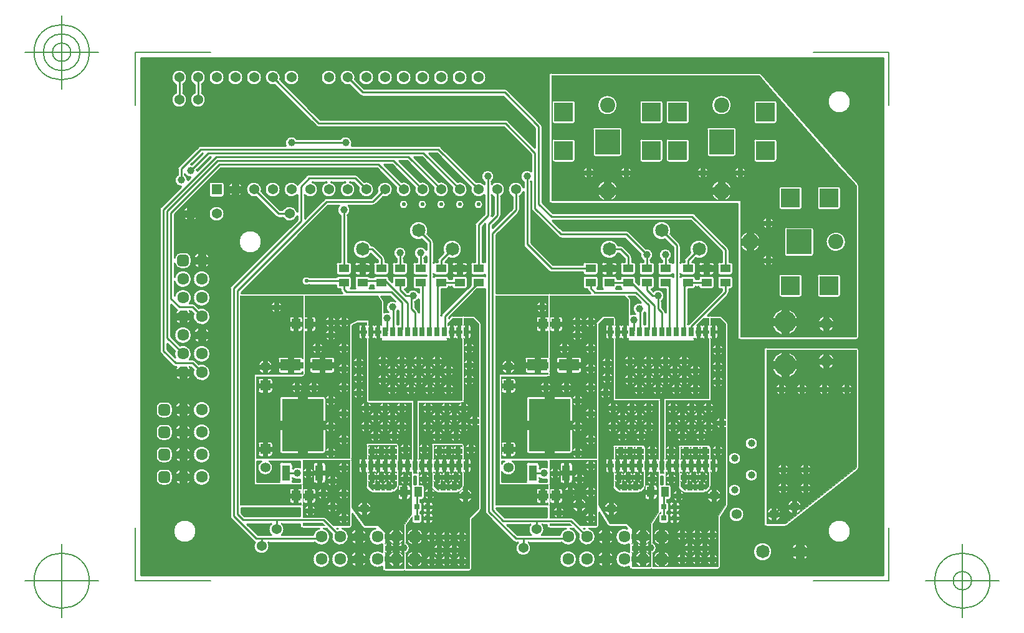
<source format=gbr>
G04 Generated by Ultiboard 13.0 *
%FSLAX25Y25*%
%MOIN*%

%ADD10C,0.00001*%
%ADD11C,0.00005*%
%ADD12C,0.01000*%
%ADD13C,0.00500*%
%ADD14R,0.05400X0.05400*%
%ADD15C,0.05400*%
%ADD16C,0.03937*%
%ADD17R,0.02618X0.05118*%
%ADD18R,0.05512X0.04134*%
%ADD19C,0.07166*%
%ADD20C,0.06334*%
%ADD21R,0.02083X0.02083*%
%ADD22C,0.03917*%
%ADD23R,0.03100X0.03100*%
%ADD24R,0.04134X0.05512*%
%ADD25R,0.04528X0.05709*%
%ADD26R,0.03937X0.08465*%
%ADD27R,0.21850X0.27953*%
%ADD28R,0.11024X0.06299*%
%ADD29C,0.05337*%
%ADD30R,0.05337X0.05337*%
%ADD31C,0.06518*%
%ADD32C,0.02100*%
%ADD33C,0.11811*%
%ADD34C,0.08093*%
%ADD35C,0.08880*%
%ADD36R,0.10000X0.10000*%
%ADD37R,0.13211X0.13211*%


G04 ColorRGB 008080 for the following layer *
%LNCopper Top*%
%LPD*%
G54D10*
G36*
X1507Y1507D02*
X1507Y1507D01*
X398493Y1507D01*
X398493Y278493D01*
X1507Y278493D01*
X1507Y1507D01*
D02*
G37*
%LPC*%
G36*
X28364Y91655D02*
X28364Y91655D01*
X25655Y91655D01*
X25655Y94364D01*
G74*
D01*
G02X28364Y91655I1655J4364*
G01*
D02*
G37*
G36*
X19636Y91655D02*
G74*
D01*
G02X22345Y94364I4364J1655*
G01*
X22345Y94364D01*
X22345Y91655D01*
X19636Y91655D01*
D02*
G37*
G36*
X9483Y91042D02*
G75*
D01*
G02X12959Y94517I3476J-1*
G01*
X12959Y94517D01*
X15042Y94517D01*
G74*
D01*
G02X18517Y91042I0J3475*
G01*
X18517Y91042D01*
X18517Y88959D01*
G75*
D01*
G02X15042Y85483I-3475J-1*
G01*
X15042Y85483D01*
X12959Y85483D01*
G75*
D01*
G02X9483Y88959I0J3476*
G01*
X9483Y88959D01*
X9483Y91042D01*
D02*
G37*
G36*
X30409Y92981D02*
G75*
D01*
G02X30409Y92981I3591J-2981*
G01*
D02*
G37*
G36*
X107554Y199459D02*
X107554Y199459D01*
X101594Y199459D01*
X92981Y190846D01*
X92981Y190846D01*
X89605Y187469D01*
X89605Y187469D01*
X55010Y152872D01*
X55010Y152510D01*
X109278Y152510D01*
X108579Y153209D01*
G75*
D01*
G02X107990Y154634I1420J1421*
G01*
X107990Y154634D01*
X107990Y154686D01*
X107244Y154686D01*
G75*
D01*
G02X105737Y156193I0J1507*
G01*
X105737Y156193D01*
X105737Y156990D01*
X91570Y156990D01*
G75*
D01*
G02X91570Y161010I-1569J2010*
G01*
X91570Y161010D01*
X105900Y161010D01*
G75*
D01*
G02X107244Y161834I1343J-683*
G01*
X107244Y161834D01*
X112756Y161834D01*
G74*
D01*
G02X114263Y160327I0J1507*
G01*
X114263Y160327D01*
X114263Y156193D01*
G75*
D01*
G02X113690Y155010I-1507J0*
G01*
X113690Y155010D01*
X116310Y155010D01*
G75*
D01*
G02X115737Y156193I934J1183*
G01*
X115737Y156193D01*
X115737Y160327D01*
G75*
D01*
G02X117244Y161834I1507J0*
G01*
X117244Y161834D01*
X122756Y161834D01*
G74*
D01*
G02X124100Y161010I1J1507*
G01*
X124100Y161010D01*
X125900Y161010D01*
G75*
D01*
G02X127244Y161834I1343J-683*
G01*
X127244Y161834D01*
X132756Y161834D01*
G74*
D01*
G02X134263Y160327I0J1507*
G01*
X134263Y160327D01*
X134263Y159822D01*
X135737Y158348D01*
X135737Y160327D01*
G75*
D01*
G02X137244Y161834I1507J0*
G01*
X137244Y161834D01*
X142756Y161834D01*
G74*
D01*
G02X144263Y160327I0J1507*
G01*
X144263Y160327D01*
X144263Y156193D01*
G75*
D01*
G02X142756Y154686I-1507J0*
G01*
X142756Y154686D01*
X142416Y154686D01*
X143832Y153270D01*
X144377Y153270D01*
G75*
D01*
G02X149990Y152757I2623J-2269*
G01*
X149990Y152757D01*
X149990Y154686D01*
X148244Y154686D01*
G75*
D01*
G02X146737Y156193I0J1507*
G01*
X146737Y156193D01*
X146737Y160327D01*
G75*
D01*
G02X148244Y161834I1507J0*
G01*
X148244Y161834D01*
X153756Y161834D01*
G74*
D01*
G02X153990Y161816I2J1507*
G01*
X153990Y161816D01*
X153990Y162184D01*
G74*
D01*
G02X153756Y162166I232J1489*
G01*
X153756Y162166D01*
X148244Y162166D01*
G75*
D01*
G02X146737Y163673I0J1507*
G01*
X146737Y163673D01*
X146737Y167807D01*
G75*
D01*
G02X148244Y169314I1507J0*
G01*
X148244Y169314D01*
X148990Y169314D01*
X148990Y171173D01*
G75*
D01*
G02X153990Y175757I2011J2825*
G01*
X153990Y175757D01*
X153990Y179168D01*
X151880Y181278D01*
G75*
D01*
G02X154722Y184120I-1880J4722*
G01*
X154722Y184120D01*
X157419Y181423D01*
G74*
D01*
G02X158010Y180000I1418J1423*
G01*
X158010Y180000D01*
X158010Y168672D01*
G75*
D01*
G02X159244Y169314I1234J-864*
G01*
X159244Y169314D01*
X159990Y169314D01*
X159990Y169996D01*
G75*
D01*
G02X160579Y171421I2010J3*
G01*
X160579Y171421D01*
X163278Y174120D01*
G75*
D01*
G02X166120Y171278I4722J1880*
G01*
X166120Y171278D01*
X164156Y169314D01*
X164756Y169314D01*
G74*
D01*
G02X166263Y167807I0J1507*
G01*
X166263Y167807D01*
X166263Y163673D01*
G75*
D01*
G02X164756Y162166I-1507J0*
G01*
X164756Y162166D01*
X159244Y162166D01*
G75*
D01*
G02X158010Y162808I0J1507*
G01*
X158010Y162808D01*
X158010Y161192D01*
G75*
D01*
G02X159244Y161834I1234J-864*
G01*
X159244Y161834D01*
X164756Y161834D01*
G74*
D01*
G02X166263Y160327I0J1507*
G01*
X166263Y160327D01*
X166263Y160010D01*
X167737Y160010D01*
X167737Y160327D01*
G75*
D01*
G02X169244Y161834I1507J0*
G01*
X169244Y161834D01*
X174756Y161834D01*
G74*
D01*
G02X176263Y160327I0J1507*
G01*
X176263Y160327D01*
X176263Y156193D01*
G75*
D01*
G02X174756Y154686I-1507J0*
G01*
X174756Y154686D01*
X169244Y154686D01*
G75*
D01*
G02X167751Y155990I0J1507*
G01*
X167751Y155990D01*
X166249Y155990D01*
G74*
D01*
G02X164756Y154686I1492J202*
G01*
X164756Y154686D01*
X162010Y154686D01*
X162010Y140538D01*
G74*
D01*
G02X162579Y141681I1990J277*
G01*
X162579Y141681D01*
X177737Y156839D01*
X177737Y160327D01*
G75*
D01*
G02X179244Y161834I1507J0*
G01*
X179244Y161834D01*
X184756Y161834D01*
G74*
D01*
G02X185490Y161643I0J1507*
G01*
X185490Y161643D01*
X185490Y162357D01*
G74*
D01*
G02X184756Y162166I734J1315*
G01*
X184756Y162166D01*
X179244Y162166D01*
G75*
D01*
G02X177737Y163673I0J1507*
G01*
X177737Y163673D01*
X177737Y167807D01*
G75*
D01*
G02X179244Y169314I1507J0*
G01*
X179244Y169314D01*
X179990Y169314D01*
X179990Y188996D01*
G75*
D01*
G02X180579Y190421I2010J3*
G01*
X180579Y190421D01*
X184990Y194832D01*
X184990Y205051D01*
G75*
D01*
G02X177971Y209187I-2992J2946*
G01*
X177971Y209187D01*
X159668Y227490D01*
X155352Y227490D01*
X170813Y212029D01*
G75*
D01*
G02X167971Y209187I1187J-4029*
G01*
X167971Y209187D01*
X151668Y225490D01*
X147352Y225490D01*
X160813Y212029D01*
G75*
D01*
G02X157971Y209187I1187J-4029*
G01*
X157971Y209187D01*
X143668Y223490D01*
X139352Y223490D01*
X150813Y212029D01*
G75*
D01*
G02X147971Y209187I1187J-4029*
G01*
X147971Y209187D01*
X135668Y221490D01*
X131352Y221490D01*
X140813Y212029D01*
G75*
D01*
G02X137971Y209187I1187J-4029*
G01*
X137971Y209187D01*
X127668Y219490D01*
X44206Y219490D01*
X19510Y194794D01*
X19510Y171469D01*
G75*
D01*
G02X22959Y174517I3449J-427*
G01*
X22959Y174517D01*
X25042Y174517D01*
G74*
D01*
G02X28517Y171042I0J3475*
G01*
X28517Y171042D01*
X28517Y168959D01*
G75*
D01*
G02X25042Y165483I-3475J-1*
G01*
X25042Y165483D01*
X22959Y165483D01*
G75*
D01*
G02X19510Y168531I1J3476*
G01*
X19510Y168531D01*
X19510Y161272D01*
G75*
D01*
G02X19510Y158728I4489J-1272*
G01*
X19510Y158728D01*
X19510Y151272D01*
G75*
D01*
G02X27583Y147010I4488J-1275*
G01*
X27583Y147010D01*
X29000Y147010D01*
G74*
D01*
G02X30423Y146419I1J2010*
G01*
X30423Y146419D01*
X32443Y144399D01*
G75*
D01*
G02X29601Y141557I1557J-4399*
G01*
X29601Y141557D01*
X28168Y142990D01*
X27583Y142990D01*
G74*
D01*
G02X28364Y141655I3581J2991*
G01*
X28364Y141655D01*
X25655Y141655D01*
X25655Y142990D01*
X22345Y142990D01*
X22345Y141655D01*
X19636Y141655D01*
G74*
D01*
G02X20795Y143392I4363J1656*
G01*
G74*
D01*
G02X20579Y143579I1204J1609*
G01*
X20579Y143579D01*
X17510Y146648D01*
X17510Y129332D01*
X22443Y124399D01*
G75*
D01*
G02X27583Y117010I1559J-4398*
G01*
X27583Y117010D01*
X28998Y117010D01*
G75*
D01*
G02X29423Y116965I2J-2010*
G01*
G74*
D01*
G02X30423Y116419I424J1965*
G01*
X30423Y116419D01*
X32443Y114399D01*
G75*
D01*
G02X29601Y111557I1557J-4399*
G01*
X29601Y111557D01*
X28168Y112990D01*
X27583Y112990D01*
G74*
D01*
G02X28364Y111655I3581J2991*
G01*
X28364Y111655D01*
X25655Y111655D01*
X25655Y112990D01*
X22345Y112990D01*
X22345Y111655D01*
X19636Y111655D01*
G74*
D01*
G02X20417Y112990I4363J1657*
G01*
X20417Y112990D01*
X20003Y112990D01*
G75*
D01*
G02X18579Y113579I-2J2010*
G01*
X18579Y113579D01*
X12079Y120079D01*
G75*
D01*
G02X11490Y121504I1420J1421*
G01*
X11490Y121504D01*
X11490Y197278D01*
G75*
D01*
G02X12079Y198704I2010J4*
G01*
X12079Y198704D01*
X22908Y209533D01*
G75*
D01*
G02X20990Y215827I90J3467*
G01*
X20990Y215827D01*
X20990Y218996D01*
G75*
D01*
G02X21579Y220421I2010J3*
G01*
X21579Y220421D01*
X32079Y230921D01*
G74*
D01*
G02X32824Y231393I1421J1420*
G01*
G75*
D01*
G02X33500Y231510I676J-1893*
G01*
X33500Y231510D01*
X78868Y231510D01*
G75*
D01*
G02X84827Y235010I3129J1496*
G01*
X84827Y235010D01*
X108173Y235010D01*
G75*
D01*
G02X114132Y231510I2830J-2004*
G01*
X114132Y231510D01*
X160497Y231510D01*
G75*
D01*
G02X161214Y231378I1J-2010*
G01*
G74*
D01*
G02X161923Y230919I713J1878*
G01*
X161923Y230919D01*
X180813Y212029D01*
G75*
D01*
G02X184990Y210949I1186J-4029*
G01*
X184990Y210949D01*
X184990Y212173D01*
G75*
D01*
G02X189010Y212173I2010J2826*
G01*
X189010Y212173D01*
X189010Y210949D01*
G75*
D01*
G02X194010Y204312I2985J-2953*
G01*
X194010Y204312D01*
X194010Y194000D01*
G75*
D01*
G02X193419Y192577I-2010J1*
G01*
X193419Y192577D01*
X189510Y188668D01*
X189510Y187352D01*
X199990Y197832D01*
X199990Y204312D01*
G75*
D01*
G02X205990Y209310I2009J3688*
G01*
X205990Y209310D01*
X205990Y212173D01*
G75*
D01*
G02X210190Y217689I2019J2820*
G01*
X210190Y217689D01*
X210190Y226802D01*
X195533Y241459D01*
X96531Y241459D01*
G75*
D01*
G02X96137Y241498I0J2010*
G01*
G74*
D01*
G02X95110Y242047I393J1970*
G01*
X95110Y242047D01*
X73187Y263971D01*
G75*
D01*
G02X76029Y266813I-1187J4029*
G01*
X76029Y266813D01*
X92981Y249861D01*
X97364Y245478D01*
X196364Y245478D01*
G75*
D01*
G02X196651Y245458I4J-2009*
G01*
G74*
D01*
G02X197789Y244887I286J1989*
G01*
X197789Y244887D01*
X212190Y230486D01*
X212190Y240968D01*
X195168Y257990D01*
X120000Y257990D01*
G75*
D01*
G02X118579Y258579I1J2010*
G01*
X118579Y258579D01*
X113187Y263971D01*
G75*
D01*
G02X116029Y266813I-1187J4029*
G01*
X116029Y266813D01*
X120832Y262010D01*
X196000Y262010D01*
G74*
D01*
G02X197423Y261419I1J2010*
G01*
X197423Y261419D01*
X215619Y243223D01*
G74*
D01*
G02X216210Y241800I1418J1423*
G01*
X216210Y241800D01*
X216210Y201125D01*
X221825Y195510D01*
X296240Y195510D01*
G74*
D01*
G02X297664Y194919I0J2010*
G01*
X297664Y194919D01*
X305113Y187469D01*
X305113Y187469D01*
X315419Y177164D01*
G74*
D01*
G02X316010Y175740I1419J1424*
G01*
X316010Y175740D01*
X316010Y169314D01*
X316756Y169314D01*
G74*
D01*
G02X318263Y167807I0J1507*
G01*
X318263Y167807D01*
X318263Y163673D01*
G75*
D01*
G02X316756Y162166I-1507J0*
G01*
X316756Y162166D01*
X311244Y162166D01*
G75*
D01*
G02X309737Y163673I0J1507*
G01*
X309737Y163673D01*
X309737Y167807D01*
G75*
D01*
G02X311244Y169314I1507J0*
G01*
X311244Y169314D01*
X311990Y169314D01*
X311990Y174908D01*
X299429Y187469D01*
X299429Y187469D01*
X295408Y191490D01*
X221523Y191490D01*
X225545Y187469D01*
X227004Y186010D01*
X260997Y186010D01*
G75*
D01*
G02X261606Y185916I2J-2010*
G01*
G74*
D01*
G02X262423Y185419I606J1916*
G01*
X262423Y185419D01*
X271422Y176420D01*
G75*
D01*
G02X274010Y170173I581J-3419*
G01*
X274010Y170173D01*
X274010Y169314D01*
X274756Y169314D01*
G74*
D01*
G02X276263Y167807I0J1507*
G01*
X276263Y167807D01*
X276263Y163673D01*
G75*
D01*
G02X274756Y162166I-1507J0*
G01*
X274756Y162166D01*
X269244Y162166D01*
G75*
D01*
G02X267737Y163673I0J1507*
G01*
X267737Y163673D01*
X267737Y167807D01*
G75*
D01*
G02X269244Y169314I1507J0*
G01*
X269244Y169314D01*
X269990Y169314D01*
X269990Y170173D01*
G75*
D01*
G02X268580Y173578I2009J2827*
G01*
X268580Y173578D01*
X260168Y181990D01*
X226172Y181990D01*
G75*
D01*
G02X225737Y182038I2J2010*
G01*
G74*
D01*
G02X224751Y182579I435J1961*
G01*
X224751Y182579D01*
X210779Y196551D01*
G75*
D01*
G02X210190Y197976I1420J1421*
G01*
X210190Y197976D01*
X210190Y212311D01*
G74*
D01*
G02X210010Y212173I2198J2681*
G01*
X210010Y212173D01*
X210010Y179573D01*
X221832Y167750D01*
X237737Y167750D01*
X237737Y167807D01*
G75*
D01*
G02X239244Y169314I1507J0*
G01*
X239244Y169314D01*
X244756Y169314D01*
G74*
D01*
G02X246263Y167807I0J1507*
G01*
X246263Y167807D01*
X246263Y163673D01*
G75*
D01*
G02X244756Y162166I-1507J0*
G01*
X244756Y162166D01*
X239244Y162166D01*
G75*
D01*
G02X237737Y163673I0J1507*
G01*
X237737Y163673D01*
X237737Y163730D01*
X221000Y163730D01*
G75*
D01*
G02X220432Y163813I4J2010*
G01*
G74*
D01*
G02X219579Y164319I566J1927*
G01*
X219579Y164319D01*
X206579Y177319D01*
G75*
D01*
G02X205990Y178745I1420J1421*
G01*
X205990Y178745D01*
X205990Y206690D01*
G74*
D01*
G02X204010Y204312I3990J1309*
G01*
X204010Y204312D01*
X204010Y197000D01*
G75*
D01*
G02X203419Y195577I-2010J1*
G01*
X203419Y195577D01*
X191510Y183668D01*
X191510Y152510D01*
X219000Y152510D01*
G74*
D01*
G02X219500Y152425I1J1510*
G01*
G75*
D01*
G02X220000Y152510I499J-1425*
G01*
X220000Y152510D01*
X241827Y152510D01*
X240579Y153758D01*
G74*
D01*
G02X240052Y154686I1421J1420*
G01*
X240052Y154686D01*
X239244Y154686D01*
G75*
D01*
G02X237737Y156193I0J1507*
G01*
X237737Y156193D01*
X237737Y160327D01*
G75*
D01*
G02X239244Y161834I1507J0*
G01*
X239244Y161834D01*
X244756Y161834D01*
G74*
D01*
G02X246263Y160327I0J1507*
G01*
X246263Y160327D01*
X246263Y156193D01*
G75*
D01*
G02X245523Y154896I-1507J0*
G01*
X245523Y154896D01*
X248477Y154896D01*
G75*
D01*
G02X247737Y156193I766J1297*
G01*
X247737Y156193D01*
X247737Y160327D01*
G75*
D01*
G02X249244Y161834I1507J0*
G01*
X249244Y161834D01*
X254756Y161834D01*
G74*
D01*
G02X256263Y160327I0J1507*
G01*
X256263Y160327D01*
X256263Y160204D01*
X257737Y160204D01*
X257737Y160327D01*
G75*
D01*
G02X259244Y161834I1507J0*
G01*
X259244Y161834D01*
X264756Y161834D01*
G74*
D01*
G02X266263Y160327I0J1507*
G01*
X266263Y160327D01*
X266263Y158546D01*
X267737Y157072D01*
X267737Y160327D01*
G75*
D01*
G02X269244Y161834I1507J0*
G01*
X269244Y161834D01*
X274756Y161834D01*
G74*
D01*
G02X276263Y160327I0J1507*
G01*
X276263Y160327D01*
X276263Y156193D01*
G75*
D01*
G02X274756Y154686I-1507J0*
G01*
X274756Y154686D01*
X274416Y154686D01*
X275599Y153503D01*
G75*
D01*
G02X280010Y148173I2395J-2508*
G01*
X280010Y148173D01*
X280010Y144832D01*
X281419Y143423D01*
G74*
D01*
G02X281990Y142278I1419J1422*
G01*
X281990Y142278D01*
X281990Y154686D01*
X279244Y154686D01*
G75*
D01*
G02X277737Y156193I0J1507*
G01*
X277737Y156193D01*
X277737Y160327D01*
G75*
D01*
G02X279244Y161834I1507J0*
G01*
X279244Y161834D01*
X284756Y161834D01*
G74*
D01*
G02X285990Y161192I0J1507*
G01*
X285990Y161192D01*
X285990Y162808D01*
G74*
D01*
G02X284756Y162166I1234J864*
G01*
X284756Y162166D01*
X279244Y162166D01*
G75*
D01*
G02X277737Y163673I0J1507*
G01*
X277737Y163673D01*
X277737Y167807D01*
G75*
D01*
G02X279244Y169314I1507J0*
G01*
X279244Y169314D01*
X279990Y169314D01*
X279990Y170173D01*
G75*
D01*
G02X284010Y170173I2010J2826*
G01*
X284010Y170173D01*
X284010Y169314D01*
X284756Y169314D01*
G74*
D01*
G02X285990Y168672I0J1507*
G01*
X285990Y168672D01*
X285990Y177168D01*
X281957Y181201D01*
X281957Y181201D01*
X281880Y181278D01*
G75*
D01*
G02X284722Y184120I-1880J4722*
G01*
X284722Y184120D01*
X289419Y179423D01*
G74*
D01*
G02X290010Y178000I1418J1423*
G01*
X290010Y178000D01*
X290010Y168672D01*
G75*
D01*
G02X291244Y169314I1234J-864*
G01*
X291244Y169314D01*
X291990Y169314D01*
X291990Y169996D01*
G75*
D01*
G02X292579Y171421I2010J3*
G01*
X292579Y171421D01*
X295278Y174120D01*
G75*
D01*
G02X298120Y171278I4722J1880*
G01*
X298120Y171278D01*
X296156Y169314D01*
X296756Y169314D01*
G74*
D01*
G02X298263Y167807I0J1507*
G01*
X298263Y167807D01*
X298263Y163673D01*
G75*
D01*
G02X296756Y162166I-1507J0*
G01*
X296756Y162166D01*
X291244Y162166D01*
G75*
D01*
G02X290010Y162808I0J1507*
G01*
X290010Y162808D01*
X290010Y161192D01*
G75*
D01*
G02X291244Y161834I1234J-864*
G01*
X291244Y161834D01*
X296756Y161834D01*
G74*
D01*
G02X298263Y160327I0J1507*
G01*
X298263Y160327D01*
X298263Y160010D01*
X299737Y160010D01*
X299737Y160327D01*
G75*
D01*
G02X301244Y161834I1507J0*
G01*
X301244Y161834D01*
X306756Y161834D01*
G74*
D01*
G02X308263Y160327I0J1507*
G01*
X308263Y160327D01*
X308263Y156193D01*
G75*
D01*
G02X306756Y154686I-1507J0*
G01*
X306756Y154686D01*
X301244Y154686D01*
G75*
D01*
G02X299751Y155990I0J1507*
G01*
X299751Y155990D01*
X298249Y155990D01*
G74*
D01*
G02X296756Y154686I1492J202*
G01*
X296756Y154686D01*
X294010Y154686D01*
X294010Y135831D01*
G74*
D01*
G02X294065Y135846I424J1446*
G01*
G74*
D01*
G02X294327Y136169I1683J1097*
G01*
X294327Y136169D01*
X311990Y153832D01*
X311990Y154686D01*
X311244Y154686D01*
G75*
D01*
G02X309737Y156193I0J1507*
G01*
X309737Y156193D01*
X309737Y160327D01*
G75*
D01*
G02X311244Y161834I1507J0*
G01*
X311244Y161834D01*
X316756Y161834D01*
G74*
D01*
G02X318263Y160327I0J1507*
G01*
X318263Y160327D01*
X318263Y156193D01*
G75*
D01*
G02X316756Y154686I-1507J0*
G01*
X316756Y154686D01*
X316010Y154686D01*
X316010Y153000D01*
G75*
D01*
G02X315419Y151577I-2010J1*
G01*
X315419Y151577D01*
X304352Y140510D01*
X305000Y140510D01*
G74*
D01*
G02X305500Y140425I1J1510*
G01*
G75*
D01*
G02X306000Y140510I499J-1425*
G01*
X306000Y140510D01*
X311000Y140510D01*
G74*
D01*
G02X312070Y140066I1J1510*
G01*
X312070Y140066D01*
X315066Y137070D01*
G74*
D01*
G02X315510Y136000I1066J1069*
G01*
X315510Y136000D01*
X315510Y39000D01*
G75*
D01*
G02X315254Y38160I-1510J1*
G01*
X315254Y38160D01*
X311510Y32543D01*
X311510Y6000D01*
G75*
D01*
G02X310000Y4490I-1510J0*
G01*
X310000Y4490D01*
X275000Y4490D01*
G75*
D01*
G02X274500Y4575I-1J1510*
G01*
G74*
D01*
G02X274000Y4490I499J1425*
G01*
X274000Y4490D01*
X264000Y4490D01*
G75*
D01*
G02X262490Y6000I0J1510*
G01*
X262490Y6000D01*
X262490Y6053D01*
G75*
D01*
G02X262490Y13947I-2489J3947*
G01*
X262490Y13947D01*
X262490Y18053D01*
G75*
D01*
G02X261419Y26446I-2488J3947*
G01*
X261419Y26446D01*
X260375Y27490D01*
X252000Y27490D01*
G75*
D01*
G02X251349Y27638I1J1510*
G01*
G74*
D01*
G02X250705Y28223I650J1362*
G01*
X250705Y28223D01*
X246510Y35216D01*
X246510Y28000D01*
G75*
D01*
G02X245000Y26490I-1510J0*
G01*
X245000Y26490D01*
X241272Y26490D01*
G75*
D01*
G02X235601Y23557I-1272J-4489*
G01*
X235601Y23557D01*
X232668Y26490D01*
X231272Y26490D01*
G75*
D01*
G02X226433Y18990I-1275J-4488*
G01*
X226433Y18990D01*
X208949Y18990D01*
G75*
D01*
G02X203051Y18990I-2949J-2989*
G01*
X203051Y18990D01*
X202002Y18990D01*
G75*
D01*
G02X200579Y19579I-1J2010*
G01*
X200579Y19579D01*
X187469Y32689D01*
X187469Y32689D01*
X186079Y34079D01*
G75*
D01*
G02X185490Y35503I1420J1421*
G01*
X185490Y35503D01*
X185490Y38980D01*
G75*
D01*
G02X185490Y39000I1510J10*
G01*
X185490Y39000D01*
X185490Y151000D01*
G74*
D01*
G02X185490Y151020I1510J10*
G01*
X185490Y151020D01*
X185490Y154877D01*
G74*
D01*
G02X184756Y154686I734J1315*
G01*
X184756Y154686D01*
X181268Y154686D01*
X166010Y139427D01*
X166010Y139145D01*
X166932Y140068D01*
G75*
D01*
G02X168002Y140510I1067J-1068*
G01*
X168002Y140510D01*
X173000Y140510D01*
G74*
D01*
G02X173500Y140425I1J1510*
G01*
G75*
D01*
G02X174000Y140510I499J-1425*
G01*
X174000Y140510D01*
X179000Y140510D01*
G74*
D01*
G02X180070Y140066I1J1510*
G01*
X180070Y140066D01*
X183066Y137070D01*
G74*
D01*
G02X183510Y136000I1066J1069*
G01*
X183510Y136000D01*
X183510Y37000D01*
G75*
D01*
G02X183066Y35930I-1510J-1*
G01*
X183066Y35930D01*
X178510Y31375D01*
X178510Y5000D01*
G75*
D01*
G02X177000Y3490I-1510J0*
G01*
X177000Y3490D01*
X143000Y3490D01*
G75*
D01*
G02X142500Y3575I-1J1510*
G01*
G74*
D01*
G02X142000Y3490I499J1425*
G01*
X142000Y3490D01*
X132000Y3490D01*
G75*
D01*
G02X130490Y5000I0J1510*
G01*
X130490Y5000D01*
X130490Y6053D01*
G75*
D01*
G02X130490Y13947I-2489J3947*
G01*
X130490Y13947D01*
X130490Y18053D01*
G75*
D01*
G02X126728Y26490I-2485J3949*
G01*
X126728Y26490D01*
X121000Y26490D01*
G75*
D01*
G02X120503Y26574I0J1510*
G01*
G74*
D01*
G02X119763Y27134I497J1426*
G01*
X119763Y27134D01*
X114510Y34639D01*
X114510Y28000D01*
G75*
D01*
G02X113000Y26490I-1510J0*
G01*
X113000Y26490D01*
X109272Y26490D01*
G75*
D01*
G02X103601Y23557I-1272J-4489*
G01*
X103601Y23557D01*
X100668Y26490D01*
X99272Y26490D01*
G75*
D01*
G02X94433Y18990I-1275J-4488*
G01*
X94433Y18990D01*
X69698Y18990D01*
G75*
D01*
G02X62391Y19148I-3698J-1989*
G01*
G74*
D01*
G02X61751Y19579I781J1851*
G01*
X61751Y19579D01*
X49579Y31751D01*
G75*
D01*
G02X48990Y33177I1420J1421*
G01*
X48990Y33177D01*
X48990Y154997D01*
G75*
D01*
G02X49579Y156421I2010J2*
G01*
X49579Y156421D01*
X84990Y191832D01*
X84990Y193690D01*
G75*
D01*
G02X77312Y192990I-3990J1308*
G01*
X77312Y192990D01*
X75000Y192990D01*
G75*
D01*
G02X74432Y193072I0J2010*
G01*
G74*
D01*
G02X73579Y193579I568J1927*
G01*
X73579Y193579D01*
X63187Y203971D01*
G75*
D01*
G02X66029Y206813I-1187J4029*
G01*
X66029Y206813D01*
X75832Y197010D01*
X77312Y197010D01*
G75*
D01*
G02X84990Y196310I3688J-2010*
G01*
X84990Y196310D01*
X84990Y205051D01*
G75*
D01*
G02X85266Y210641I-2989J2949*
G01*
G74*
D01*
G02X85579Y211046I1733J1016*
G01*
X85579Y211046D01*
X89954Y215421D01*
G75*
D01*
G02X91378Y216010I1421J-1420*
G01*
X91378Y216010D01*
X116000Y216010D01*
G74*
D01*
G02X117423Y215419I1J2010*
G01*
X117423Y215419D01*
X120813Y212029D01*
G75*
D01*
G02X117971Y209187I1187J-4029*
G01*
X117971Y209187D01*
X115168Y211990D01*
X113310Y211990D01*
G75*
D01*
G02X110690Y211990I-1310J-3989*
G01*
X110690Y211990D01*
X103310Y211990D01*
G75*
D01*
G02X100690Y211990I-1310J-3989*
G01*
X100690Y211990D01*
X93310Y211990D01*
G75*
D01*
G02X89010Y205051I-1312J-3989*
G01*
X89010Y205051D01*
X89010Y192559D01*
X92981Y196530D01*
X92981Y196530D01*
X99340Y202890D01*
G74*
D01*
G02X99998Y203328I1420J1421*
G01*
G75*
D01*
G02X100761Y203478I762J-1859*
G01*
X100761Y203478D01*
X124636Y203478D01*
X127971Y206813D01*
G75*
D01*
G02X130813Y203971I4029J1187*
G01*
X130813Y203971D01*
X126892Y200050D01*
G74*
D01*
G02X125469Y199459I1423J1418*
G01*
X125469Y199459D01*
X112446Y199459D01*
G75*
D01*
G02X112010Y194173I-2445J-2459*
G01*
X112010Y194173D01*
X112010Y169314D01*
X112756Y169314D01*
G74*
D01*
G02X114263Y167807I0J1507*
G01*
X114263Y167807D01*
X114263Y163673D01*
G75*
D01*
G02X112756Y162166I-1507J0*
G01*
X112756Y162166D01*
X107244Y162166D01*
G75*
D01*
G02X105737Y163673I0J1507*
G01*
X105737Y163673D01*
X105737Y167807D01*
G75*
D01*
G02X107244Y169314I1507J0*
G01*
X107244Y169314D01*
X107990Y169314D01*
X107990Y194173D01*
G75*
D01*
G02X107554Y199459I2009J2827*
G01*
D02*
G37*
G36*
X92981Y263916D02*
G75*
D01*
G02X92981Y263916I-981J4084*
G01*
D02*
G37*
G36*
X221000Y270510D02*
X221000Y270510D01*
X332000Y270510D01*
G74*
D01*
G02X333135Y269996I0J1510*
G01*
X333135Y269996D01*
X376445Y220855D01*
X376446Y220855D01*
X385131Y211000D01*
G74*
D01*
G02X385510Y210000I1130J1000*
G01*
X385510Y210000D01*
X385510Y129000D01*
G75*
D01*
G02X384000Y127490I-1510J0*
G01*
X384000Y127490D01*
X322000Y127490D01*
G75*
D01*
G02X320490Y129000I0J1510*
G01*
X320490Y129000D01*
X320490Y200490D01*
X221000Y200490D01*
G75*
D01*
G02X219490Y202000I0J1510*
G01*
X219490Y202000D01*
X219490Y269000D01*
G75*
D01*
G02X221000Y270510I1510J0*
G01*
D02*
G37*
G36*
X376445Y249022D02*
G75*
D01*
G02X376445Y249022I-1445J5978*
G01*
D02*
G37*
G36*
X376446Y19022D02*
G75*
D01*
G02X376446Y19022I-1446J5978*
G01*
D02*
G37*
G36*
X385510Y122000D02*
X385510Y122000D01*
X385510Y59000D01*
G75*
D01*
G02X384933Y57813I-1510J0*
G01*
X384933Y57813D01*
X376446Y51112D01*
X376445Y51112D01*
X346938Y27817D01*
G74*
D01*
G02X346031Y27491I937J1183*
G01*
G75*
D01*
G02X345999Y27490I-63J1508*
G01*
X345999Y27490D01*
X336000Y27490D01*
G75*
D01*
G02X334490Y29000I0J1510*
G01*
X334490Y29000D01*
X334490Y122000D01*
G75*
D01*
G02X336000Y123510I1510J0*
G01*
X336000Y123510D01*
X384000Y123510D01*
G74*
D01*
G02X385510Y122000I0J1510*
G01*
D02*
G37*
G36*
X167737Y167807D02*
G75*
D01*
G02X169244Y169314I1507J0*
G01*
X169244Y169314D01*
X170733Y169314D01*
X170733Y167008D01*
X167737Y167008D01*
X167737Y167807D01*
D02*
G37*
G36*
X176263Y167807D02*
X176263Y167807D01*
X176263Y167008D01*
X173267Y167008D01*
X173267Y169314D01*
X174756Y169314D01*
G74*
D01*
G02X176263Y167807I0J1507*
G01*
D02*
G37*
G36*
X174756Y162166D02*
X174756Y162166D01*
X173267Y162166D01*
X173267Y164473D01*
X176263Y164473D01*
X176263Y163673D01*
G75*
D01*
G02X174756Y162166I-1507J0*
G01*
D02*
G37*
G36*
X167737Y163673D02*
X167737Y163673D01*
X167737Y164473D01*
X170733Y164473D01*
X170733Y162166D01*
X169244Y162166D01*
G75*
D01*
G02X167737Y163673I0J1507*
G01*
D02*
G37*
G36*
X124263Y167807D02*
X124263Y167807D01*
X124263Y167008D01*
X121267Y167008D01*
X121267Y169314D01*
X122756Y169314D01*
G74*
D01*
G02X124263Y167807I0J1507*
G01*
D02*
G37*
G36*
X124669Y178010D02*
X124669Y178010D01*
X124998Y178010D01*
G75*
D01*
G02X125423Y177965I2J-2010*
G01*
G74*
D01*
G02X126423Y177419I424J1965*
G01*
X126423Y177419D01*
X131419Y172423D01*
G74*
D01*
G02X132010Y171000I1418J1423*
G01*
X132010Y171000D01*
X132010Y169314D01*
X132756Y169314D01*
G74*
D01*
G02X134263Y167807I0J1507*
G01*
X134263Y167807D01*
X134263Y163673D01*
G75*
D01*
G02X132756Y162166I-1507J0*
G01*
X132756Y162166D01*
X127244Y162166D01*
G75*
D01*
G02X125737Y163673I0J1507*
G01*
X125737Y163673D01*
X125737Y167807D01*
G75*
D01*
G02X127244Y169314I1507J0*
G01*
X127244Y169314D01*
X127990Y169314D01*
X127990Y170168D01*
X124507Y173650D01*
G75*
D01*
G02X124669Y178010I-4506J2350*
G01*
D02*
G37*
G36*
X142010Y171173D02*
X142010Y171173D01*
X142010Y169314D01*
X142756Y169314D01*
G74*
D01*
G02X144263Y167807I0J1507*
G01*
X144263Y167807D01*
X144263Y163673D01*
G75*
D01*
G02X142756Y162166I-1507J0*
G01*
X142756Y162166D01*
X137244Y162166D01*
G75*
D01*
G02X135737Y163673I0J1507*
G01*
X135737Y163673D01*
X135737Y167807D01*
G75*
D01*
G02X137244Y169314I1507J0*
G01*
X137244Y169314D01*
X137990Y169314D01*
X137990Y171173D01*
G75*
D01*
G02X142010Y171173I2010J2826*
G01*
D02*
G37*
G36*
X115737Y167807D02*
G75*
D01*
G02X117244Y169314I1507J0*
G01*
X117244Y169314D01*
X118733Y169314D01*
X118733Y167008D01*
X115737Y167008D01*
X115737Y167807D01*
D02*
G37*
G36*
X122756Y162166D02*
X122756Y162166D01*
X121267Y162166D01*
X121267Y164473D01*
X124263Y164473D01*
X124263Y163673D01*
G75*
D01*
G02X122756Y162166I-1507J0*
G01*
D02*
G37*
G36*
X115737Y163673D02*
X115737Y163673D01*
X115737Y164473D01*
X118733Y164473D01*
X118733Y162166D01*
X117244Y162166D01*
G75*
D01*
G02X115737Y163673I0J1507*
G01*
D02*
G37*
G36*
X48073Y209489D02*
G74*
D01*
G02X50511Y211927I3926J1488*
G01*
X50511Y211927D01*
X50511Y209489D01*
X48073Y209489D01*
D02*
G37*
G36*
X55927Y206511D02*
G74*
D01*
G02X53489Y204073I3926J1488*
G01*
X53489Y204073D01*
X53489Y206511D01*
X55927Y206511D01*
D02*
G37*
G36*
X53489Y211927D02*
G74*
D01*
G02X55927Y209489I1488J3926*
G01*
X55927Y209489D01*
X53489Y209489D01*
X53489Y211927D01*
D02*
G37*
G36*
X50000Y208000D02*
G75*
D01*
G02X50000Y208000I2000J0*
G01*
D02*
G37*
G36*
X50511Y204073D02*
G74*
D01*
G02X48073Y206511I1488J3926*
G01*
X48073Y206511D01*
X50511Y206511D01*
X50511Y204073D01*
D02*
G37*
G36*
X67800Y208000D02*
G75*
D01*
G02X67800Y208000I4200J0*
G01*
D02*
G37*
G36*
X26000Y195000D02*
G75*
D01*
G02X26000Y195000I2000J0*
G01*
D02*
G37*
G36*
X29489Y198927D02*
G74*
D01*
G02X31927Y196489I1488J3926*
G01*
X31927Y196489D01*
X29489Y196489D01*
X29489Y198927D01*
D02*
G37*
G36*
X24073Y196489D02*
G74*
D01*
G02X26511Y198927I3926J1488*
G01*
X26511Y198927D01*
X26511Y196489D01*
X24073Y196489D01*
D02*
G37*
G36*
X37800Y195000D02*
G75*
D01*
G02X37800Y195000I4200J0*
G01*
D02*
G37*
G36*
X39300Y203793D02*
G75*
D01*
G02X37793Y205300I0J1507*
G01*
X37793Y205300D01*
X37793Y210700D01*
G75*
D01*
G02X39300Y212207I1507J0*
G01*
X39300Y212207D01*
X44700Y212207D01*
G74*
D01*
G02X46207Y210700I0J1507*
G01*
X46207Y210700D01*
X46207Y205300D01*
G75*
D01*
G02X44700Y203793I-1507J0*
G01*
X44700Y203793D01*
X39300Y203793D01*
D02*
G37*
G36*
X26511Y191073D02*
G74*
D01*
G02X24073Y193511I1488J3926*
G01*
X24073Y193511D01*
X26511Y193511D01*
X26511Y191073D01*
D02*
G37*
G36*
X31927Y193511D02*
G74*
D01*
G02X29489Y191073I3926J1488*
G01*
X29489Y191073D01*
X29489Y193511D01*
X31927Y193511D01*
D02*
G37*
G36*
X177800Y268000D02*
G75*
D01*
G02X177800Y268000I4200J0*
G01*
D02*
G37*
G36*
X167800Y268000D02*
G75*
D01*
G02X167800Y268000I4200J0*
G01*
D02*
G37*
G36*
X157800Y268000D02*
G75*
D01*
G02X157800Y268000I4200J0*
G01*
D02*
G37*
G36*
X147800Y268000D02*
G75*
D01*
G02X147800Y268000I4200J0*
G01*
D02*
G37*
G36*
X137800Y268000D02*
G75*
D01*
G02X137800Y268000I4200J0*
G01*
D02*
G37*
G36*
X127800Y268000D02*
G75*
D01*
G02X127800Y268000I4200J0*
G01*
D02*
G37*
G36*
X117800Y268000D02*
G75*
D01*
G02X117800Y268000I4200J0*
G01*
D02*
G37*
G36*
X97800Y268000D02*
G75*
D01*
G02X97800Y268000I4200J0*
G01*
D02*
G37*
G36*
X248345Y5636D02*
G74*
D01*
G02X245636Y8345I1655J4364*
G01*
X245636Y8345D01*
X248345Y8345D01*
X248345Y5636D01*
D02*
G37*
G36*
X248250Y10000D02*
G75*
D01*
G02X248250Y10000I1750J0*
G01*
D02*
G37*
G36*
X251655Y14364D02*
G74*
D01*
G02X254364Y11655I1655J4364*
G01*
X254364Y11655D01*
X251655Y11655D01*
X251655Y14364D01*
D02*
G37*
G36*
X254364Y8345D02*
G74*
D01*
G02X251655Y5636I4364J1655*
G01*
X251655Y5636D01*
X251655Y8345D01*
X254364Y8345D01*
D02*
G37*
G36*
X245636Y11655D02*
G74*
D01*
G02X248345Y14364I4364J1655*
G01*
X248345Y14364D01*
X248345Y11655D01*
X245636Y11655D01*
D02*
G37*
G36*
X235333Y10000D02*
G75*
D01*
G02X235333Y10000I4667J0*
G01*
D02*
G37*
G36*
X248250Y22000D02*
G75*
D01*
G02X248250Y22000I1750J0*
G01*
D02*
G37*
G36*
X254364Y20345D02*
G74*
D01*
G02X251655Y17636I4364J1655*
G01*
X251655Y17636D01*
X251655Y20345D01*
X254364Y20345D01*
D02*
G37*
G36*
X248345Y17636D02*
G74*
D01*
G02X245636Y20345I1655J4364*
G01*
X245636Y20345D01*
X248345Y20345D01*
X248345Y17636D01*
D02*
G37*
G36*
X251655Y26364D02*
G74*
D01*
G02X254364Y23655I1655J4364*
G01*
X254364Y23655D01*
X251655Y23655D01*
X251655Y26364D01*
D02*
G37*
G36*
X245636Y23655D02*
G74*
D01*
G02X248345Y26364I4364J1655*
G01*
X248345Y26364D01*
X248345Y23655D01*
X245636Y23655D01*
D02*
G37*
G36*
X225333Y10000D02*
G75*
D01*
G02X225333Y10000I4667J0*
G01*
D02*
G37*
G36*
X179450Y200000D02*
G75*
D01*
G02X179450Y200000I2550J0*
G01*
D02*
G37*
G36*
X169450Y200000D02*
G75*
D01*
G02X169450Y200000I2550J0*
G01*
D02*
G37*
G36*
X159450Y200000D02*
G75*
D01*
G02X159450Y200000I2550J0*
G01*
D02*
G37*
G36*
X149450Y200000D02*
G75*
D01*
G02X149450Y200000I2550J0*
G01*
D02*
G37*
G36*
X139450Y200000D02*
G75*
D01*
G02X139450Y200000I2550J0*
G01*
D02*
G37*
G36*
X256669Y173990D02*
G75*
D01*
G02X256669Y178010I-4669J2010*
G01*
X256669Y178010D01*
X257998Y178010D01*
G75*
D01*
G02X258515Y177943I2J-2010*
G01*
G74*
D01*
G02X259423Y177419I516J1943*
G01*
X259423Y177419D01*
X263419Y173423D01*
G74*
D01*
G02X264010Y172000I1418J1423*
G01*
X264010Y172000D01*
X264010Y169314D01*
X264756Y169314D01*
G74*
D01*
G02X266263Y167807I0J1507*
G01*
X266263Y167807D01*
X266263Y163673D01*
G75*
D01*
G02X264756Y162166I-1507J0*
G01*
X264756Y162166D01*
X259244Y162166D01*
G75*
D01*
G02X257737Y163673I0J1507*
G01*
X257737Y163673D01*
X257737Y167807D01*
G75*
D01*
G02X259244Y169314I1507J0*
G01*
X259244Y169314D01*
X259990Y169314D01*
X259990Y171168D01*
X257168Y173990D01*
X256669Y173990D01*
D02*
G37*
G36*
X256263Y167807D02*
X256263Y167807D01*
X256263Y167008D01*
X253267Y167008D01*
X253267Y169314D01*
X254756Y169314D01*
G74*
D01*
G02X256263Y167807I0J1507*
G01*
D02*
G37*
G36*
X247737Y167807D02*
G75*
D01*
G02X249244Y169314I1507J0*
G01*
X249244Y169314D01*
X250733Y169314D01*
X250733Y167008D01*
X247737Y167008D01*
X247737Y167807D01*
D02*
G37*
G36*
X254756Y162166D02*
X254756Y162166D01*
X253267Y162166D01*
X253267Y164473D01*
X256263Y164473D01*
X256263Y163673D01*
G75*
D01*
G02X254756Y162166I-1507J0*
G01*
D02*
G37*
G36*
X247737Y163673D02*
X247737Y163673D01*
X247737Y164473D01*
X250733Y164473D01*
X250733Y162166D01*
X249244Y162166D01*
G75*
D01*
G02X247737Y163673I0J1507*
G01*
D02*
G37*
G36*
X38364Y168345D02*
G74*
D01*
G02X35655Y165636I4364J1655*
G01*
X35655Y165636D01*
X35655Y168345D01*
X38364Y168345D01*
D02*
G37*
G36*
X29636Y171655D02*
G74*
D01*
G02X32345Y174364I4364J1655*
G01*
X32345Y174364D01*
X32345Y171655D01*
X29636Y171655D01*
D02*
G37*
G36*
X32345Y165636D02*
G74*
D01*
G02X29636Y168345I1655J4364*
G01*
X29636Y168345D01*
X32345Y168345D01*
X32345Y165636D01*
D02*
G37*
G36*
X35655Y174364D02*
G74*
D01*
G02X38364Y171655I1655J4364*
G01*
X38364Y171655D01*
X35655Y171655D01*
X35655Y174364D01*
D02*
G37*
G36*
X32031Y170000D02*
G75*
D01*
G02X32031Y170000I1969J0*
G01*
D02*
G37*
G36*
X22031Y110000D02*
G75*
D01*
G02X22031Y110000I1969J0*
G01*
D02*
G37*
G36*
X28364Y108345D02*
G74*
D01*
G02X25655Y105636I4364J1655*
G01*
X25655Y105636D01*
X25655Y108345D01*
X28364Y108345D01*
D02*
G37*
G36*
X29333Y120000D02*
G75*
D01*
G02X29333Y120000I4667J0*
G01*
D02*
G37*
G36*
X28364Y138345D02*
G74*
D01*
G02X25655Y135636I4364J1655*
G01*
X25655Y135636D01*
X25655Y138345D01*
X28364Y138345D01*
D02*
G37*
G36*
X29333Y150000D02*
G75*
D01*
G02X29333Y150000I4667J0*
G01*
D02*
G37*
G36*
X22031Y140000D02*
G75*
D01*
G02X22031Y140000I1969J0*
G01*
D02*
G37*
G36*
X19333Y130000D02*
G75*
D01*
G02X19333Y130000I4667J0*
G01*
D02*
G37*
G36*
X22345Y135636D02*
G74*
D01*
G02X19636Y138345I1655J4364*
G01*
X19636Y138345D01*
X22345Y138345D01*
X22345Y135636D01*
D02*
G37*
G36*
X22345Y105636D02*
G74*
D01*
G02X19636Y108345I1655J4364*
G01*
X19636Y108345D01*
X22345Y108345D01*
X22345Y105636D01*
D02*
G37*
G36*
X53850Y180000D02*
G75*
D01*
G02X53850Y180000I6150J0*
G01*
D02*
G37*
G36*
X29333Y160000D02*
G75*
D01*
G02X29333Y160000I4667J0*
G01*
D02*
G37*
G36*
X32345Y125636D02*
G74*
D01*
G02X29636Y128345I1655J4364*
G01*
X29636Y128345D01*
X32345Y128345D01*
X32345Y125636D01*
D02*
G37*
G36*
X38364Y128345D02*
G74*
D01*
G02X35655Y125636I4364J1655*
G01*
X35655Y125636D01*
X35655Y128345D01*
X38364Y128345D01*
D02*
G37*
G36*
X29636Y131655D02*
G74*
D01*
G02X32345Y134364I4364J1655*
G01*
X32345Y134364D01*
X32345Y131655D01*
X29636Y131655D01*
D02*
G37*
G36*
X35655Y134364D02*
G74*
D01*
G02X38364Y131655I1655J4364*
G01*
X38364Y131655D01*
X35655Y131655D01*
X35655Y134364D01*
D02*
G37*
G36*
X32031Y130000D02*
G75*
D01*
G02X32031Y130000I1969J0*
G01*
D02*
G37*
G36*
X77800Y268000D02*
G75*
D01*
G02X77800Y268000I4200J0*
G01*
D02*
G37*
G36*
X57800Y268000D02*
G75*
D01*
G02X57800Y268000I4200J0*
G01*
D02*
G37*
G36*
X47800Y268000D02*
G75*
D01*
G02X47800Y268000I4200J0*
G01*
D02*
G37*
G36*
X37800Y268000D02*
G75*
D01*
G02X37800Y268000I4200J0*
G01*
D02*
G37*
G36*
X34010Y259688D02*
G75*
D01*
G02X29990Y259688I-2010J-3688*
G01*
X29990Y259688D01*
X29990Y264312D01*
G75*
D01*
G02X34010Y264312I2010J3688*
G01*
X34010Y264312D01*
X34010Y259688D01*
D02*
G37*
G36*
X24010Y259688D02*
G75*
D01*
G02X19990Y259688I-2010J-3688*
G01*
X19990Y259688D01*
X19990Y264312D01*
G75*
D01*
G02X24010Y264312I2010J3688*
G01*
X24010Y264312D01*
X24010Y259688D01*
D02*
G37*
G36*
X28364Y88345D02*
G74*
D01*
G02X25655Y85636I4364J1655*
G01*
X25655Y85636D01*
X25655Y88345D01*
X28364Y88345D01*
D02*
G37*
G36*
X29333Y78000D02*
G75*
D01*
G02X29333Y78000I4667J0*
G01*
D02*
G37*
G36*
X25655Y82364D02*
G74*
D01*
G02X28364Y79655I1655J4364*
G01*
X28364Y79655D01*
X25655Y79655D01*
X25655Y82364D01*
D02*
G37*
G36*
X19636Y79655D02*
G74*
D01*
G02X22345Y82364I4364J1655*
G01*
X22345Y82364D01*
X22345Y79655D01*
X19636Y79655D01*
D02*
G37*
G36*
X28364Y76345D02*
G74*
D01*
G02X25655Y73636I4364J1655*
G01*
X25655Y73636D01*
X25655Y76345D01*
X28364Y76345D01*
D02*
G37*
G36*
X22345Y73636D02*
G74*
D01*
G02X19636Y76345I1655J4364*
G01*
X19636Y76345D01*
X22345Y76345D01*
X22345Y73636D01*
D02*
G37*
G36*
X22250Y78000D02*
G75*
D01*
G02X22250Y78000I1750J0*
G01*
D02*
G37*
G36*
X9483Y79042D02*
G75*
D01*
G02X12959Y82517I3476J-1*
G01*
X12959Y82517D01*
X15042Y82517D01*
G74*
D01*
G02X18517Y79042I0J3475*
G01*
X18517Y79042D01*
X18517Y76959D01*
G75*
D01*
G02X15042Y73483I-3475J-1*
G01*
X15042Y73483D01*
X12959Y73483D01*
G75*
D01*
G02X9483Y76959I0J3476*
G01*
X9483Y76959D01*
X9483Y79042D01*
D02*
G37*
G36*
X29333Y66000D02*
G75*
D01*
G02X29333Y66000I4667J0*
G01*
D02*
G37*
G36*
X25655Y70364D02*
G74*
D01*
G02X28364Y67655I1655J4364*
G01*
X28364Y67655D01*
X25655Y67655D01*
X25655Y70364D01*
D02*
G37*
G36*
X28364Y64345D02*
G74*
D01*
G02X25655Y61636I4364J1655*
G01*
X25655Y61636D01*
X25655Y64345D01*
X28364Y64345D01*
D02*
G37*
G36*
X19636Y67655D02*
G74*
D01*
G02X22345Y70364I4364J1655*
G01*
X22345Y70364D01*
X22345Y67655D01*
X19636Y67655D01*
D02*
G37*
G36*
X22250Y66000D02*
G75*
D01*
G02X22250Y66000I1750J0*
G01*
D02*
G37*
G36*
X22345Y61636D02*
G74*
D01*
G02X19636Y64345I1655J4364*
G01*
X19636Y64345D01*
X22345Y64345D01*
X22345Y61636D01*
D02*
G37*
G36*
X9483Y67042D02*
G75*
D01*
G02X12959Y70517I3476J-1*
G01*
X12959Y70517D01*
X15042Y70517D01*
G74*
D01*
G02X18517Y67042I0J3475*
G01*
X18517Y67042D01*
X18517Y64959D01*
G75*
D01*
G02X15042Y61483I-3475J-1*
G01*
X15042Y61483D01*
X12959Y61483D01*
G75*
D01*
G02X9483Y64959I0J3476*
G01*
X9483Y64959D01*
X9483Y67042D01*
D02*
G37*
G36*
X29333Y54000D02*
G75*
D01*
G02X29333Y54000I4667J0*
G01*
D02*
G37*
G36*
X25655Y58364D02*
G74*
D01*
G02X28364Y55655I1655J4364*
G01*
X28364Y55655D01*
X25655Y55655D01*
X25655Y58364D01*
D02*
G37*
G36*
X19636Y55655D02*
G74*
D01*
G02X22345Y58364I4364J1655*
G01*
X22345Y58364D01*
X22345Y55655D01*
X19636Y55655D01*
D02*
G37*
G36*
X28364Y52345D02*
G74*
D01*
G02X25655Y49636I4364J1655*
G01*
X25655Y49636D01*
X25655Y52345D01*
X28364Y52345D01*
D02*
G37*
G36*
X22345Y49636D02*
G74*
D01*
G02X19636Y52345I1655J4364*
G01*
X19636Y52345D01*
X22345Y52345D01*
X22345Y49636D01*
D02*
G37*
G36*
X22250Y54000D02*
G75*
D01*
G02X22250Y54000I1750J0*
G01*
D02*
G37*
G36*
X9483Y55042D02*
G75*
D01*
G02X12959Y58517I3476J-1*
G01*
X12959Y58517D01*
X15042Y58517D01*
G74*
D01*
G02X18517Y55042I0J3475*
G01*
X18517Y55042D01*
X18517Y52959D01*
G75*
D01*
G02X15042Y49483I-3475J-1*
G01*
X15042Y49483D01*
X12959Y49483D01*
G75*
D01*
G02X9483Y52959I0J3476*
G01*
X9483Y52959D01*
X9483Y55042D01*
D02*
G37*
G36*
X18850Y25000D02*
G75*
D01*
G02X18850Y25000I6150J0*
G01*
D02*
G37*
G36*
X22345Y85636D02*
G74*
D01*
G02X19636Y88345I1655J4364*
G01*
X19636Y88345D01*
X22345Y88345D01*
X22345Y85636D01*
D02*
G37*
G36*
X22250Y90000D02*
G75*
D01*
G02X22250Y90000I1750J0*
G01*
D02*
G37*
G36*
X324531Y72000D02*
G75*
D01*
G02X324531Y72000I3469J0*
G01*
D02*
G37*
G36*
X315531Y64000D02*
G75*
D01*
G02X315531Y64000I3469J0*
G01*
D02*
G37*
G36*
X324531Y55000D02*
G75*
D01*
G02X324531Y55000I3469J0*
G01*
D02*
G37*
G36*
X315531Y47000D02*
G75*
D01*
G02X315531Y47000I3469J0*
G01*
D02*
G37*
G36*
X315831Y34000D02*
G75*
D01*
G02X315831Y34000I4169J0*
G01*
D02*
G37*
G36*
X355802Y18753D02*
G74*
D01*
G02X358753Y15802I1802J4753*
G01*
X358753Y15802D01*
X355802Y15802D01*
X355802Y18753D01*
D02*
G37*
G36*
X349247Y15802D02*
G74*
D01*
G02X352198Y18753I4753J1802*
G01*
X352198Y18753D01*
X352198Y15802D01*
X349247Y15802D01*
D02*
G37*
G36*
X358753Y12198D02*
G74*
D01*
G02X355802Y9247I4753J1802*
G01*
X355802Y9247D01*
X355802Y12198D01*
X358753Y12198D01*
D02*
G37*
G36*
X352198Y9247D02*
G74*
D01*
G02X349247Y12198I1802J4753*
G01*
X349247Y12198D01*
X352198Y12198D01*
X352198Y9247D01*
D02*
G37*
G36*
X352250Y14000D02*
G75*
D01*
G02X352250Y14000I1750J0*
G01*
D02*
G37*
G36*
X328917Y14000D02*
G75*
D01*
G02X328917Y14000I5083J0*
G01*
D02*
G37*
G36*
X116345Y5636D02*
G74*
D01*
G02X113636Y8345I1655J4364*
G01*
X113636Y8345D01*
X116345Y8345D01*
X116345Y5636D01*
D02*
G37*
G36*
X116250Y10000D02*
G75*
D01*
G02X116250Y10000I1750J0*
G01*
D02*
G37*
G36*
X113636Y11655D02*
G74*
D01*
G02X116345Y14364I4364J1655*
G01*
X116345Y14364D01*
X116345Y11655D01*
X113636Y11655D01*
D02*
G37*
G36*
X122364Y8345D02*
G74*
D01*
G02X119655Y5636I4364J1655*
G01*
X119655Y5636D01*
X119655Y8345D01*
X122364Y8345D01*
D02*
G37*
G36*
X119655Y14364D02*
G74*
D01*
G02X122364Y11655I1655J4364*
G01*
X122364Y11655D01*
X119655Y11655D01*
X119655Y14364D01*
D02*
G37*
G36*
X103333Y10000D02*
G75*
D01*
G02X103333Y10000I4667J0*
G01*
D02*
G37*
G36*
X116250Y22000D02*
G75*
D01*
G02X116250Y22000I1750J0*
G01*
D02*
G37*
G36*
X116345Y17636D02*
G74*
D01*
G02X113636Y20345I1655J4364*
G01*
X113636Y20345D01*
X116345Y20345D01*
X116345Y17636D01*
D02*
G37*
G36*
X122364Y20345D02*
G74*
D01*
G02X119655Y17636I4364J1655*
G01*
X119655Y17636D01*
X119655Y20345D01*
X122364Y20345D01*
D02*
G37*
G36*
X113636Y23655D02*
G74*
D01*
G02X116345Y26364I4364J1655*
G01*
X116345Y26364D01*
X116345Y23655D01*
X113636Y23655D01*
D02*
G37*
G36*
X119655Y26364D02*
G74*
D01*
G02X122364Y23655I1655J4364*
G01*
X122364Y23655D01*
X119655Y23655D01*
X119655Y26364D01*
D02*
G37*
G36*
X93333Y10000D02*
G75*
D01*
G02X93333Y10000I4667J0*
G01*
D02*
G37*
G36*
X299737Y167807D02*
G75*
D01*
G02X301244Y169314I1507J0*
G01*
X301244Y169314D01*
X302733Y169314D01*
X302733Y167008D01*
X299737Y167008D01*
X299737Y167807D01*
D02*
G37*
G36*
X308263Y167807D02*
X308263Y167807D01*
X308263Y167008D01*
X305267Y167008D01*
X305267Y169314D01*
X306756Y169314D01*
G74*
D01*
G02X308263Y167807I0J1507*
G01*
D02*
G37*
G36*
X299737Y163673D02*
X299737Y163673D01*
X299737Y164473D01*
X302733Y164473D01*
X302733Y162166D01*
X301244Y162166D01*
G75*
D01*
G02X299737Y163673I0J1507*
G01*
D02*
G37*
G36*
X306756Y162166D02*
X306756Y162166D01*
X305267Y162166D01*
X305267Y164473D01*
X308263Y164473D01*
X308263Y163673D01*
G75*
D01*
G02X306756Y162166I-1507J0*
G01*
D02*
G37*
%LPD*%
G36*
X339357Y260653D02*
X339357Y260653D01*
X339357Y260653D01*
X332000Y269000D01*
X221000Y269000D01*
X221000Y202000D01*
X322000Y202000D01*
X322000Y129000D01*
X384000Y129000D01*
X384000Y210000D01*
X380653Y213798D01*
X380653Y213798D01*
X374967Y220250D01*
X374967Y220250D01*
X339357Y260653D01*
D02*
G37*
%LPC*%
G36*
X374445Y197418D02*
X374445Y197418D01*
X364445Y197418D01*
G75*
D01*
G02X363438Y198425I0J1007*
G01*
X363438Y198425D01*
X363438Y208425D01*
G75*
D01*
G02X364445Y209433I1007J1*
G01*
X364445Y209433D01*
X374445Y209433D01*
G74*
D01*
G02X375452Y208425I1J1008*
G01*
X375452Y208425D01*
X375452Y198425D01*
G75*
D01*
G02X374445Y197418I-1007J0*
G01*
D02*
G37*
G36*
X374445Y150567D02*
X374445Y150567D01*
X364445Y150567D01*
G75*
D01*
G02X363438Y151575I1J1008*
G01*
X363438Y151575D01*
X363438Y161575D01*
G75*
D01*
G02X364445Y162582I1007J0*
G01*
X364445Y162582D01*
X374445Y162582D01*
G74*
D01*
G02X375452Y161575I0J1007*
G01*
X375452Y161575D01*
X375452Y151575D01*
G75*
D01*
G02X374445Y150567I-1007J-1*
G01*
D02*
G37*
G36*
X374967Y175276D02*
G75*
D01*
G02X374967Y175276I-1782J4724*
G01*
D02*
G37*
G36*
X334222Y191054D02*
G74*
D01*
G02X335946Y192778I2778J1054*
G01*
X335946Y192778D01*
X335946Y191054D01*
X334222Y191054D01*
D02*
G37*
G36*
X335946Y187222D02*
G74*
D01*
G02X334222Y188946I1054J2778*
G01*
X334222Y188946D01*
X335946Y188946D01*
X335946Y187222D01*
D02*
G37*
G36*
X339778Y188946D02*
G74*
D01*
G02X338054Y187222I2778J1054*
G01*
X338054Y187222D01*
X338054Y188946D01*
X339778Y188946D01*
D02*
G37*
G36*
X335819Y190000D02*
G75*
D01*
G02X335819Y190000I1181J0*
G01*
D02*
G37*
G36*
X338054Y192778D02*
G74*
D01*
G02X339778Y191054I1054J2778*
G01*
X339778Y191054D01*
X338054Y191054D01*
X338054Y192778D01*
D02*
G37*
G36*
X330523Y181930D02*
G75*
D01*
G02X330523Y178070I-3204J-1930*
G01*
X330523Y178070D01*
X332408Y178070D01*
G74*
D01*
G02X329249Y174911I5088J1929*
G01*
X329249Y174911D01*
X329249Y176796D01*
G75*
D01*
G02X325389Y176796I-1930J3204*
G01*
X325389Y176796D01*
X325389Y174911D01*
G74*
D01*
G02X322230Y178070I1929J5088*
G01*
X322230Y178070D01*
X324115Y178070D01*
G75*
D01*
G02X324115Y181930I3204J1930*
G01*
X324115Y181930D01*
X322230Y181930D01*
G74*
D01*
G02X325389Y185089I5088J1929*
G01*
X325389Y185089D01*
X325389Y183204D01*
G75*
D01*
G02X329249Y183204I1930J-3204*
G01*
X329249Y183204D01*
X329249Y185089D01*
G74*
D01*
G02X332408Y181930I1929J5088*
G01*
X332408Y181930D01*
X330523Y181930D01*
D02*
G37*
G36*
X361113Y173394D02*
G75*
D01*
G02X360106Y172387I-1007J0*
G01*
X360106Y172387D01*
X346894Y172387D01*
G75*
D01*
G02X345887Y173394I0J1007*
G01*
X345887Y173394D01*
X345887Y186606D01*
G75*
D01*
G02X346894Y187613I1007J0*
G01*
X346894Y187613D01*
X360106Y187613D01*
G74*
D01*
G02X361113Y186606I0J1007*
G01*
X361113Y186606D01*
X361113Y173394D01*
D02*
G37*
G36*
X334222Y171054D02*
G74*
D01*
G02X335946Y172778I2778J1054*
G01*
X335946Y172778D01*
X335946Y171054D01*
X334222Y171054D01*
D02*
G37*
G36*
X335946Y167222D02*
G74*
D01*
G02X334222Y168946I1054J2778*
G01*
X334222Y168946D01*
X335946Y168946D01*
X335946Y167222D01*
D02*
G37*
G36*
X338054Y172778D02*
G74*
D01*
G02X339778Y171054I1054J2778*
G01*
X339778Y171054D01*
X338054Y171054D01*
X338054Y172778D01*
D02*
G37*
G36*
X339778Y168946D02*
G74*
D01*
G02X338054Y167222I2778J1054*
G01*
X338054Y167222D01*
X338054Y168946D01*
X339778Y168946D01*
D02*
G37*
G36*
X335819Y170000D02*
G75*
D01*
G02X335819Y170000I1181J0*
G01*
D02*
G37*
G36*
X343972Y150567D02*
G75*
D01*
G02X342965Y151575I1J1008*
G01*
X342965Y151575D01*
X342965Y161575D01*
G75*
D01*
G02X343972Y162582I1007J0*
G01*
X343972Y162582D01*
X353972Y162582D01*
G74*
D01*
G02X354980Y161575I1J1007*
G01*
X354980Y161575D01*
X354980Y151575D01*
G75*
D01*
G02X353972Y150567I-1008J0*
G01*
X353972Y150567D01*
X343972Y150567D01*
D02*
G37*
G36*
X370065Y137511D02*
G75*
D01*
G02X370065Y134489I-2064J-1511*
G01*
X370065Y134489D01*
X371985Y134489D01*
G74*
D01*
G02X369511Y132015I3984J1510*
G01*
X369511Y132015D01*
X369511Y133935D01*
G75*
D01*
G02X366489Y133935I-1511J2064*
G01*
X366489Y133935D01*
X366489Y132015D01*
G74*
D01*
G02X364015Y134489I1510J3984*
G01*
X364015Y134489D01*
X365935Y134489D01*
G75*
D01*
G02X365935Y137511I2064J1511*
G01*
X365935Y137511D01*
X364015Y137511D01*
G74*
D01*
G02X366489Y139985I3984J1510*
G01*
X366489Y139985D01*
X366489Y138065D01*
G75*
D01*
G02X369511Y138065I1511J-2064*
G01*
X369511Y138065D01*
X369511Y139985D01*
G74*
D01*
G02X371985Y137511I1510J3984*
G01*
X371985Y137511D01*
X370065Y137511D01*
D02*
G37*
G36*
X349388Y139005D02*
G75*
D01*
G02X349388Y134995I-3387J-2005*
G01*
X349388Y134995D01*
X352611Y134995D01*
G74*
D01*
G02X348005Y130389I6611J2005*
G01*
X348005Y130389D01*
X348005Y133612D01*
G75*
D01*
G02X343995Y133612I-2005J3387*
G01*
X343995Y133612D01*
X343995Y130389D01*
G74*
D01*
G02X339389Y134995I2005J6611*
G01*
X339389Y134995D01*
X342612Y134995D01*
G75*
D01*
G02X342612Y139005I3387J2005*
G01*
X342612Y139005D01*
X339389Y139005D01*
G74*
D01*
G02X343995Y143611I6611J2005*
G01*
X343995Y143611D01*
X343995Y140388D01*
G75*
D01*
G02X348005Y140388I2005J-3387*
G01*
X348005Y140388D01*
X348005Y143611D01*
G74*
D01*
G02X352611Y139005I2005J6611*
G01*
X352611Y139005D01*
X349388Y139005D01*
D02*
G37*
G36*
X245951Y253185D02*
G75*
D01*
G02X245951Y253185I5049J0*
G01*
D02*
G37*
G36*
X254204Y209249D02*
G75*
D01*
G02X254204Y205389I-3204J-1930*
G01*
X254204Y205389D01*
X256089Y205389D01*
G74*
D01*
G02X252930Y202230I5088J1929*
G01*
X252930Y202230D01*
X252930Y204115D01*
G75*
D01*
G02X249070Y204115I-1930J3204*
G01*
X249070Y204115D01*
X249070Y202230D01*
G74*
D01*
G02X245911Y205389I1929J5088*
G01*
X245911Y205389D01*
X247796Y205389D01*
G75*
D01*
G02X247796Y209249I3204J1930*
G01*
X247796Y209249D01*
X245911Y209249D01*
G74*
D01*
G02X249070Y212408I5088J1929*
G01*
X249070Y212408D01*
X249070Y210523D01*
G75*
D01*
G02X252930Y210523I1930J-3204*
G01*
X252930Y210523D01*
X252930Y212408D01*
G74*
D01*
G02X256089Y209249I1929J5088*
G01*
X256089Y209249D01*
X254204Y209249D01*
D02*
G37*
G36*
X238222Y218054D02*
G74*
D01*
G02X239946Y219778I2778J1054*
G01*
X239946Y219778D01*
X239946Y218054D01*
X238222Y218054D01*
D02*
G37*
G36*
X242054Y219778D02*
G74*
D01*
G02X243778Y218054I1054J2778*
G01*
X243778Y218054D01*
X242054Y218054D01*
X242054Y219778D01*
D02*
G37*
G36*
X243778Y215946D02*
G74*
D01*
G02X242054Y214222I2778J1054*
G01*
X242054Y214222D01*
X242054Y215946D01*
X243778Y215946D01*
D02*
G37*
G36*
X239946Y214222D02*
G74*
D01*
G02X238222Y215946I1054J2778*
G01*
X238222Y215946D01*
X239946Y215946D01*
X239946Y214222D01*
D02*
G37*
G36*
X239819Y217000D02*
G75*
D01*
G02X239819Y217000I1181J0*
G01*
D02*
G37*
G36*
X258222Y218054D02*
G74*
D01*
G02X259946Y219778I2778J1054*
G01*
X259946Y219778D01*
X259946Y218054D01*
X258222Y218054D01*
D02*
G37*
G36*
X259946Y214222D02*
G74*
D01*
G02X258222Y215946I1054J2778*
G01*
X258222Y215946D01*
X259946Y215946D01*
X259946Y214222D01*
D02*
G37*
G36*
X259819Y217000D02*
G75*
D01*
G02X259819Y217000I1181J0*
G01*
D02*
G37*
G36*
X262054Y219778D02*
G74*
D01*
G02X263778Y218054I1054J2778*
G01*
X263778Y218054D01*
X262054Y218054D01*
X262054Y219778D01*
D02*
G37*
G36*
X263778Y215946D02*
G74*
D01*
G02X262054Y214222I2778J1054*
G01*
X262054Y214222D01*
X262054Y215946D01*
X263778Y215946D01*
D02*
G37*
G36*
X233582Y223972D02*
G75*
D01*
G02X232575Y222965I-1007J0*
G01*
X232575Y222965D01*
X222575Y222965D01*
G75*
D01*
G02X221567Y223972I-1J1007*
G01*
X221567Y223972D01*
X221567Y233972D01*
G75*
D01*
G02X222575Y234980I1008J0*
G01*
X222575Y234980D01*
X232575Y234980D01*
G74*
D01*
G02X233582Y233972I1J1008*
G01*
X233582Y233972D01*
X233582Y223972D01*
D02*
G37*
G36*
X257606Y241113D02*
G74*
D01*
G02X258613Y240106I0J1007*
G01*
X258613Y240106D01*
X258613Y226894D01*
G75*
D01*
G02X257606Y225887I-1007J0*
G01*
X257606Y225887D01*
X244394Y225887D01*
G75*
D01*
G02X243387Y226894I0J1007*
G01*
X243387Y226894D01*
X243387Y240106D01*
G75*
D01*
G02X244394Y241113I1007J0*
G01*
X244394Y241113D01*
X257606Y241113D01*
D02*
G37*
G36*
X280433Y223972D02*
G75*
D01*
G02X279425Y222965I-1008J1*
G01*
X279425Y222965D01*
X269425Y222965D01*
G75*
D01*
G02X268418Y223972I0J1007*
G01*
X268418Y223972D01*
X268418Y233972D01*
G75*
D01*
G02X269425Y234980I1007J1*
G01*
X269425Y234980D01*
X279425Y234980D01*
G74*
D01*
G02X280433Y233972I0J1008*
G01*
X280433Y233972D01*
X280433Y223972D01*
D02*
G37*
G36*
X233582Y244445D02*
G75*
D01*
G02X232575Y243438I-1007J0*
G01*
X232575Y243438D01*
X222575Y243438D01*
G75*
D01*
G02X221567Y244445I-1J1007*
G01*
X221567Y244445D01*
X221567Y254445D01*
G75*
D01*
G02X222575Y255452I1008J-1*
G01*
X222575Y255452D01*
X232575Y255452D01*
G74*
D01*
G02X233582Y254445I0J1007*
G01*
X233582Y254445D01*
X233582Y244445D01*
D02*
G37*
G36*
X280433Y244445D02*
G75*
D01*
G02X279425Y243438I-1008J1*
G01*
X279425Y243438D01*
X269425Y243438D01*
G75*
D01*
G02X268418Y244445I0J1007*
G01*
X268418Y244445D01*
X268418Y254445D01*
G75*
D01*
G02X269425Y255452I1007J0*
G01*
X269425Y255452D01*
X279425Y255452D01*
G74*
D01*
G02X280433Y254445I1J1007*
G01*
X280433Y254445D01*
X280433Y244445D01*
D02*
G37*
G36*
X315204Y209249D02*
G75*
D01*
G02X315204Y205389I-3204J-1930*
G01*
X315204Y205389D01*
X317089Y205389D01*
G74*
D01*
G02X313930Y202230I5088J1929*
G01*
X313930Y202230D01*
X313930Y204115D01*
G75*
D01*
G02X310070Y204115I-1930J3204*
G01*
X310070Y204115D01*
X310070Y202230D01*
G74*
D01*
G02X306911Y205389I1929J5088*
G01*
X306911Y205389D01*
X308796Y205389D01*
G75*
D01*
G02X308796Y209249I3204J1930*
G01*
X308796Y209249D01*
X306911Y209249D01*
G74*
D01*
G02X310070Y212408I5088J1929*
G01*
X310070Y212408D01*
X310070Y210523D01*
G75*
D01*
G02X313930Y210523I1930J-3204*
G01*
X313930Y210523D01*
X313930Y212408D01*
G74*
D01*
G02X317089Y209249I1929J5088*
G01*
X317089Y209249D01*
X315204Y209249D01*
D02*
G37*
G36*
X343972Y197418D02*
G75*
D01*
G02X342965Y198425I0J1007*
G01*
X342965Y198425D01*
X342965Y208425D01*
G75*
D01*
G02X343972Y209433I1007J1*
G01*
X343972Y209433D01*
X353972Y209433D01*
G74*
D01*
G02X354980Y208425I0J1008*
G01*
X354980Y208425D01*
X354980Y198425D01*
G75*
D01*
G02X353972Y197418I-1008J1*
G01*
X353972Y197418D01*
X343972Y197418D01*
D02*
G37*
G36*
X299222Y218054D02*
G74*
D01*
G02X300946Y219778I2778J1054*
G01*
X300946Y219778D01*
X300946Y218054D01*
X299222Y218054D01*
D02*
G37*
G36*
X303054Y219778D02*
G74*
D01*
G02X304778Y218054I1054J2778*
G01*
X304778Y218054D01*
X303054Y218054D01*
X303054Y219778D01*
D02*
G37*
G36*
X304778Y215946D02*
G74*
D01*
G02X303054Y214222I2778J1054*
G01*
X303054Y214222D01*
X303054Y215946D01*
X304778Y215946D01*
D02*
G37*
G36*
X300946Y214222D02*
G74*
D01*
G02X299222Y215946I1054J2778*
G01*
X299222Y215946D01*
X300946Y215946D01*
X300946Y214222D01*
D02*
G37*
G36*
X300819Y217000D02*
G75*
D01*
G02X300819Y217000I1181J0*
G01*
D02*
G37*
G36*
X320819Y217000D02*
G75*
D01*
G02X320819Y217000I1181J0*
G01*
D02*
G37*
G36*
X319222Y218054D02*
G74*
D01*
G02X320946Y219778I2778J1054*
G01*
X320946Y219778D01*
X320946Y218054D01*
X319222Y218054D01*
D02*
G37*
G36*
X320946Y214222D02*
G74*
D01*
G02X319222Y215946I1054J2778*
G01*
X319222Y215946D01*
X320946Y215946D01*
X320946Y214222D01*
D02*
G37*
G36*
X323054Y219778D02*
G74*
D01*
G02X324778Y218054I1054J2778*
G01*
X324778Y218054D01*
X323054Y218054D01*
X323054Y219778D01*
D02*
G37*
G36*
X324778Y215946D02*
G74*
D01*
G02X323054Y214222I2778J1054*
G01*
X323054Y214222D01*
X323054Y215946D01*
X324778Y215946D01*
D02*
G37*
G36*
X294582Y223972D02*
G75*
D01*
G02X293575Y222965I-1007J0*
G01*
X293575Y222965D01*
X283575Y222965D01*
G75*
D01*
G02X282567Y223972I-1J1007*
G01*
X282567Y223972D01*
X282567Y233972D01*
G75*
D01*
G02X283575Y234980I1008J0*
G01*
X283575Y234980D01*
X293575Y234980D01*
G74*
D01*
G02X294582Y233972I1J1008*
G01*
X294582Y233972D01*
X294582Y223972D01*
D02*
G37*
G36*
X318606Y241113D02*
G74*
D01*
G02X319613Y240106I0J1007*
G01*
X319613Y240106D01*
X319613Y226894D01*
G75*
D01*
G02X318606Y225887I-1007J0*
G01*
X318606Y225887D01*
X305394Y225887D01*
G75*
D01*
G02X304387Y226894I0J1007*
G01*
X304387Y226894D01*
X304387Y240106D01*
G75*
D01*
G02X305394Y241113I1007J0*
G01*
X305394Y241113D01*
X318606Y241113D01*
D02*
G37*
G36*
X341433Y223972D02*
G75*
D01*
G02X340425Y222965I-1008J1*
G01*
X340425Y222965D01*
X330425Y222965D01*
G75*
D01*
G02X329418Y223972I0J1007*
G01*
X329418Y223972D01*
X329418Y233972D01*
G75*
D01*
G02X330425Y234980I1007J1*
G01*
X330425Y234980D01*
X340425Y234980D01*
G74*
D01*
G02X341433Y233972I0J1008*
G01*
X341433Y233972D01*
X341433Y223972D01*
D02*
G37*
G36*
X294582Y244445D02*
G75*
D01*
G02X293575Y243438I-1007J0*
G01*
X293575Y243438D01*
X283575Y243438D01*
G75*
D01*
G02X282567Y244445I-1J1007*
G01*
X282567Y244445D01*
X282567Y254445D01*
G75*
D01*
G02X283575Y255452I1008J-1*
G01*
X283575Y255452D01*
X293575Y255452D01*
G74*
D01*
G02X294582Y254445I0J1007*
G01*
X294582Y254445D01*
X294582Y244445D01*
D02*
G37*
G36*
X341433Y244445D02*
G75*
D01*
G02X340425Y243438I-1008J1*
G01*
X340425Y243438D01*
X330425Y243438D01*
G75*
D01*
G02X329418Y244445I0J1007*
G01*
X329418Y244445D01*
X329418Y254445D01*
G75*
D01*
G02X330425Y255452I1007J0*
G01*
X330425Y255452D01*
X340425Y255452D01*
G74*
D01*
G02X341433Y254445I1J1007*
G01*
X341433Y254445D01*
X341433Y244445D01*
D02*
G37*
G36*
X306951Y253185D02*
G75*
D01*
G02X306951Y253185I5049J0*
G01*
D02*
G37*
%LPD*%
G36*
X282000Y96010D02*
X282000Y96010D01*
X304990Y96010D01*
X304990Y128262D01*
G74*
D01*
G02X304931Y128260I64J1005*
G01*
X304931Y128260D01*
X304443Y128260D01*
X304443Y131005D01*
X304990Y131005D01*
X304990Y132648D01*
X304443Y132648D01*
X304443Y135393D01*
X304931Y135393D01*
G74*
D01*
G02X304990Y135391I5J1007*
G01*
X304990Y135391D01*
X304990Y139000D01*
X302135Y139000D01*
X298528Y135393D01*
X298864Y135393D01*
X298864Y132648D01*
X298064Y132648D01*
X298064Y131005D01*
X298864Y131005D01*
X298864Y128260D01*
X298376Y128260D01*
G75*
D01*
G02X297717Y128506I1J1008*
G01*
G74*
D01*
G02X297057Y128260I660J762*
G01*
X297057Y128260D01*
X297000Y128260D01*
X297000Y127000D01*
X262000Y127000D01*
X262000Y128333D01*
G74*
D01*
G02X261624Y128260I376J934*
G01*
X261624Y128260D01*
X261136Y128260D01*
X261136Y131005D01*
X261936Y131005D01*
X261936Y132648D01*
X261136Y132648D01*
X261136Y135393D01*
X261624Y135393D01*
G74*
D01*
G02X262000Y135320I0J1007*
G01*
X262000Y135320D01*
X262000Y149000D01*
X260000Y151000D01*
X220010Y151000D01*
X220010Y117446D01*
G74*
D01*
G02X220055Y117150I962J298*
G01*
X220055Y117150D01*
X220055Y110850D01*
G75*
D01*
G02X220010Y110554I-1008J2*
G01*
X220010Y110554D01*
X220010Y109000D01*
G75*
D01*
G02X220000Y108859I-1010J1*
G01*
X220000Y108859D01*
X220000Y108000D01*
X219141Y108000D01*
G74*
D01*
G02X219000Y107990I142J999*
G01*
X219000Y107990D01*
X194010Y107990D01*
X194010Y64000D01*
X219859Y64000D01*
G75*
D01*
G02X220000Y64010I142J-999*
G01*
X220000Y64010D01*
X244990Y64010D01*
X244990Y135998D01*
G75*
D01*
G02X245286Y136714I1010J2*
G01*
X245286Y136714D01*
X248286Y139714D01*
G75*
D01*
G02X249002Y140010I714J-713*
G01*
X249002Y140010D01*
X254000Y140010D01*
G74*
D01*
G02X255010Y139000I0J1010*
G01*
X255010Y139000D01*
X255010Y135391D01*
G75*
D01*
G02X255069Y135393I64J-1004*
G01*
X255069Y135393D01*
X255557Y135393D01*
X255557Y132648D01*
X255010Y132648D01*
X255010Y131005D01*
X255557Y131005D01*
X255557Y128260D01*
X255069Y128260D01*
G75*
D01*
G02X255010Y128262I5J1008*
G01*
X255010Y128262D01*
X255010Y96010D01*
X278000Y96010D01*
G74*
D01*
G02X278141Y96000I1J1010*
G01*
X278141Y96000D01*
X279000Y96000D01*
X279000Y95141D01*
G74*
D01*
G02X279010Y95000I999J142*
G01*
X279010Y95000D01*
X279010Y63740D01*
X279179Y63740D01*
X279179Y60995D01*
X279010Y60995D01*
X279010Y59352D01*
X279179Y59352D01*
X279179Y56607D01*
X279010Y56607D01*
X279010Y56000D01*
X280990Y56000D01*
X280990Y56607D01*
X280821Y56607D01*
X280821Y59352D01*
X280990Y59352D01*
X280990Y60995D01*
X280821Y60995D01*
X280821Y63740D01*
X280990Y63740D01*
X280990Y95000D01*
G74*
D01*
G02X281000Y95141I1010J1*
G01*
X281000Y95141D01*
X281000Y96000D01*
X281859Y96000D01*
G75*
D01*
G02X282000Y96010I142J-999*
G01*
D02*
G37*
%LPC*%
G36*
X279222Y104946D02*
X279222Y104946D01*
X280946Y104946D01*
X280946Y103222D01*
G74*
D01*
G02X279222Y104946I1054J2778*
G01*
D02*
G37*
G36*
X279222Y107054D02*
G74*
D01*
G02X280946Y108778I2778J1054*
G01*
X280946Y108778D01*
X280946Y107054D01*
X279222Y107054D01*
D02*
G37*
G36*
X279222Y114946D02*
X279222Y114946D01*
X280946Y114946D01*
X280946Y113222D01*
G74*
D01*
G02X279222Y114946I1054J2778*
G01*
D02*
G37*
G36*
X279222Y117054D02*
G74*
D01*
G02X280946Y118778I2778J1054*
G01*
X280946Y118778D01*
X280946Y117054D01*
X279222Y117054D01*
D02*
G37*
G36*
X279054Y103778D02*
G74*
D01*
G02X280778Y102054I1054J2778*
G01*
X280778Y102054D01*
X279054Y102054D01*
X279054Y103778D01*
D02*
G37*
G36*
X299054Y98222D02*
X299054Y98222D01*
X299054Y99946D01*
X300778Y99946D01*
G74*
D01*
G02X299054Y98222I2778J1054*
G01*
D02*
G37*
G36*
X296946Y98222D02*
G74*
D01*
G02X295222Y99946I1054J2778*
G01*
X295222Y99946D01*
X296946Y99946D01*
X296946Y98222D01*
D02*
G37*
G36*
X289054Y98222D02*
X289054Y98222D01*
X289054Y99946D01*
X290778Y99946D01*
G74*
D01*
G02X289054Y98222I2778J1054*
G01*
D02*
G37*
G36*
X286946Y98222D02*
G74*
D01*
G02X285222Y99946I1054J2778*
G01*
X285222Y99946D01*
X286946Y99946D01*
X286946Y98222D01*
D02*
G37*
G36*
X279054Y98222D02*
X279054Y98222D01*
X279054Y99946D01*
X280778Y99946D01*
G74*
D01*
G02X279054Y98222I2778J1054*
G01*
D02*
G37*
G36*
X270778Y99946D02*
G74*
D01*
G02X269054Y98222I2778J1054*
G01*
X269054Y98222D01*
X269054Y99946D01*
X270778Y99946D01*
D02*
G37*
G36*
X275222Y99946D02*
X275222Y99946D01*
X276946Y99946D01*
X276946Y98222D01*
G74*
D01*
G02X275222Y99946I1054J2778*
G01*
D02*
G37*
G36*
X265222Y99946D02*
X265222Y99946D01*
X266946Y99946D01*
X266946Y98222D01*
G74*
D01*
G02X265222Y99946I1054J2778*
G01*
D02*
G37*
G36*
X215222Y100946D02*
X215222Y100946D01*
X216946Y100946D01*
X216946Y99222D01*
G74*
D01*
G02X215222Y100946I1054J2778*
G01*
D02*
G37*
G36*
X200669Y99324D02*
X200669Y99324D01*
X199303Y99324D01*
X199303Y101525D01*
G75*
D01*
G02X196697Y101525I-1303J1475*
G01*
X196697Y101525D01*
X196697Y99324D01*
X195331Y99324D01*
G75*
D01*
G02X194324Y100331I0J1007*
G01*
X194324Y100331D01*
X194324Y101697D01*
X196525Y101697D01*
G75*
D01*
G02X196525Y104303I1475J1303*
G01*
X196525Y104303D01*
X194324Y104303D01*
X194324Y105669D01*
G75*
D01*
G02X195331Y106676I1007J0*
G01*
X195331Y106676D01*
X196697Y106676D01*
X196697Y104475D01*
G75*
D01*
G02X199303Y104475I1303J-1475*
G01*
X199303Y104475D01*
X199303Y106676D01*
X200669Y106676D01*
G74*
D01*
G02X201676Y105669I0J1007*
G01*
X201676Y105669D01*
X201676Y104303D01*
X199475Y104303D01*
G75*
D01*
G02X199475Y101697I-1475J-1303*
G01*
X199475Y101697D01*
X201676Y101697D01*
X201676Y100331D01*
G75*
D01*
G02X200669Y99324I-1007J0*
G01*
D02*
G37*
G36*
X220778Y100946D02*
G74*
D01*
G02X219054Y99222I2778J1054*
G01*
X219054Y99222D01*
X219054Y100946D01*
X220778Y100946D01*
D02*
G37*
G36*
X244778Y100946D02*
G74*
D01*
G02X243054Y99222I2778J1054*
G01*
X243054Y99222D01*
X243054Y100946D01*
X244778Y100946D01*
D02*
G37*
G36*
X239222Y100946D02*
X239222Y100946D01*
X240946Y100946D01*
X240946Y99222D01*
G74*
D01*
G02X239222Y100946I1054J2778*
G01*
D02*
G37*
G36*
X231778Y100946D02*
G74*
D01*
G02X230054Y99222I2778J1054*
G01*
X230054Y99222D01*
X230054Y100946D01*
X231778Y100946D01*
D02*
G37*
G36*
X227946Y99222D02*
G74*
D01*
G02X226222Y100946I1054J2778*
G01*
X226222Y100946D01*
X227946Y100946D01*
X227946Y99222D01*
D02*
G37*
G36*
X302313Y135393D02*
X302313Y135393D01*
X302801Y135393D01*
X302801Y132648D01*
X300506Y132648D01*
X300506Y135393D01*
X300994Y135393D01*
G74*
D01*
G02X301654Y135147I1J1007*
G01*
G75*
D01*
G02X302313Y135393I659J-760*
G01*
D02*
G37*
G36*
X300994Y128260D02*
X300994Y128260D01*
X300506Y128260D01*
X300506Y131005D01*
X302801Y131005D01*
X302801Y128260D01*
X302313Y128260D01*
G75*
D01*
G02X301654Y128506I1J1008*
G01*
G74*
D01*
G02X300994Y128260I660J762*
G01*
D02*
G37*
G36*
X293054Y118778D02*
G74*
D01*
G02X294778Y117054I1054J2778*
G01*
X294778Y117054D01*
X293054Y117054D01*
X293054Y118778D01*
D02*
G37*
G36*
X283054Y118778D02*
G74*
D01*
G02X284778Y117054I1054J2778*
G01*
X284778Y117054D01*
X283054Y117054D01*
X283054Y118778D01*
D02*
G37*
G36*
X280819Y116000D02*
G75*
D01*
G02X280819Y116000I1181J0*
G01*
D02*
G37*
G36*
X284778Y114946D02*
G74*
D01*
G02X283054Y113222I2778J1054*
G01*
X283054Y113222D01*
X283054Y114946D01*
X284778Y114946D01*
D02*
G37*
G36*
X284222Y112054D02*
G74*
D01*
G02X285946Y113778I2778J1054*
G01*
X285946Y113778D01*
X285946Y112054D01*
X284222Y112054D01*
D02*
G37*
G36*
X293054Y108778D02*
G74*
D01*
G02X294778Y107054I1054J2778*
G01*
X294778Y107054D01*
X293054Y107054D01*
X293054Y108778D01*
D02*
G37*
G36*
X294778Y104946D02*
G74*
D01*
G02X293054Y103222I2778J1054*
G01*
X293054Y103222D01*
X293054Y104946D01*
X294778Y104946D01*
D02*
G37*
G36*
X285222Y102054D02*
G74*
D01*
G02X286946Y103778I2778J1054*
G01*
X286946Y103778D01*
X286946Y102054D01*
X285222Y102054D01*
D02*
G37*
G36*
X286819Y101000D02*
G75*
D01*
G02X286819Y101000I1181J0*
G01*
D02*
G37*
G36*
X289054Y103778D02*
G74*
D01*
G02X290778Y102054I1054J2778*
G01*
X290778Y102054D01*
X289054Y102054D01*
X289054Y103778D01*
D02*
G37*
G36*
X290946Y103222D02*
G74*
D01*
G02X289222Y104946I1054J2778*
G01*
X289222Y104946D01*
X290946Y104946D01*
X290946Y103222D01*
D02*
G37*
G36*
X290819Y106000D02*
G75*
D01*
G02X290819Y106000I1181J0*
G01*
D02*
G37*
G36*
X289222Y107054D02*
G74*
D01*
G02X290946Y108778I2778J1054*
G01*
X290946Y108778D01*
X290946Y107054D01*
X289222Y107054D01*
D02*
G37*
G36*
X289778Y109946D02*
G74*
D01*
G02X288054Y108222I2778J1054*
G01*
X288054Y108222D01*
X288054Y109946D01*
X289778Y109946D01*
D02*
G37*
G36*
X284778Y104946D02*
G74*
D01*
G02X283054Y103222I2778J1054*
G01*
X283054Y103222D01*
X283054Y104946D01*
X284778Y104946D01*
D02*
G37*
G36*
X280819Y106000D02*
G75*
D01*
G02X280819Y106000I1181J0*
G01*
D02*
G37*
G36*
X283054Y108778D02*
G74*
D01*
G02X284778Y107054I1054J2778*
G01*
X284778Y107054D01*
X283054Y107054D01*
X283054Y108778D01*
D02*
G37*
G36*
X285946Y108222D02*
G74*
D01*
G02X284222Y109946I1054J2778*
G01*
X284222Y109946D01*
X285946Y109946D01*
X285946Y108222D01*
D02*
G37*
G36*
X285819Y111000D02*
G75*
D01*
G02X285819Y111000I1181J0*
G01*
D02*
G37*
G36*
X288054Y113778D02*
G74*
D01*
G02X289778Y112054I1054J2778*
G01*
X289778Y112054D01*
X288054Y112054D01*
X288054Y113778D01*
D02*
G37*
G36*
X290946Y113222D02*
G74*
D01*
G02X289222Y114946I1054J2778*
G01*
X289222Y114946D01*
X290946Y114946D01*
X290946Y113222D01*
D02*
G37*
G36*
X289222Y117054D02*
G74*
D01*
G02X290946Y118778I2778J1054*
G01*
X290946Y118778D01*
X290946Y117054D01*
X289222Y117054D01*
D02*
G37*
G36*
X290819Y116000D02*
G75*
D01*
G02X290819Y116000I1181J0*
G01*
D02*
G37*
G36*
X294778Y114946D02*
G74*
D01*
G02X293054Y113222I2778J1054*
G01*
X293054Y113222D01*
X293054Y114946D01*
X294778Y114946D01*
D02*
G37*
G36*
X299054Y113778D02*
G74*
D01*
G02X300778Y112054I1054J2778*
G01*
X300778Y112054D01*
X299054Y112054D01*
X299054Y113778D01*
D02*
G37*
G36*
X296946Y108222D02*
G74*
D01*
G02X295222Y109946I1054J2778*
G01*
X295222Y109946D01*
X296946Y109946D01*
X296946Y108222D01*
D02*
G37*
G36*
X300778Y109946D02*
G74*
D01*
G02X299054Y108222I2778J1054*
G01*
X299054Y108222D01*
X299054Y109946D01*
X300778Y109946D01*
D02*
G37*
G36*
X296819Y111000D02*
G75*
D01*
G02X296819Y111000I1181J0*
G01*
D02*
G37*
G36*
X295222Y112054D02*
G74*
D01*
G02X296946Y113778I2778J1054*
G01*
X296946Y113778D01*
X296946Y112054D01*
X295222Y112054D01*
D02*
G37*
G36*
X295222Y102054D02*
G74*
D01*
G02X296946Y103778I2778J1054*
G01*
X296946Y103778D01*
X296946Y102054D01*
X295222Y102054D01*
D02*
G37*
G36*
X299054Y103778D02*
G74*
D01*
G02X300778Y102054I1054J2778*
G01*
X300778Y102054D01*
X299054Y102054D01*
X299054Y103778D01*
D02*
G37*
G36*
X296819Y101000D02*
G75*
D01*
G02X296819Y101000I1181J0*
G01*
D02*
G37*
G36*
X196525Y67697D02*
G75*
D01*
G02X196525Y70303I1475J1303*
G01*
X196525Y70303D01*
X194324Y70303D01*
X194324Y71669D01*
G75*
D01*
G02X195331Y72676I1007J0*
G01*
X195331Y72676D01*
X196697Y72676D01*
X196697Y70475D01*
G75*
D01*
G02X199303Y70475I1303J-1475*
G01*
X199303Y70475D01*
X199303Y72676D01*
X200669Y72676D01*
G74*
D01*
G02X201676Y71669I0J1007*
G01*
X201676Y71669D01*
X201676Y70303D01*
X199475Y70303D01*
G75*
D01*
G02X199475Y67697I-1475J-1303*
G01*
X199475Y67697D01*
X201676Y67697D01*
X201676Y66331D01*
G75*
D01*
G02X200669Y65324I-1007J0*
G01*
X200669Y65324D01*
X199303Y65324D01*
X199303Y67525D01*
G75*
D01*
G02X196697Y67525I-1303J1475*
G01*
X196697Y67525D01*
X196697Y65324D01*
X195331Y65324D01*
G75*
D01*
G02X194324Y66331I0J1007*
G01*
X194324Y66331D01*
X194324Y67697D01*
X196525Y67697D01*
D02*
G37*
G36*
X207885Y67898D02*
X207885Y67898D01*
X207885Y79507D01*
X217633Y79507D01*
X217633Y66708D01*
X209075Y66708D01*
G75*
D01*
G02X207885Y67898I0J1190*
G01*
D02*
G37*
G36*
X209075Y97040D02*
X209075Y97040D01*
X217633Y97040D01*
X217633Y84241D01*
X207885Y84241D01*
X207885Y95850D01*
G75*
D01*
G02X209075Y97040I1190J0*
G01*
D02*
G37*
G36*
X236054Y97778D02*
G74*
D01*
G02X237778Y96054I1054J2778*
G01*
X237778Y96054D01*
X236054Y96054D01*
X236054Y97778D01*
D02*
G37*
G36*
X233946Y92222D02*
G74*
D01*
G02X232222Y93946I1054J2778*
G01*
X232222Y93946D01*
X233946Y93946D01*
X233946Y92222D01*
D02*
G37*
G36*
X237778Y93946D02*
G74*
D01*
G02X236054Y92222I2778J1054*
G01*
X236054Y92222D01*
X236054Y93946D01*
X237778Y93946D01*
D02*
G37*
G36*
X233819Y95000D02*
G75*
D01*
G02X233819Y95000I1181J0*
G01*
D02*
G37*
G36*
X232222Y96054D02*
G74*
D01*
G02X233946Y97778I2778J1054*
G01*
X233946Y97778D01*
X233946Y96054D01*
X232222Y96054D01*
D02*
G37*
G36*
X239222Y89054D02*
G74*
D01*
G02X240946Y90778I2778J1054*
G01*
X240946Y90778D01*
X240946Y89054D01*
X239222Y89054D01*
D02*
G37*
G36*
X244778Y86946D02*
G74*
D01*
G02X243054Y85222I2778J1054*
G01*
X243054Y85222D01*
X243054Y86946D01*
X244778Y86946D01*
D02*
G37*
G36*
X240946Y85222D02*
G74*
D01*
G02X239222Y86946I1054J2778*
G01*
X239222Y86946D01*
X240946Y86946D01*
X240946Y85222D01*
D02*
G37*
G36*
X243054Y90778D02*
G74*
D01*
G02X244778Y89054I1054J2778*
G01*
X244778Y89054D01*
X243054Y89054D01*
X243054Y90778D01*
D02*
G37*
G36*
X240819Y88000D02*
G75*
D01*
G02X240819Y88000I1181J0*
G01*
D02*
G37*
G36*
X232222Y82054D02*
G74*
D01*
G02X233946Y83778I2778J1054*
G01*
X233946Y83778D01*
X233946Y82054D01*
X232222Y82054D01*
D02*
G37*
G36*
X237778Y79946D02*
G74*
D01*
G02X236054Y78222I2778J1054*
G01*
X236054Y78222D01*
X236054Y79946D01*
X237778Y79946D01*
D02*
G37*
G36*
X233946Y78222D02*
G74*
D01*
G02X232222Y79946I1054J2778*
G01*
X232222Y79946D01*
X233946Y79946D01*
X233946Y78222D01*
D02*
G37*
G36*
X236054Y83778D02*
G74*
D01*
G02X237778Y82054I1054J2778*
G01*
X237778Y82054D01*
X236054Y82054D01*
X236054Y83778D01*
D02*
G37*
G36*
X233819Y81000D02*
G75*
D01*
G02X233819Y81000I1181J0*
G01*
D02*
G37*
G36*
X230925Y97040D02*
G74*
D01*
G02X232115Y95850I0J1190*
G01*
X232115Y95850D01*
X232115Y84241D01*
X222367Y84241D01*
X222367Y97040D01*
X230925Y97040D01*
D02*
G37*
G36*
X239222Y75054D02*
G74*
D01*
G02X240946Y76778I2778J1054*
G01*
X240946Y76778D01*
X240946Y75054D01*
X239222Y75054D01*
D02*
G37*
G36*
X240946Y71222D02*
G74*
D01*
G02X239222Y72946I1054J2778*
G01*
X239222Y72946D01*
X240946Y72946D01*
X240946Y71222D01*
D02*
G37*
G36*
X243054Y76778D02*
G74*
D01*
G02X244778Y75054I1054J2778*
G01*
X244778Y75054D01*
X243054Y75054D01*
X243054Y76778D01*
D02*
G37*
G36*
X244778Y72946D02*
G74*
D01*
G02X243054Y71222I2778J1054*
G01*
X243054Y71222D01*
X243054Y72946D01*
X244778Y72946D01*
D02*
G37*
G36*
X240819Y74000D02*
G75*
D01*
G02X240819Y74000I1181J0*
G01*
D02*
G37*
G36*
X232222Y68054D02*
G74*
D01*
G02X233946Y69778I2778J1054*
G01*
X233946Y69778D01*
X233946Y68054D01*
X232222Y68054D01*
D02*
G37*
G36*
X233946Y64222D02*
G74*
D01*
G02X232222Y65946I1054J2778*
G01*
X232222Y65946D01*
X233946Y65946D01*
X233946Y64222D01*
D02*
G37*
G36*
X236054Y69778D02*
G74*
D01*
G02X237778Y68054I1054J2778*
G01*
X237778Y68054D01*
X236054Y68054D01*
X236054Y69778D01*
D02*
G37*
G36*
X237778Y65946D02*
G74*
D01*
G02X236054Y64222I2778J1054*
G01*
X236054Y64222D01*
X236054Y65946D01*
X237778Y65946D01*
D02*
G37*
G36*
X233819Y67000D02*
G75*
D01*
G02X233819Y67000I1181J0*
G01*
D02*
G37*
G36*
X230925Y66708D02*
X230925Y66708D01*
X222367Y66708D01*
X222367Y79507D01*
X232115Y79507D01*
X232115Y67898D01*
G75*
D01*
G02X230925Y66708I-1190J0*
G01*
D02*
G37*
G36*
X215222Y103054D02*
G74*
D01*
G02X216946Y104778I2778J1054*
G01*
X216946Y104778D01*
X216946Y103054D01*
X215222Y103054D01*
D02*
G37*
G36*
X219054Y104778D02*
G74*
D01*
G02X220778Y103054I1054J2778*
G01*
X220778Y103054D01*
X219054Y103054D01*
X219054Y104778D01*
D02*
G37*
G36*
X216819Y102000D02*
G75*
D01*
G02X216819Y102000I1181J0*
G01*
D02*
G37*
G36*
X239222Y138054D02*
G74*
D01*
G02X240946Y139778I2778J1054*
G01*
X240946Y139778D01*
X240946Y138054D01*
X239222Y138054D01*
D02*
G37*
G36*
X240946Y134222D02*
G74*
D01*
G02X239222Y135946I1054J2778*
G01*
X239222Y135946D01*
X240946Y135946D01*
X240946Y134222D01*
D02*
G37*
G36*
X243054Y139778D02*
G74*
D01*
G02X244778Y138054I1054J2778*
G01*
X244778Y138054D01*
X243054Y138054D01*
X243054Y139778D01*
D02*
G37*
G36*
X244778Y135946D02*
G74*
D01*
G02X243054Y134222I2778J1054*
G01*
X243054Y134222D01*
X243054Y135946D01*
X244778Y135946D01*
D02*
G37*
G36*
X240819Y137000D02*
G75*
D01*
G02X240819Y137000I1181J0*
G01*
D02*
G37*
G36*
X232222Y138054D02*
G74*
D01*
G02X233946Y139778I2778J1054*
G01*
X233946Y139778D01*
X233946Y138054D01*
X232222Y138054D01*
D02*
G37*
G36*
X233946Y134222D02*
G74*
D01*
G02X232222Y135946I1054J2778*
G01*
X232222Y135946D01*
X233946Y135946D01*
X233946Y134222D01*
D02*
G37*
G36*
X236054Y139778D02*
G74*
D01*
G02X237778Y138054I1054J2778*
G01*
X237778Y138054D01*
X236054Y138054D01*
X236054Y139778D01*
D02*
G37*
G36*
X237778Y135946D02*
G74*
D01*
G02X236054Y134222I2778J1054*
G01*
X236054Y134222D01*
X236054Y135946D01*
X237778Y135946D01*
D02*
G37*
G36*
X233819Y137000D02*
G75*
D01*
G02X233819Y137000I1181J0*
G01*
D02*
G37*
G36*
X225807Y139862D02*
G74*
D01*
G02X226814Y138854I1J1008*
G01*
X226814Y138854D01*
X226814Y137160D01*
X224703Y137160D01*
X224703Y139862D01*
X225807Y139862D01*
D02*
G37*
G36*
X221280Y139862D02*
X221280Y139862D01*
X222383Y139862D01*
X222383Y137160D01*
X220272Y137160D01*
X220272Y138854D01*
G75*
D01*
G02X221280Y139862I1008J0*
G01*
D02*
G37*
G36*
X259006Y128260D02*
G75*
D01*
G02X258346Y128506I0J1008*
G01*
G74*
D01*
G02X257687Y128260I659J761*
G01*
X257687Y128260D01*
X257199Y128260D01*
X257199Y131005D01*
X259494Y131005D01*
X259494Y128260D01*
X259006Y128260D01*
D02*
G37*
G36*
X259006Y135393D02*
X259006Y135393D01*
X259494Y135393D01*
X259494Y132648D01*
X257199Y132648D01*
X257199Y135393D01*
X257687Y135393D01*
G74*
D01*
G02X258346Y135147I0J1007*
G01*
G75*
D01*
G02X259006Y135393I659J-761*
G01*
D02*
G37*
G36*
X232222Y131054D02*
G74*
D01*
G02X233946Y132778I2778J1054*
G01*
X233946Y132778D01*
X233946Y131054D01*
X232222Y131054D01*
D02*
G37*
G36*
X233946Y127222D02*
G74*
D01*
G02X232222Y128946I1054J2778*
G01*
X232222Y128946D01*
X233946Y128946D01*
X233946Y127222D01*
D02*
G37*
G36*
X236054Y132778D02*
G74*
D01*
G02X237778Y131054I1054J2778*
G01*
X237778Y131054D01*
X236054Y131054D01*
X236054Y132778D01*
D02*
G37*
G36*
X237778Y128946D02*
G74*
D01*
G02X236054Y127222I2778J1054*
G01*
X236054Y127222D01*
X236054Y128946D01*
X237778Y128946D01*
D02*
G37*
G36*
X233819Y130000D02*
G75*
D01*
G02X233819Y130000I1181J0*
G01*
D02*
G37*
G36*
X225807Y132138D02*
X225807Y132138D01*
X224703Y132138D01*
X224703Y134840D01*
X226814Y134840D01*
X226814Y133146D01*
G75*
D01*
G02X225807Y132138I-1007J-1*
G01*
D02*
G37*
G36*
X220272Y133146D02*
X220272Y133146D01*
X220272Y134840D01*
X222383Y134840D01*
X222383Y132138D01*
X221280Y132138D01*
G75*
D01*
G02X220272Y133146I0J1008*
G01*
D02*
G37*
G36*
X239222Y124054D02*
G74*
D01*
G02X240946Y125778I2778J1054*
G01*
X240946Y125778D01*
X240946Y124054D01*
X239222Y124054D01*
D02*
G37*
G36*
X240946Y120222D02*
G74*
D01*
G02X239222Y121946I1054J2778*
G01*
X239222Y121946D01*
X240946Y121946D01*
X240946Y120222D01*
D02*
G37*
G36*
X243054Y125778D02*
G74*
D01*
G02X244778Y124054I1054J2778*
G01*
X244778Y124054D01*
X243054Y124054D01*
X243054Y125778D01*
D02*
G37*
G36*
X244778Y121946D02*
G74*
D01*
G02X243054Y120222I2778J1054*
G01*
X243054Y120222D01*
X243054Y121946D01*
X244778Y121946D01*
D02*
G37*
G36*
X240819Y123000D02*
G75*
D01*
G02X240819Y123000I1181J0*
G01*
D02*
G37*
G36*
X229054Y125778D02*
G74*
D01*
G02X230778Y124054I1054J2778*
G01*
X230778Y124054D01*
X229054Y124054D01*
X229054Y125778D01*
D02*
G37*
G36*
X225222Y124054D02*
G74*
D01*
G02X226946Y125778I2778J1054*
G01*
X226946Y125778D01*
X226946Y124054D01*
X225222Y124054D01*
D02*
G37*
G36*
X226946Y120222D02*
G74*
D01*
G02X225222Y121946I1054J2778*
G01*
X225222Y121946D01*
X226946Y121946D01*
X226946Y120222D01*
D02*
G37*
G36*
X226819Y123000D02*
G75*
D01*
G02X226819Y123000I1181J0*
G01*
D02*
G37*
G36*
X230778Y121946D02*
G74*
D01*
G02X229054Y120222I2778J1054*
G01*
X229054Y120222D01*
X229054Y121946D01*
X230778Y121946D01*
D02*
G37*
G36*
X279778Y109946D02*
G74*
D01*
G02X278054Y108222I2778J1054*
G01*
X278054Y108222D01*
X278054Y109946D01*
X279778Y109946D01*
D02*
G37*
G36*
X260222Y107054D02*
G74*
D01*
G02X261946Y108778I2778J1054*
G01*
X261946Y108778D01*
X261946Y107054D01*
X260222Y107054D01*
D02*
G37*
G36*
X270222Y117054D02*
G74*
D01*
G02X271946Y118778I2778J1054*
G01*
X271946Y118778D01*
X271946Y117054D01*
X270222Y117054D01*
D02*
G37*
G36*
X274054Y118778D02*
G74*
D01*
G02X275778Y117054I1054J2778*
G01*
X275778Y117054D01*
X274054Y117054D01*
X274054Y118778D01*
D02*
G37*
G36*
X274222Y112054D02*
G74*
D01*
G02X275946Y113778I2778J1054*
G01*
X275946Y113778D01*
X275946Y112054D01*
X274222Y112054D01*
D02*
G37*
G36*
X275778Y114946D02*
G74*
D01*
G02X274054Y113222I2778J1054*
G01*
X274054Y113222D01*
X274054Y114946D01*
X275778Y114946D01*
D02*
G37*
G36*
X271819Y116000D02*
G75*
D01*
G02X271819Y116000I1181J0*
G01*
D02*
G37*
G36*
X271946Y113222D02*
G74*
D01*
G02X270222Y114946I1054J2778*
G01*
X270222Y114946D01*
X271946Y114946D01*
X271946Y113222D01*
D02*
G37*
G36*
X269054Y113778D02*
G74*
D01*
G02X270778Y112054I1054J2778*
G01*
X270778Y112054D01*
X269054Y112054D01*
X269054Y113778D01*
D02*
G37*
G36*
X261946Y113222D02*
G74*
D01*
G02X260222Y114946I1054J2778*
G01*
X260222Y114946D01*
X261946Y114946D01*
X261946Y113222D01*
D02*
G37*
G36*
X260222Y117054D02*
G74*
D01*
G02X261946Y118778I2778J1054*
G01*
X261946Y118778D01*
X261946Y117054D01*
X260222Y117054D01*
D02*
G37*
G36*
X264054Y118778D02*
G74*
D01*
G02X265778Y117054I1054J2778*
G01*
X265778Y117054D01*
X264054Y117054D01*
X264054Y118778D01*
D02*
G37*
G36*
X261819Y116000D02*
G75*
D01*
G02X261819Y116000I1181J0*
G01*
D02*
G37*
G36*
X265778Y114946D02*
G74*
D01*
G02X264054Y113222I2778J1054*
G01*
X264054Y113222D01*
X264054Y114946D01*
X265778Y114946D01*
D02*
G37*
G36*
X265222Y112054D02*
G74*
D01*
G02X266946Y113778I2778J1054*
G01*
X266946Y113778D01*
X266946Y112054D01*
X265222Y112054D01*
D02*
G37*
G36*
X270222Y107054D02*
G74*
D01*
G02X271946Y108778I2778J1054*
G01*
X271946Y108778D01*
X271946Y107054D01*
X270222Y107054D01*
D02*
G37*
G36*
X270778Y109946D02*
G74*
D01*
G02X269054Y108222I2778J1054*
G01*
X269054Y108222D01*
X269054Y109946D01*
X270778Y109946D01*
D02*
G37*
G36*
X266819Y111000D02*
G75*
D01*
G02X266819Y111000I1181J0*
G01*
D02*
G37*
G36*
X266946Y108222D02*
G74*
D01*
G02X265222Y109946I1054J2778*
G01*
X265222Y109946D01*
X266946Y109946D01*
X266946Y108222D01*
D02*
G37*
G36*
X264054Y108778D02*
G74*
D01*
G02X265778Y107054I1054J2778*
G01*
X265778Y107054D01*
X264054Y107054D01*
X264054Y108778D01*
D02*
G37*
G36*
X261946Y103222D02*
G74*
D01*
G02X260222Y104946I1054J2778*
G01*
X260222Y104946D01*
X261946Y104946D01*
X261946Y103222D01*
D02*
G37*
G36*
X261819Y106000D02*
G75*
D01*
G02X261819Y106000I1181J0*
G01*
D02*
G37*
G36*
X265778Y104946D02*
G74*
D01*
G02X264054Y103222I2778J1054*
G01*
X264054Y103222D01*
X264054Y104946D01*
X265778Y104946D01*
D02*
G37*
G36*
X265222Y102054D02*
G74*
D01*
G02X266946Y103778I2778J1054*
G01*
X266946Y103778D01*
X266946Y102054D01*
X265222Y102054D01*
D02*
G37*
G36*
X266819Y101000D02*
G75*
D01*
G02X266819Y101000I1181J0*
G01*
D02*
G37*
G36*
X269054Y103778D02*
G74*
D01*
G02X270778Y102054I1054J2778*
G01*
X270778Y102054D01*
X269054Y102054D01*
X269054Y103778D01*
D02*
G37*
G36*
X271946Y103222D02*
G74*
D01*
G02X270222Y104946I1054J2778*
G01*
X270222Y104946D01*
X271946Y104946D01*
X271946Y103222D01*
D02*
G37*
G36*
X276819Y101000D02*
G75*
D01*
G02X276819Y101000I1181J0*
G01*
D02*
G37*
G36*
X275222Y102054D02*
G74*
D01*
G02X276946Y103778I2778J1054*
G01*
X276946Y103778D01*
X276946Y102054D01*
X275222Y102054D01*
D02*
G37*
G36*
X275778Y104946D02*
G74*
D01*
G02X274054Y103222I2778J1054*
G01*
X274054Y103222D01*
X274054Y104946D01*
X275778Y104946D01*
D02*
G37*
G36*
X271819Y106000D02*
G75*
D01*
G02X271819Y106000I1181J0*
G01*
D02*
G37*
G36*
X274054Y108778D02*
G74*
D01*
G02X275778Y107054I1054J2778*
G01*
X275778Y107054D01*
X274054Y107054D01*
X274054Y108778D01*
D02*
G37*
G36*
X275946Y108222D02*
G74*
D01*
G02X274222Y109946I1054J2778*
G01*
X274222Y109946D01*
X275946Y109946D01*
X275946Y108222D01*
D02*
G37*
G36*
X275819Y111000D02*
G75*
D01*
G02X275819Y111000I1181J0*
G01*
D02*
G37*
G36*
X278054Y113778D02*
G74*
D01*
G02X279778Y112054I1054J2778*
G01*
X279778Y112054D01*
X278054Y112054D01*
X278054Y113778D01*
D02*
G37*
G36*
X239222Y113054D02*
G74*
D01*
G02X240946Y114778I2778J1054*
G01*
X240946Y114778D01*
X240946Y113054D01*
X239222Y113054D01*
D02*
G37*
G36*
X244778Y110946D02*
G74*
D01*
G02X243054Y109222I2778J1054*
G01*
X243054Y109222D01*
X243054Y110946D01*
X244778Y110946D01*
D02*
G37*
G36*
X240946Y109222D02*
G74*
D01*
G02X239222Y110946I1054J2778*
G01*
X239222Y110946D01*
X240946Y110946D01*
X240946Y109222D01*
D02*
G37*
G36*
X243054Y114778D02*
G74*
D01*
G02X244778Y113054I1054J2778*
G01*
X244778Y113054D01*
X243054Y113054D01*
X243054Y114778D01*
D02*
G37*
G36*
X240819Y112000D02*
G75*
D01*
G02X240819Y112000I1181J0*
G01*
D02*
G37*
G36*
X235976Y118157D02*
G74*
D01*
G02X236984Y117150I1J1007*
G01*
X236984Y117150D01*
X236984Y115474D01*
X231939Y115474D01*
X231939Y118157D01*
X235976Y118157D01*
D02*
G37*
G36*
X224953Y118157D02*
X224953Y118157D01*
X228990Y118157D01*
X228990Y115474D01*
X223945Y115474D01*
X223945Y117150D01*
G75*
D01*
G02X224953Y118157I1008J-1*
G01*
D02*
G37*
G36*
X243054Y104778D02*
G74*
D01*
G02X244778Y103054I1054J2778*
G01*
X244778Y103054D01*
X243054Y103054D01*
X243054Y104778D01*
D02*
G37*
G36*
X240819Y102000D02*
G75*
D01*
G02X240819Y102000I1181J0*
G01*
D02*
G37*
G36*
X239222Y103054D02*
G74*
D01*
G02X240946Y104778I2778J1054*
G01*
X240946Y104778D01*
X240946Y103054D01*
X239222Y103054D01*
D02*
G37*
G36*
X226222Y103054D02*
G74*
D01*
G02X227946Y104778I2778J1054*
G01*
X227946Y104778D01*
X227946Y103054D01*
X226222Y103054D01*
D02*
G37*
G36*
X227819Y102000D02*
G75*
D01*
G02X227819Y102000I1181J0*
G01*
D02*
G37*
G36*
X230054Y104778D02*
G74*
D01*
G02X231778Y103054I1054J2778*
G01*
X231778Y103054D01*
X230054Y103054D01*
X230054Y104778D01*
D02*
G37*
G36*
X235976Y109843D02*
X235976Y109843D01*
X231939Y109843D01*
X231939Y112526D01*
X236984Y112526D01*
X236984Y110850D01*
G75*
D01*
G02X235976Y109843I-1008J1*
G01*
D02*
G37*
G36*
X223945Y110850D02*
X223945Y110850D01*
X223945Y112526D01*
X228990Y112526D01*
X228990Y109843D01*
X224953Y109843D01*
G75*
D01*
G02X223945Y110850I-1J1007*
G01*
D02*
G37*
%LPD*%
G36*
X173000Y128263D02*
X173000Y128263D01*
X173000Y95000D01*
X149000Y95000D01*
X149000Y63740D01*
X148821Y63740D01*
X148821Y60995D01*
X149000Y60995D01*
X149000Y59352D01*
X148821Y59352D01*
X148821Y56607D01*
X149000Y56607D01*
X149000Y56000D01*
X147000Y56000D01*
X147000Y56607D01*
X147179Y56607D01*
X147179Y59352D01*
X147000Y59352D01*
X147000Y60995D01*
X147179Y60995D01*
X147179Y63740D01*
X147000Y63740D01*
X147000Y95000D01*
X123000Y95000D01*
X123000Y128263D01*
G75*
D01*
G03X123069Y128260I78J1004*
G01*
X123069Y128260D01*
X123557Y128260D01*
X123557Y131005D01*
X123000Y131005D01*
X123000Y132648D01*
X123557Y132648D01*
X123557Y135393D01*
X123069Y135393D01*
G75*
D01*
G03X123000Y135391I-5J-1007*
G01*
X123000Y135391D01*
X123000Y138000D01*
X117000Y138000D01*
X113000Y136000D01*
X113000Y64010D01*
X88000Y64010D01*
G75*
D01*
G03X87859Y64000I1J-1010*
G01*
X87859Y64000D01*
X63010Y64000D01*
X63010Y107990D01*
X88000Y107990D01*
G75*
D01*
G03X89010Y109000I0J1010*
G01*
X89010Y109000D01*
X89010Y132175D01*
G75*
D01*
G03X89280Y132138I270J970*
G01*
X89280Y132138D01*
X90383Y132138D01*
X90383Y134840D01*
X89010Y134840D01*
X89010Y137160D01*
X90383Y137160D01*
X90383Y139862D01*
X89280Y139862D01*
G75*
D01*
G03X89010Y139825I1J-1008*
G01*
X89010Y139825D01*
X89010Y151000D01*
X128000Y151000D01*
X130000Y148000D01*
X130000Y135320D01*
G74*
D01*
G03X129624Y135393I376J933*
G01*
X129624Y135393D01*
X129136Y135393D01*
X129136Y132648D01*
X129936Y132648D01*
X129936Y131005D01*
X129136Y131005D01*
X129136Y128260D01*
X129624Y128260D01*
G74*
D01*
G03X130000Y128333I1J1008*
G01*
X130000Y128333D01*
X130000Y127000D01*
X165000Y127000D01*
X165000Y128260D01*
X165057Y128260D01*
G74*
D01*
G03X165717Y128506I0J1008*
G01*
G75*
D01*
G03X166376Y128260I659J761*
G01*
X166376Y128260D01*
X166864Y128260D01*
X166864Y131005D01*
X166064Y131005D01*
X166064Y132648D01*
X166864Y132648D01*
X166864Y135393D01*
X166376Y135393D01*
G75*
D01*
G03X165717Y135147I0J-1007*
G01*
G74*
D01*
G03X165510Y135286I661J760*
G01*
X165510Y135286D01*
X165510Y136510D01*
X168000Y139000D01*
X173000Y139000D01*
X173000Y135391D01*
G74*
D01*
G03X172931Y135393I64J1005*
G01*
X172931Y135393D01*
X172443Y135393D01*
X172443Y132648D01*
X173000Y132648D01*
X173000Y131005D01*
X172443Y131005D01*
X172443Y128260D01*
X172931Y128260D01*
G74*
D01*
G03X173000Y128263I9J1008*
G01*
D02*
G37*
%LPC*%
G36*
X145978Y111662D02*
G75*
D01*
G03X145978Y111662I-978J-662*
G01*
D02*
G37*
G36*
X145978Y102181D02*
G75*
D01*
G03X145978Y102181I22J-1181*
G01*
D02*
G37*
G36*
X94946Y120222D02*
X94946Y120222D01*
X94946Y121946D01*
X93222Y121946D01*
G74*
D01*
G03X94946Y120222I2778J1054*
G01*
D02*
G37*
G36*
X97054Y120222D02*
G74*
D01*
G03X98778Y121946I1054J2778*
G01*
X98778Y121946D01*
X97054Y121946D01*
X97054Y120222D01*
D02*
G37*
G36*
X108946Y120222D02*
X108946Y120222D01*
X108946Y121946D01*
X107222Y121946D01*
G74*
D01*
G03X108946Y120222I2778J1054*
G01*
D02*
G37*
G36*
X112778Y121946D02*
X112778Y121946D01*
X111054Y121946D01*
X111054Y120222D01*
G74*
D01*
G03X112778Y121946I1054J2778*
G01*
D02*
G37*
G36*
X170313Y135393D02*
G75*
D01*
G03X169654Y135147I0J-1007*
G01*
G74*
D01*
G03X168994Y135393I659J761*
G01*
X168994Y135393D01*
X168506Y135393D01*
X168506Y132648D01*
X170801Y132648D01*
X170801Y135393D01*
X170313Y135393D01*
D02*
G37*
G36*
X170313Y128260D02*
X170313Y128260D01*
X170801Y128260D01*
X170801Y131005D01*
X168506Y131005D01*
X168506Y128260D01*
X168994Y128260D01*
G74*
D01*
G03X169654Y128506I0J1008*
G01*
G75*
D01*
G03X170313Y128260I659J761*
G01*
D02*
G37*
G36*
X142054Y118778D02*
X142054Y118778D01*
X142054Y117054D01*
X143778Y117054D01*
G74*
D01*
G03X142054Y118778I2778J1054*
G01*
D02*
G37*
G36*
X129946Y113222D02*
X129946Y113222D01*
X129946Y114946D01*
X128222Y114946D01*
G74*
D01*
G03X129946Y113222I2778J1054*
G01*
D02*
G37*
G36*
X128222Y117054D02*
X128222Y117054D01*
X129946Y117054D01*
X129946Y118778D01*
G74*
D01*
G03X128222Y117054I1054J2778*
G01*
D02*
G37*
G36*
X132054Y118778D02*
X132054Y118778D01*
X132054Y117054D01*
X133778Y117054D01*
G74*
D01*
G03X132054Y118778I2778J1054*
G01*
D02*
G37*
G36*
X129819Y116000D02*
G75*
D01*
G03X129819Y116000I1181J0*
G01*
D02*
G37*
G36*
X133778Y114946D02*
X133778Y114946D01*
X132054Y114946D01*
X132054Y113222D01*
G74*
D01*
G03X133778Y114946I1054J2778*
G01*
D02*
G37*
G36*
X133222Y112054D02*
X133222Y112054D01*
X134946Y112054D01*
X134946Y113778D01*
G74*
D01*
G03X133222Y112054I1054J2778*
G01*
D02*
G37*
G36*
X128222Y107054D02*
X128222Y107054D01*
X129946Y107054D01*
X129946Y108778D01*
G74*
D01*
G03X128222Y107054I1054J2778*
G01*
D02*
G37*
G36*
X138778Y99946D02*
X138778Y99946D01*
X137054Y99946D01*
X137054Y98222D01*
G74*
D01*
G03X138778Y99946I1054J2778*
G01*
D02*
G37*
G36*
X134946Y98222D02*
X134946Y98222D01*
X134946Y99946D01*
X133222Y99946D01*
G74*
D01*
G03X134946Y98222I2778J1054*
G01*
D02*
G37*
G36*
X142222Y112054D02*
X142222Y112054D01*
X143946Y112054D01*
X143946Y113778D01*
G74*
D01*
G03X142222Y112054I1054J2778*
G01*
D02*
G37*
G36*
X143946Y108222D02*
X143946Y108222D01*
X143946Y109946D01*
X142222Y109946D01*
G74*
D01*
G03X143946Y108222I2778J1054*
G01*
D02*
G37*
G36*
X142054Y108778D02*
X142054Y108778D01*
X142054Y107054D01*
X143778Y107054D01*
G74*
D01*
G03X142054Y108778I2778J1054*
G01*
D02*
G37*
G36*
X144946Y98222D02*
X144946Y98222D01*
X144946Y99946D01*
X143222Y99946D01*
G74*
D01*
G03X144946Y98222I2778J1054*
G01*
D02*
G37*
G36*
X143222Y102054D02*
X143222Y102054D01*
X144946Y102054D01*
X144946Y103778D01*
G74*
D01*
G03X143222Y102054I1054J2778*
G01*
D02*
G37*
G36*
X143778Y104946D02*
X143778Y104946D01*
X142054Y104946D01*
X142054Y103222D01*
G74*
D01*
G03X143778Y104946I1054J2778*
G01*
D02*
G37*
G36*
X138778Y109946D02*
X138778Y109946D01*
X137054Y109946D01*
X137054Y108222D01*
G74*
D01*
G03X138778Y109946I1054J2778*
G01*
D02*
G37*
G36*
X138222Y107054D02*
X138222Y107054D01*
X139946Y107054D01*
X139946Y108778D01*
G74*
D01*
G03X138222Y107054I1054J2778*
G01*
D02*
G37*
G36*
X139819Y106000D02*
G75*
D01*
G03X139819Y106000I1181J0*
G01*
D02*
G37*
G36*
X139946Y103222D02*
X139946Y103222D01*
X139946Y104946D01*
X138222Y104946D01*
G74*
D01*
G03X139946Y103222I2778J1054*
G01*
D02*
G37*
G36*
X137054Y103778D02*
X137054Y103778D01*
X137054Y102054D01*
X138778Y102054D01*
G74*
D01*
G03X137054Y103778I2778J1054*
G01*
D02*
G37*
G36*
X134819Y101000D02*
G75*
D01*
G03X134819Y101000I1181J0*
G01*
D02*
G37*
G36*
X133222Y102054D02*
X133222Y102054D01*
X134946Y102054D01*
X134946Y103778D01*
G74*
D01*
G03X133222Y102054I1054J2778*
G01*
D02*
G37*
G36*
X133778Y104946D02*
X133778Y104946D01*
X132054Y104946D01*
X132054Y103222D01*
G74*
D01*
G03X133778Y104946I1054J2778*
G01*
D02*
G37*
G36*
X129946Y103222D02*
X129946Y103222D01*
X129946Y104946D01*
X128222Y104946D01*
G74*
D01*
G03X129946Y103222I2778J1054*
G01*
D02*
G37*
G36*
X129819Y106000D02*
G75*
D01*
G03X129819Y106000I1181J0*
G01*
D02*
G37*
G36*
X132054Y108778D02*
X132054Y108778D01*
X132054Y107054D01*
X133778Y107054D01*
G74*
D01*
G03X132054Y108778I2778J1054*
G01*
D02*
G37*
G36*
X134946Y108222D02*
X134946Y108222D01*
X134946Y109946D01*
X133222Y109946D01*
G74*
D01*
G03X134946Y108222I2778J1054*
G01*
D02*
G37*
G36*
X134819Y111000D02*
G75*
D01*
G03X134819Y111000I1181J0*
G01*
D02*
G37*
G36*
X137054Y113778D02*
X137054Y113778D01*
X137054Y112054D01*
X138778Y112054D01*
G74*
D01*
G03X137054Y113778I2778J1054*
G01*
D02*
G37*
G36*
X139946Y113222D02*
X139946Y113222D01*
X139946Y114946D01*
X138222Y114946D01*
G74*
D01*
G03X139946Y113222I2778J1054*
G01*
D02*
G37*
G36*
X138222Y117054D02*
X138222Y117054D01*
X139946Y117054D01*
X139946Y118778D01*
G74*
D01*
G03X138222Y117054I1054J2778*
G01*
D02*
G37*
G36*
X139819Y116000D02*
G75*
D01*
G03X139819Y116000I1181J0*
G01*
D02*
G37*
G36*
X143778Y114946D02*
X143778Y114946D01*
X142054Y114946D01*
X142054Y113222D01*
G74*
D01*
G03X143778Y114946I1054J2778*
G01*
D02*
G37*
G36*
X111054Y139778D02*
X111054Y139778D01*
X111054Y138054D01*
X112778Y138054D01*
G74*
D01*
G03X111054Y139778I2778J1054*
G01*
D02*
G37*
G36*
X107222Y138054D02*
X107222Y138054D01*
X108946Y138054D01*
X108946Y139778D01*
G74*
D01*
G03X107222Y138054I1054J2778*
G01*
D02*
G37*
G36*
X108946Y134222D02*
X108946Y134222D01*
X108946Y135946D01*
X107222Y135946D01*
G74*
D01*
G03X108946Y134222I2778J1054*
G01*
D02*
G37*
G36*
X108819Y137000D02*
G75*
D01*
G03X108819Y137000I1181J0*
G01*
D02*
G37*
G36*
X112778Y135946D02*
X112778Y135946D01*
X111054Y135946D01*
X111054Y134222D01*
G74*
D01*
G03X112778Y135946I1054J2778*
G01*
D02*
G37*
G36*
X104054Y139778D02*
X104054Y139778D01*
X104054Y138054D01*
X105778Y138054D01*
G74*
D01*
G03X104054Y139778I2778J1054*
G01*
D02*
G37*
G36*
X100222Y138054D02*
X100222Y138054D01*
X101946Y138054D01*
X101946Y139778D01*
G74*
D01*
G03X100222Y138054I1054J2778*
G01*
D02*
G37*
G36*
X101946Y134222D02*
X101946Y134222D01*
X101946Y135946D01*
X100222Y135946D01*
G74*
D01*
G03X101946Y134222I2778J1054*
G01*
D02*
G37*
G36*
X101819Y137000D02*
G75*
D01*
G03X101819Y137000I1181J0*
G01*
D02*
G37*
G36*
X105778Y135946D02*
X105778Y135946D01*
X104054Y135946D01*
X104054Y134222D01*
G74*
D01*
G03X105778Y135946I1054J2778*
G01*
D02*
G37*
G36*
X93807Y139862D02*
X93807Y139862D01*
X92703Y139862D01*
X92703Y137160D01*
X94814Y137160D01*
X94814Y138854D01*
G74*
D01*
G03X93807Y139862I1007J1*
G01*
D02*
G37*
G36*
X125687Y128260D02*
G74*
D01*
G03X126346Y128506I1J1008*
G01*
G75*
D01*
G03X127006Y128260I660J762*
G01*
X127006Y128260D01*
X127494Y128260D01*
X127494Y131005D01*
X125199Y131005D01*
X125199Y128260D01*
X125687Y128260D01*
D02*
G37*
G36*
X125687Y135393D02*
X125687Y135393D01*
X125199Y135393D01*
X125199Y132648D01*
X127494Y132648D01*
X127494Y135393D01*
X127006Y135393D01*
G75*
D01*
G03X126346Y135147I-1J-1007*
G01*
G74*
D01*
G03X125687Y135393I659J760*
G01*
D02*
G37*
G36*
X104054Y132778D02*
X104054Y132778D01*
X104054Y131054D01*
X105778Y131054D01*
G74*
D01*
G03X104054Y132778I2778J1054*
G01*
D02*
G37*
G36*
X100222Y131054D02*
X100222Y131054D01*
X101946Y131054D01*
X101946Y132778D01*
G74*
D01*
G03X100222Y131054I1054J2778*
G01*
D02*
G37*
G36*
X101946Y127222D02*
X101946Y127222D01*
X101946Y128946D01*
X100222Y128946D01*
G74*
D01*
G03X101946Y127222I2778J1054*
G01*
D02*
G37*
G36*
X101819Y130000D02*
G75*
D01*
G03X101819Y130000I1181J0*
G01*
D02*
G37*
G36*
X105778Y128946D02*
X105778Y128946D01*
X104054Y128946D01*
X104054Y127222D01*
G74*
D01*
G03X105778Y128946I1054J2778*
G01*
D02*
G37*
G36*
X93807Y132138D02*
G75*
D01*
G03X94814Y133146I-1J1008*
G01*
X94814Y133146D01*
X94814Y134840D01*
X92703Y134840D01*
X92703Y132138D01*
X93807Y132138D01*
D02*
G37*
G36*
X111054Y125778D02*
X111054Y125778D01*
X111054Y124054D01*
X112778Y124054D01*
G74*
D01*
G03X111054Y125778I2778J1054*
G01*
D02*
G37*
G36*
X107222Y124054D02*
X107222Y124054D01*
X108946Y124054D01*
X108946Y125778D01*
G74*
D01*
G03X107222Y124054I1054J2778*
G01*
D02*
G37*
G36*
X108819Y123000D02*
G75*
D01*
G03X108819Y123000I1181J0*
G01*
D02*
G37*
G36*
X97054Y125778D02*
X97054Y125778D01*
X97054Y124054D01*
X98778Y124054D01*
G74*
D01*
G03X97054Y125778I2778J1054*
G01*
D02*
G37*
G36*
X93222Y124054D02*
X93222Y124054D01*
X94946Y124054D01*
X94946Y125778D01*
G74*
D01*
G03X93222Y124054I1054J2778*
G01*
D02*
G37*
G36*
X94819Y123000D02*
G75*
D01*
G03X94819Y123000I1181J0*
G01*
D02*
G37*
G36*
X163222Y112054D02*
X163222Y112054D01*
X164946Y112054D01*
X164946Y113778D01*
G74*
D01*
G03X163222Y112054I1054J2778*
G01*
D02*
G37*
G36*
X168778Y109946D02*
X168778Y109946D01*
X167054Y109946D01*
X167054Y108222D01*
G74*
D01*
G03X168778Y109946I1054J2778*
G01*
D02*
G37*
G36*
X164946Y108222D02*
X164946Y108222D01*
X164946Y109946D01*
X163222Y109946D01*
G74*
D01*
G03X164946Y108222I2778J1054*
G01*
D02*
G37*
G36*
X164819Y111000D02*
G75*
D01*
G03X164819Y111000I1181J0*
G01*
D02*
G37*
G36*
X167054Y113778D02*
X167054Y113778D01*
X167054Y112054D01*
X168778Y112054D01*
G74*
D01*
G03X167054Y113778I2778J1054*
G01*
D02*
G37*
G36*
X162778Y114946D02*
X162778Y114946D01*
X161054Y114946D01*
X161054Y113222D01*
G74*
D01*
G03X162778Y114946I1054J2778*
G01*
D02*
G37*
G36*
X157222Y117054D02*
X157222Y117054D01*
X158946Y117054D01*
X158946Y118778D01*
G74*
D01*
G03X157222Y117054I1054J2778*
G01*
D02*
G37*
G36*
X151054Y118778D02*
X151054Y118778D01*
X151054Y117054D01*
X152778Y117054D01*
G74*
D01*
G03X151054Y118778I2778J1054*
G01*
D02*
G37*
G36*
X146054Y113778D02*
X146054Y113778D01*
X146054Y112054D01*
X147778Y112054D01*
G74*
D01*
G03X146054Y113778I2778J1054*
G01*
D02*
G37*
G36*
X148946Y113222D02*
X148946Y113222D01*
X148946Y114946D01*
X147222Y114946D01*
G74*
D01*
G03X148946Y113222I2778J1054*
G01*
D02*
G37*
G36*
X147222Y117054D02*
X147222Y117054D01*
X148946Y117054D01*
X148946Y118778D01*
G74*
D01*
G03X147222Y117054I1054J2778*
G01*
D02*
G37*
G36*
X148819Y116000D02*
G75*
D01*
G03X148819Y116000I1181J0*
G01*
D02*
G37*
G36*
X152778Y114946D02*
X152778Y114946D01*
X151054Y114946D01*
X151054Y113222D01*
G74*
D01*
G03X152778Y114946I1054J2778*
G01*
D02*
G37*
G36*
X152222Y112054D02*
X152222Y112054D01*
X153946Y112054D01*
X153946Y113778D01*
G74*
D01*
G03X152222Y112054I1054J2778*
G01*
D02*
G37*
G36*
X152778Y104946D02*
X152778Y104946D01*
X151054Y104946D01*
X151054Y103222D01*
G74*
D01*
G03X152778Y104946I1054J2778*
G01*
D02*
G37*
G36*
X147778Y109946D02*
X147778Y109946D01*
X146054Y109946D01*
X146054Y108222D01*
G74*
D01*
G03X147778Y109946I1054J2778*
G01*
D02*
G37*
G36*
X147222Y107054D02*
X147222Y107054D01*
X148946Y107054D01*
X148946Y108778D01*
G74*
D01*
G03X147222Y107054I1054J2778*
G01*
D02*
G37*
G36*
X148778Y99946D02*
X148778Y99946D01*
X147054Y99946D01*
X147054Y98222D01*
G74*
D01*
G03X148778Y99946I1054J2778*
G01*
D02*
G37*
G36*
X147054Y103778D02*
X147054Y103778D01*
X147054Y102054D01*
X148778Y102054D01*
G74*
D01*
G03X147054Y103778I2778J1054*
G01*
D02*
G37*
G36*
X148946Y103222D02*
X148946Y103222D01*
X148946Y104946D01*
X147222Y104946D01*
G74*
D01*
G03X148946Y103222I2778J1054*
G01*
D02*
G37*
G36*
X148819Y106000D02*
G75*
D01*
G03X148819Y106000I1181J0*
G01*
D02*
G37*
G36*
X151054Y108778D02*
X151054Y108778D01*
X151054Y107054D01*
X152778Y107054D01*
G74*
D01*
G03X151054Y108778I2778J1054*
G01*
D02*
G37*
G36*
X153946Y108222D02*
X153946Y108222D01*
X153946Y109946D01*
X152222Y109946D01*
G74*
D01*
G03X153946Y108222I2778J1054*
G01*
D02*
G37*
G36*
X161054Y108778D02*
X161054Y108778D01*
X161054Y107054D01*
X162778Y107054D01*
G74*
D01*
G03X161054Y108778I2778J1054*
G01*
D02*
G37*
G36*
X162778Y104946D02*
X162778Y104946D01*
X161054Y104946D01*
X161054Y103222D01*
G74*
D01*
G03X162778Y104946I1054J2778*
G01*
D02*
G37*
G36*
X154946Y98222D02*
X154946Y98222D01*
X154946Y99946D01*
X153222Y99946D01*
G74*
D01*
G03X154946Y98222I2778J1054*
G01*
D02*
G37*
G36*
X153222Y102054D02*
X153222Y102054D01*
X154946Y102054D01*
X154946Y103778D01*
G74*
D01*
G03X153222Y102054I1054J2778*
G01*
D02*
G37*
G36*
X158778Y99946D02*
X158778Y99946D01*
X157054Y99946D01*
X157054Y98222D01*
G74*
D01*
G03X158778Y99946I1054J2778*
G01*
D02*
G37*
G36*
X154819Y101000D02*
G75*
D01*
G03X154819Y101000I1181J0*
G01*
D02*
G37*
G36*
X157054Y103778D02*
X157054Y103778D01*
X157054Y102054D01*
X158778Y102054D01*
G74*
D01*
G03X157054Y103778I2778J1054*
G01*
D02*
G37*
G36*
X158946Y103222D02*
X158946Y103222D01*
X158946Y104946D01*
X157222Y104946D01*
G74*
D01*
G03X158946Y103222I2778J1054*
G01*
D02*
G37*
G36*
X158819Y106000D02*
G75*
D01*
G03X158819Y106000I1181J0*
G01*
D02*
G37*
G36*
X157222Y107054D02*
X157222Y107054D01*
X158946Y107054D01*
X158946Y108778D01*
G74*
D01*
G03X157222Y107054I1054J2778*
G01*
D02*
G37*
G36*
X157778Y109946D02*
X157778Y109946D01*
X156054Y109946D01*
X156054Y108222D01*
G74*
D01*
G03X157778Y109946I1054J2778*
G01*
D02*
G37*
G36*
X153819Y111000D02*
G75*
D01*
G03X153819Y111000I1181J0*
G01*
D02*
G37*
G36*
X156054Y113778D02*
X156054Y113778D01*
X156054Y112054D01*
X157778Y112054D01*
G74*
D01*
G03X156054Y113778I2778J1054*
G01*
D02*
G37*
G36*
X158946Y113222D02*
X158946Y113222D01*
X158946Y114946D01*
X157222Y114946D01*
G74*
D01*
G03X158946Y113222I2778J1054*
G01*
D02*
G37*
G36*
X161054Y118778D02*
X161054Y118778D01*
X161054Y117054D01*
X162778Y117054D01*
G74*
D01*
G03X161054Y118778I2778J1054*
G01*
D02*
G37*
G36*
X158819Y116000D02*
G75*
D01*
G03X158819Y116000I1181J0*
G01*
D02*
G37*
G36*
X167054Y103778D02*
X167054Y103778D01*
X167054Y102054D01*
X168778Y102054D01*
G74*
D01*
G03X167054Y103778I2778J1054*
G01*
D02*
G37*
G36*
X164946Y98222D02*
X164946Y98222D01*
X164946Y99946D01*
X163222Y99946D01*
G74*
D01*
G03X164946Y98222I2778J1054*
G01*
D02*
G37*
G36*
X163222Y102054D02*
X163222Y102054D01*
X164946Y102054D01*
X164946Y103778D01*
G74*
D01*
G03X163222Y102054I1054J2778*
G01*
D02*
G37*
G36*
X164819Y101000D02*
G75*
D01*
G03X164819Y101000I1181J0*
G01*
D02*
G37*
G36*
X168778Y99946D02*
X168778Y99946D01*
X167054Y99946D01*
X167054Y98222D01*
G74*
D01*
G03X168778Y99946I1054J2778*
G01*
D02*
G37*
G36*
X112778Y110946D02*
X112778Y110946D01*
X111054Y110946D01*
X111054Y109222D01*
G74*
D01*
G03X112778Y110946I1054J2778*
G01*
D02*
G37*
G36*
X107222Y113054D02*
X107222Y113054D01*
X108946Y113054D01*
X108946Y114778D01*
G74*
D01*
G03X107222Y113054I1054J2778*
G01*
D02*
G37*
G36*
X108946Y109222D02*
X108946Y109222D01*
X108946Y110946D01*
X107222Y110946D01*
G74*
D01*
G03X108946Y109222I2778J1054*
G01*
D02*
G37*
G36*
X108819Y112000D02*
G75*
D01*
G03X108819Y112000I1181J0*
G01*
D02*
G37*
G36*
X111054Y114778D02*
X111054Y114778D01*
X111054Y113054D01*
X112778Y113054D01*
G74*
D01*
G03X111054Y114778I2778J1054*
G01*
D02*
G37*
G36*
X103976Y118157D02*
X103976Y118157D01*
X99939Y118157D01*
X99939Y115474D01*
X104984Y115474D01*
X104984Y117150D01*
G74*
D01*
G03X103976Y118157I1008J1*
G01*
D02*
G37*
G36*
X92953Y118157D02*
G75*
D01*
G03X91945Y117150I-1J-1007*
G01*
X91945Y117150D01*
X91945Y115474D01*
X96990Y115474D01*
X96990Y118157D01*
X92953Y118157D01*
D02*
G37*
G36*
X107222Y103054D02*
X107222Y103054D01*
X108946Y103054D01*
X108946Y104778D01*
G74*
D01*
G03X107222Y103054I1054J2778*
G01*
D02*
G37*
G36*
X112778Y100946D02*
X112778Y100946D01*
X111054Y100946D01*
X111054Y99222D01*
G74*
D01*
G03X112778Y100946I1054J2778*
G01*
D02*
G37*
G36*
X108946Y99222D02*
X108946Y99222D01*
X108946Y100946D01*
X107222Y100946D01*
G74*
D01*
G03X108946Y99222I2778J1054*
G01*
D02*
G37*
G36*
X108819Y102000D02*
G75*
D01*
G03X108819Y102000I1181J0*
G01*
D02*
G37*
G36*
X111054Y104778D02*
X111054Y104778D01*
X111054Y103054D01*
X112778Y103054D01*
G74*
D01*
G03X111054Y104778I2778J1054*
G01*
D02*
G37*
G36*
X91222Y103054D02*
X91222Y103054D01*
X92946Y103054D01*
X92946Y104778D01*
G74*
D01*
G03X91222Y103054I1054J2778*
G01*
D02*
G37*
G36*
X96778Y100946D02*
X96778Y100946D01*
X95054Y100946D01*
X95054Y99222D01*
G74*
D01*
G03X96778Y100946I1054J2778*
G01*
D02*
G37*
G36*
X92946Y99222D02*
X92946Y99222D01*
X92946Y100946D01*
X91222Y100946D01*
G74*
D01*
G03X92946Y99222I2778J1054*
G01*
D02*
G37*
G36*
X92819Y102000D02*
G75*
D01*
G03X92819Y102000I1181J0*
G01*
D02*
G37*
G36*
X95054Y104778D02*
X95054Y104778D01*
X95054Y103054D01*
X96778Y103054D01*
G74*
D01*
G03X95054Y104778I2778J1054*
G01*
D02*
G37*
G36*
X103976Y109843D02*
G75*
D01*
G03X104984Y110850I1J1007*
G01*
X104984Y110850D01*
X104984Y112526D01*
X99939Y112526D01*
X99939Y109843D01*
X103976Y109843D01*
D02*
G37*
G36*
X91945Y110850D02*
G75*
D01*
G03X92953Y109843I1008J1*
G01*
X92953Y109843D01*
X96990Y109843D01*
X96990Y112526D01*
X91945Y112526D01*
X91945Y110850D01*
D02*
G37*
G36*
X86054Y104778D02*
X86054Y104778D01*
X86054Y103054D01*
X87778Y103054D01*
G74*
D01*
G03X86054Y104778I2778J1054*
G01*
D02*
G37*
G36*
X83946Y99222D02*
X83946Y99222D01*
X83946Y100946D01*
X82222Y100946D01*
G74*
D01*
G03X83946Y99222I2778J1054*
G01*
D02*
G37*
G36*
X69475Y104303D02*
X69475Y104303D01*
X71676Y104303D01*
X71676Y105669D01*
G74*
D01*
G03X70669Y106676I1007J0*
G01*
X70669Y106676D01*
X69303Y106676D01*
X69303Y104475D01*
G75*
D01*
G03X66697Y104475I-1303J-1475*
G01*
X66697Y104475D01*
X66697Y106676D01*
X65331Y106676D01*
G75*
D01*
G03X64324Y105669I0J-1007*
G01*
X64324Y105669D01*
X64324Y104303D01*
X66525Y104303D01*
G75*
D01*
G03X66525Y101697I1475J-1303*
G01*
X66525Y101697D01*
X64324Y101697D01*
X64324Y100331D01*
G75*
D01*
G03X65331Y99324I1007J0*
G01*
X65331Y99324D01*
X66697Y99324D01*
X66697Y101525D01*
G75*
D01*
G03X69303Y101525I1303J1475*
G01*
X69303Y101525D01*
X69303Y99324D01*
X70669Y99324D01*
G75*
D01*
G03X71676Y100331I0J1007*
G01*
X71676Y100331D01*
X71676Y101697D01*
X69475Y101697D01*
G75*
D01*
G03X69475Y104303I-1475J1303*
G01*
D02*
G37*
G36*
X77075Y97040D02*
G75*
D01*
G03X75885Y95850I0J-1190*
G01*
X75885Y95850D01*
X75885Y84241D01*
X85633Y84241D01*
X85633Y97040D01*
X77075Y97040D01*
D02*
G37*
G36*
X75885Y67898D02*
G75*
D01*
G03X77075Y66708I1190J0*
G01*
X77075Y66708D01*
X85633Y66708D01*
X85633Y79507D01*
X75885Y79507D01*
X75885Y67898D01*
D02*
G37*
G36*
X66525Y67697D02*
X66525Y67697D01*
X64324Y67697D01*
X64324Y66331D01*
G75*
D01*
G03X65331Y65324I1007J0*
G01*
X65331Y65324D01*
X66697Y65324D01*
X66697Y67525D01*
G75*
D01*
G03X69303Y67525I1303J1475*
G01*
X69303Y67525D01*
X69303Y65324D01*
X70669Y65324D01*
G75*
D01*
G03X71676Y66331I0J1007*
G01*
X71676Y66331D01*
X71676Y67697D01*
X69475Y67697D01*
G75*
D01*
G03X69475Y70303I-1475J1303*
G01*
X69475Y70303D01*
X71676Y70303D01*
X71676Y71669D01*
G74*
D01*
G03X70669Y72676I1007J0*
G01*
X70669Y72676D01*
X69303Y72676D01*
X69303Y70475D01*
G75*
D01*
G03X66697Y70475I-1303J-1475*
G01*
X66697Y70475D01*
X66697Y72676D01*
X65331Y72676D01*
G75*
D01*
G03X64324Y71669I0J-1007*
G01*
X64324Y71669D01*
X64324Y70303D01*
X66525Y70303D01*
G75*
D01*
G03X66525Y67697I1475J-1303*
G01*
D02*
G37*
G36*
X87778Y100946D02*
X87778Y100946D01*
X86054Y100946D01*
X86054Y99222D01*
G74*
D01*
G03X87778Y100946I1054J2778*
G01*
D02*
G37*
G36*
X83819Y102000D02*
G75*
D01*
G03X83819Y102000I1181J0*
G01*
D02*
G37*
G36*
X82222Y103054D02*
X82222Y103054D01*
X83946Y103054D01*
X83946Y104778D01*
G74*
D01*
G03X82222Y103054I1054J2778*
G01*
D02*
G37*
G36*
X100222Y96054D02*
X100222Y96054D01*
X101946Y96054D01*
X101946Y97778D01*
G74*
D01*
G03X100222Y96054I1054J2778*
G01*
D02*
G37*
G36*
X105778Y93946D02*
X105778Y93946D01*
X104054Y93946D01*
X104054Y92222D01*
G74*
D01*
G03X105778Y93946I1054J2778*
G01*
D02*
G37*
G36*
X101946Y92222D02*
X101946Y92222D01*
X101946Y93946D01*
X100222Y93946D01*
G74*
D01*
G03X101946Y92222I2778J1054*
G01*
D02*
G37*
G36*
X101819Y95000D02*
G75*
D01*
G03X101819Y95000I1181J0*
G01*
D02*
G37*
G36*
X104054Y97778D02*
X104054Y97778D01*
X104054Y96054D01*
X105778Y96054D01*
G74*
D01*
G03X104054Y97778I2778J1054*
G01*
D02*
G37*
G36*
X112778Y86946D02*
X112778Y86946D01*
X111054Y86946D01*
X111054Y85222D01*
G74*
D01*
G03X112778Y86946I1054J2778*
G01*
D02*
G37*
G36*
X107222Y89054D02*
X107222Y89054D01*
X108946Y89054D01*
X108946Y90778D01*
G74*
D01*
G03X107222Y89054I1054J2778*
G01*
D02*
G37*
G36*
X108946Y85222D02*
X108946Y85222D01*
X108946Y86946D01*
X107222Y86946D01*
G74*
D01*
G03X108946Y85222I2778J1054*
G01*
D02*
G37*
G36*
X108819Y88000D02*
G75*
D01*
G03X108819Y88000I1181J0*
G01*
D02*
G37*
G36*
X111054Y90778D02*
X111054Y90778D01*
X111054Y89054D01*
X112778Y89054D01*
G74*
D01*
G03X111054Y90778I2778J1054*
G01*
D02*
G37*
G36*
X105778Y79946D02*
X105778Y79946D01*
X104054Y79946D01*
X104054Y78222D01*
G74*
D01*
G03X105778Y79946I1054J2778*
G01*
D02*
G37*
G36*
X100222Y82054D02*
X100222Y82054D01*
X101946Y82054D01*
X101946Y83778D01*
G74*
D01*
G03X100222Y82054I1054J2778*
G01*
D02*
G37*
G36*
X101946Y78222D02*
X101946Y78222D01*
X101946Y79946D01*
X100222Y79946D01*
G74*
D01*
G03X101946Y78222I2778J1054*
G01*
D02*
G37*
G36*
X101819Y81000D02*
G75*
D01*
G03X101819Y81000I1181J0*
G01*
D02*
G37*
G36*
X104054Y83778D02*
X104054Y83778D01*
X104054Y82054D01*
X105778Y82054D01*
G74*
D01*
G03X104054Y83778I2778J1054*
G01*
D02*
G37*
G36*
X98925Y97040D02*
X98925Y97040D01*
X90367Y97040D01*
X90367Y84241D01*
X100115Y84241D01*
X100115Y95850D01*
G74*
D01*
G03X98925Y97040I1190J0*
G01*
D02*
G37*
G36*
X111054Y76778D02*
X111054Y76778D01*
X111054Y75054D01*
X112778Y75054D01*
G74*
D01*
G03X111054Y76778I2778J1054*
G01*
D02*
G37*
G36*
X107222Y75054D02*
X107222Y75054D01*
X108946Y75054D01*
X108946Y76778D01*
G74*
D01*
G03X107222Y75054I1054J2778*
G01*
D02*
G37*
G36*
X108946Y71222D02*
X108946Y71222D01*
X108946Y72946D01*
X107222Y72946D01*
G74*
D01*
G03X108946Y71222I2778J1054*
G01*
D02*
G37*
G36*
X108819Y74000D02*
G75*
D01*
G03X108819Y74000I1181J0*
G01*
D02*
G37*
G36*
X112778Y72946D02*
X112778Y72946D01*
X111054Y72946D01*
X111054Y71222D01*
G74*
D01*
G03X112778Y72946I1054J2778*
G01*
D02*
G37*
G36*
X104054Y69778D02*
X104054Y69778D01*
X104054Y68054D01*
X105778Y68054D01*
G74*
D01*
G03X104054Y69778I2778J1054*
G01*
D02*
G37*
G36*
X100222Y68054D02*
X100222Y68054D01*
X101946Y68054D01*
X101946Y69778D01*
G74*
D01*
G03X100222Y68054I1054J2778*
G01*
D02*
G37*
G36*
X101946Y64222D02*
X101946Y64222D01*
X101946Y65946D01*
X100222Y65946D01*
G74*
D01*
G03X101946Y64222I2778J1054*
G01*
D02*
G37*
G36*
X101819Y67000D02*
G75*
D01*
G03X101819Y67000I1181J0*
G01*
D02*
G37*
G36*
X105778Y65946D02*
X105778Y65946D01*
X104054Y65946D01*
X104054Y64222D01*
G74*
D01*
G03X105778Y65946I1054J2778*
G01*
D02*
G37*
G36*
X98925Y66708D02*
G75*
D01*
G03X100115Y67898I0J1190*
G01*
X100115Y67898D01*
X100115Y79507D01*
X90367Y79507D01*
X90367Y66708D01*
X98925Y66708D01*
D02*
G37*
%LPD*%
G36*
X143000Y13202D02*
X143000Y13202D01*
X143000Y5000D01*
X177000Y5000D01*
X177000Y32000D01*
X182000Y37000D01*
X182000Y81803D01*
G74*
D01*
G02X181054Y81222I2000J2196*
G01*
X181054Y81222D01*
X181054Y82946D01*
X182000Y82946D01*
X182000Y85054D01*
X181054Y85054D01*
X181054Y86778D01*
G74*
D01*
G02X182000Y86197I1054J2778*
G01*
X182000Y86197D01*
X182000Y136000D01*
X179000Y139000D01*
X174010Y139000D01*
X174010Y135364D01*
G75*
D01*
G02X174250Y135393I240J-978*
G01*
X174250Y135393D01*
X174738Y135393D01*
X174738Y132648D01*
X174010Y132648D01*
X174010Y131005D01*
X174738Y131005D01*
X174738Y128260D01*
X174250Y128260D01*
G75*
D01*
G02X174010Y128289I0J1008*
G01*
X174010Y128289D01*
X174010Y95000D01*
G75*
D01*
G02X174000Y94859I-1010J1*
G01*
X174000Y94859D01*
X174000Y94000D01*
X173141Y94000D01*
G74*
D01*
G02X173000Y93990I142J999*
G01*
X173000Y93990D01*
X150010Y93990D01*
X150010Y63528D01*
G75*
D01*
G02X150628Y63740I618J-795*
G01*
X150628Y63740D01*
X151116Y63740D01*
X151116Y60995D01*
X150316Y60995D01*
X150316Y59352D01*
X151116Y59352D01*
X151116Y56607D01*
X150628Y56607D01*
G75*
D01*
G02X150010Y56819I0J1007*
G01*
X150010Y56819D01*
X150010Y56000D01*
G75*
D01*
G02X150000Y55859I-1010J1*
G01*
X150000Y55859D01*
X150000Y49763D01*
X151807Y49763D01*
G74*
D01*
G02X152814Y48756I0J1007*
G01*
X152814Y48756D01*
X152814Y43244D01*
G75*
D01*
G02X151807Y42237I-1007J0*
G01*
X151807Y42237D01*
X150510Y42237D01*
X150510Y40557D01*
X150600Y40557D01*
G74*
D01*
G02X151607Y39550I0J1007*
G01*
X151607Y39550D01*
X151607Y36450D01*
G75*
D01*
G02X150600Y35443I-1007J0*
G01*
X150600Y35443D01*
X150510Y35443D01*
X150510Y34557D01*
X150600Y34557D01*
G74*
D01*
G02X151607Y33550I0J1007*
G01*
X151607Y33550D01*
X151607Y30450D01*
G75*
D01*
G02X150600Y29443I-1007J0*
G01*
X150600Y29443D01*
X147500Y29443D01*
G75*
D01*
G02X146493Y30450I0J1007*
G01*
X146493Y30450D01*
X146493Y32989D01*
X143000Y28000D01*
X143000Y18798D01*
G75*
D01*
G02X143000Y13202I-999J-2798*
G01*
D02*
G37*
%LPC*%
G36*
X157507Y30450D02*
G75*
D01*
G02X156500Y29443I-1007J0*
G01*
X156500Y29443D01*
X155857Y29443D01*
X155857Y31093D01*
X157507Y31093D01*
X157507Y30450D01*
D02*
G37*
G36*
X156500Y34557D02*
G74*
D01*
G02X157507Y33550I0J1007*
G01*
X157507Y33550D01*
X157507Y32907D01*
X155857Y32907D01*
X155857Y34557D01*
X156500Y34557D01*
D02*
G37*
G36*
X157507Y36450D02*
G75*
D01*
G02X156500Y35443I-1007J0*
G01*
X156500Y35443D01*
X155857Y35443D01*
X155857Y37093D01*
X157507Y37093D01*
X157507Y36450D01*
D02*
G37*
G36*
X156500Y40557D02*
G74*
D01*
G02X157507Y39550I0J1007*
G01*
X157507Y39550D01*
X157507Y38907D01*
X155857Y38907D01*
X155857Y40557D01*
X156500Y40557D01*
D02*
G37*
G36*
X156478Y46080D02*
G75*
D01*
G02X156478Y46080I-478J-1080*
G01*
D02*
G37*
G36*
X157778Y79946D02*
G74*
D01*
G02X156054Y78222I2778J1054*
G01*
X156054Y78222D01*
X156054Y79946D01*
X157778Y79946D01*
D02*
G37*
G36*
X157778Y82054D02*
X157778Y82054D01*
X156054Y82054D01*
X156054Y83778D01*
G74*
D01*
G02X157778Y82054I1054J2778*
G01*
D02*
G37*
G36*
X157778Y89946D02*
G74*
D01*
G02X156054Y88222I2778J1054*
G01*
X156054Y88222D01*
X156054Y89946D01*
X157778Y89946D01*
D02*
G37*
G36*
X157778Y92054D02*
X157778Y92054D01*
X156054Y92054D01*
X156054Y93778D01*
G74*
D01*
G02X157778Y92054I1054J2778*
G01*
D02*
G37*
G36*
X156478Y23060D02*
G75*
D01*
G02X156478Y23060I522J-1060*
G01*
D02*
G37*
G36*
X156478Y10060D02*
G75*
D01*
G02X156478Y10060I522J-1060*
G01*
D02*
G37*
G36*
X174222Y107054D02*
G74*
D01*
G02X175946Y108778I2778J1054*
G01*
X175946Y108778D01*
X175946Y107054D01*
X174222Y107054D01*
D02*
G37*
G36*
X178054Y108778D02*
G74*
D01*
G02X179778Y107054I1054J2778*
G01*
X179778Y107054D01*
X178054Y107054D01*
X178054Y108778D01*
D02*
G37*
G36*
X179778Y104946D02*
G74*
D01*
G02X178054Y103222I2778J1054*
G01*
X178054Y103222D01*
X178054Y104946D01*
X179778Y104946D01*
D02*
G37*
G36*
X175946Y103222D02*
G74*
D01*
G02X174222Y104946I1054J2778*
G01*
X174222Y104946D01*
X175946Y104946D01*
X175946Y103222D01*
D02*
G37*
G36*
X175819Y106000D02*
G75*
D01*
G02X175819Y106000I1181J0*
G01*
D02*
G37*
G36*
X174222Y115054D02*
G74*
D01*
G02X175946Y116778I2778J1054*
G01*
X175946Y116778D01*
X175946Y115054D01*
X174222Y115054D01*
D02*
G37*
G36*
X178054Y116778D02*
G74*
D01*
G02X179778Y115054I1054J2778*
G01*
X179778Y115054D01*
X178054Y115054D01*
X178054Y116778D01*
D02*
G37*
G36*
X179778Y112946D02*
G74*
D01*
G02X178054Y111222I2778J1054*
G01*
X178054Y111222D01*
X178054Y112946D01*
X179778Y112946D01*
D02*
G37*
G36*
X175946Y111222D02*
G74*
D01*
G02X174222Y112946I1054J2778*
G01*
X174222Y112946D01*
X175946Y112946D01*
X175946Y111222D01*
D02*
G37*
G36*
X175819Y114000D02*
G75*
D01*
G02X175819Y114000I1181J0*
G01*
D02*
G37*
G36*
X174222Y124054D02*
G74*
D01*
G02X175946Y125778I2778J1054*
G01*
X175946Y125778D01*
X175946Y124054D01*
X174222Y124054D01*
D02*
G37*
G36*
X178054Y125778D02*
G74*
D01*
G02X179778Y124054I1054J2778*
G01*
X179778Y124054D01*
X178054Y124054D01*
X178054Y125778D01*
D02*
G37*
G36*
X179778Y121946D02*
G74*
D01*
G02X178054Y120222I2778J1054*
G01*
X178054Y120222D01*
X178054Y121946D01*
X179778Y121946D01*
D02*
G37*
G36*
X175946Y120222D02*
G74*
D01*
G02X174222Y121946I1054J2778*
G01*
X174222Y121946D01*
X175946Y121946D01*
X175946Y120222D01*
D02*
G37*
G36*
X175819Y123000D02*
G75*
D01*
G02X175819Y123000I1181J0*
G01*
D02*
G37*
G36*
X176868Y135393D02*
G74*
D01*
G02X177875Y134386I0J1007*
G01*
X177875Y134386D01*
X177875Y132648D01*
X176380Y132648D01*
X176380Y135393D01*
X176868Y135393D01*
D02*
G37*
G36*
X176868Y128260D02*
X176868Y128260D01*
X176380Y128260D01*
X176380Y131005D01*
X177875Y131005D01*
X177875Y129268D01*
G75*
D01*
G02X176868Y128260I-1007J-1*
G01*
D02*
G37*
G36*
X154054Y55778D02*
G74*
D01*
G02X155778Y54054I1054J2778*
G01*
X155778Y54054D01*
X154054Y54054D01*
X154054Y55778D01*
D02*
G37*
G36*
X150222Y54054D02*
G74*
D01*
G02X151946Y55778I2778J1054*
G01*
X151946Y55778D01*
X151946Y54054D01*
X150222Y54054D01*
D02*
G37*
G36*
X153246Y63740D02*
G74*
D01*
G02X153906Y63494I0J1008*
G01*
G75*
D01*
G02X154565Y63740I659J-761*
G01*
X154565Y63740D01*
X155053Y63740D01*
X155053Y60995D01*
X152758Y60995D01*
X152758Y63740D01*
X153246Y63740D01*
D02*
G37*
G36*
X153246Y56607D02*
X153246Y56607D01*
X152758Y56607D01*
X152758Y59352D01*
X155053Y59352D01*
X155053Y56607D01*
X154565Y56607D01*
G75*
D01*
G02X153906Y56853I0J1007*
G01*
G74*
D01*
G02X153246Y56607I659J761*
G01*
D02*
G37*
G36*
X154054Y71778D02*
G74*
D01*
G02X155778Y70054I1054J2778*
G01*
X155778Y70054D01*
X154054Y70054D01*
X154054Y71778D01*
D02*
G37*
G36*
X151819Y69000D02*
G75*
D01*
G02X151819Y69000I1181J0*
G01*
D02*
G37*
G36*
X150222Y70054D02*
G74*
D01*
G02X151946Y71778I2778J1054*
G01*
X151946Y71778D01*
X151946Y70054D01*
X150222Y70054D01*
D02*
G37*
G36*
X151946Y66222D02*
G74*
D01*
G02X150222Y67946I1054J2778*
G01*
X150222Y67946D01*
X151946Y67946D01*
X151946Y66222D01*
D02*
G37*
G36*
X155778Y67946D02*
G74*
D01*
G02X154054Y66222I2778J1054*
G01*
X154054Y66222D01*
X154054Y67946D01*
X155778Y67946D01*
D02*
G37*
G36*
X153946Y78222D02*
G74*
D01*
G02X152222Y79946I1054J2778*
G01*
X152222Y79946D01*
X153946Y79946D01*
X153946Y78222D01*
D02*
G37*
G36*
X153819Y81000D02*
G75*
D01*
G02X153819Y81000I1181J0*
G01*
D02*
G37*
G36*
X152222Y82054D02*
G74*
D01*
G02X153946Y83778I2778J1054*
G01*
X153946Y83778D01*
X153946Y82054D01*
X152222Y82054D01*
D02*
G37*
G36*
X153819Y91000D02*
G75*
D01*
G02X153819Y91000I1181J0*
G01*
D02*
G37*
G36*
X153946Y88222D02*
G74*
D01*
G02X152222Y89946I1054J2778*
G01*
X152222Y89946D01*
X153946Y89946D01*
X153946Y88222D01*
D02*
G37*
G36*
X152222Y92054D02*
G74*
D01*
G02X153946Y93778I2778J1054*
G01*
X153946Y93778D01*
X153946Y92054D01*
X152222Y92054D01*
D02*
G37*
G36*
X155778Y51946D02*
G74*
D01*
G02X154054Y50222I2778J1054*
G01*
X154054Y50222D01*
X154054Y51946D01*
X155778Y51946D01*
D02*
G37*
G36*
X151946Y50222D02*
G74*
D01*
G02X150222Y51946I1054J2778*
G01*
X150222Y51946D01*
X151946Y51946D01*
X151946Y50222D01*
D02*
G37*
G36*
X151819Y53000D02*
G75*
D01*
G02X151819Y53000I1181J0*
G01*
D02*
G37*
G36*
X154946Y42222D02*
G74*
D01*
G02X153222Y43946I1054J2778*
G01*
X153222Y43946D01*
X154946Y43946D01*
X154946Y42222D01*
D02*
G37*
G36*
X153222Y46054D02*
G74*
D01*
G02X154946Y47778I2778J1054*
G01*
X154946Y47778D01*
X154946Y46054D01*
X153222Y46054D01*
D02*
G37*
G36*
X153400Y35443D02*
G75*
D01*
G02X152393Y36450I0J1007*
G01*
X152393Y36450D01*
X152393Y37093D01*
X154043Y37093D01*
X154043Y35443D01*
X153400Y35443D01*
D02*
G37*
G36*
X153400Y34557D02*
X153400Y34557D01*
X154043Y34557D01*
X154043Y32907D01*
X152393Y32907D01*
X152393Y33550D01*
G75*
D01*
G02X153400Y34557I1007J0*
G01*
D02*
G37*
G36*
X153400Y40557D02*
X153400Y40557D01*
X154043Y40557D01*
X154043Y38907D01*
X152393Y38907D01*
X152393Y39550D01*
G75*
D01*
G02X153400Y40557I1007J0*
G01*
D02*
G37*
G36*
X152393Y30450D02*
X152393Y30450D01*
X152393Y31093D01*
X154043Y31093D01*
X154043Y29443D01*
X153400Y29443D01*
G75*
D01*
G02X152393Y30450I0J1007*
G01*
D02*
G37*
G36*
X154222Y23054D02*
G74*
D01*
G02X155946Y24778I2778J1054*
G01*
X155946Y24778D01*
X155946Y23054D01*
X154222Y23054D01*
D02*
G37*
G36*
X155946Y19222D02*
G74*
D01*
G02X154222Y20946I1054J2778*
G01*
X154222Y20946D01*
X155946Y20946D01*
X155946Y19222D01*
D02*
G37*
G36*
X144008Y8576D02*
X144008Y8576D01*
X146576Y8576D01*
X146576Y6008D01*
G74*
D01*
G02X144008Y8576I382J2950*
G01*
D02*
G37*
G36*
X149424Y6008D02*
X149424Y6008D01*
X149424Y8576D01*
X151992Y8576D01*
G74*
D01*
G02X149424Y6008I2949J381*
G01*
D02*
G37*
G36*
X151992Y11424D02*
X151992Y11424D01*
X149424Y11424D01*
X149424Y13992D01*
G74*
D01*
G02X151992Y11424I381J2949*
G01*
D02*
G37*
G36*
X146042Y10000D02*
G75*
D01*
G02X146042Y10000I1958J0*
G01*
D02*
G37*
G36*
X146576Y13992D02*
X146576Y13992D01*
X146576Y11424D01*
X144008Y11424D01*
G74*
D01*
G02X146576Y13992I2950J382*
G01*
D02*
G37*
G36*
X151992Y23424D02*
X151992Y23424D01*
X149424Y23424D01*
X149424Y25992D01*
G74*
D01*
G02X151992Y23424I381J2949*
G01*
D02*
G37*
G36*
X146576Y25992D02*
X146576Y25992D01*
X146576Y23424D01*
X144008Y23424D01*
G74*
D01*
G02X146576Y25992I2950J382*
G01*
D02*
G37*
G36*
X149424Y18008D02*
X149424Y18008D01*
X149424Y20576D01*
X151992Y20576D01*
G74*
D01*
G02X149424Y18008I2949J381*
G01*
D02*
G37*
G36*
X146042Y22000D02*
G75*
D01*
G02X146042Y22000I1958J0*
G01*
D02*
G37*
G36*
X144008Y20576D02*
X144008Y20576D01*
X146576Y20576D01*
X146576Y18008D01*
G74*
D01*
G02X144008Y20576I382J2950*
G01*
D02*
G37*
G36*
X155946Y6222D02*
G74*
D01*
G02X154222Y7946I1054J2778*
G01*
X154222Y7946D01*
X155946Y7946D01*
X155946Y6222D01*
D02*
G37*
G36*
X154222Y10054D02*
G74*
D01*
G02X155946Y11778I2778J1054*
G01*
X155946Y11778D01*
X155946Y10054D01*
X154222Y10054D01*
D02*
G37*
G36*
X175054Y93778D02*
G74*
D01*
G02X176778Y92054I1054J2778*
G01*
X176778Y92054D01*
X175054Y92054D01*
X175054Y93778D01*
D02*
G37*
G36*
X171222Y92054D02*
G74*
D01*
G02X172946Y93778I2778J1054*
G01*
X172946Y93778D01*
X172946Y92054D01*
X171222Y92054D01*
D02*
G37*
G36*
X172778Y74946D02*
G74*
D01*
G02X171054Y73222I2778J1054*
G01*
X171054Y73222D01*
X171054Y74946D01*
X172778Y74946D01*
D02*
G37*
G36*
X168946Y73222D02*
G74*
D01*
G02X167222Y74946I1054J2778*
G01*
X167222Y74946D01*
X168946Y74946D01*
X168946Y73222D01*
D02*
G37*
G36*
X175054Y83778D02*
G74*
D01*
G02X176778Y82054I1054J2778*
G01*
X176778Y82054D01*
X175054Y82054D01*
X175054Y83778D01*
D02*
G37*
G36*
X176778Y79946D02*
G74*
D01*
G02X175054Y78222I2778J1054*
G01*
X175054Y78222D01*
X175054Y79946D01*
X176778Y79946D01*
D02*
G37*
G36*
X171778Y84946D02*
G74*
D01*
G02X170054Y83222I2778J1054*
G01*
X170054Y83222D01*
X170054Y84946D01*
X171778Y84946D01*
D02*
G37*
G36*
X171222Y82054D02*
G74*
D01*
G02X172946Y83778I2778J1054*
G01*
X172946Y83778D01*
X172946Y82054D01*
X171222Y82054D01*
D02*
G37*
G36*
X172819Y81000D02*
G75*
D01*
G02X172819Y81000I1181J0*
G01*
D02*
G37*
G36*
X172946Y78222D02*
G74*
D01*
G02X171222Y79946I1054J2778*
G01*
X171222Y79946D01*
X172946Y79946D01*
X172946Y78222D01*
D02*
G37*
G36*
X171054Y78778D02*
G74*
D01*
G02X172778Y77054I1054J2778*
G01*
X172778Y77054D01*
X171054Y77054D01*
X171054Y78778D01*
D02*
G37*
G36*
X168819Y76000D02*
G75*
D01*
G02X168819Y76000I1181J0*
G01*
D02*
G37*
G36*
X167222Y77054D02*
G74*
D01*
G02X168946Y78778I2778J1054*
G01*
X168946Y78778D01*
X168946Y77054D01*
X167222Y77054D01*
D02*
G37*
G36*
X167778Y79946D02*
G74*
D01*
G02X166054Y78222I2778J1054*
G01*
X166054Y78222D01*
X166054Y79946D01*
X167778Y79946D01*
D02*
G37*
G36*
X166054Y93778D02*
G74*
D01*
G02X167778Y92054I1054J2778*
G01*
X167778Y92054D01*
X166054Y92054D01*
X166054Y93778D01*
D02*
G37*
G36*
X166222Y87054D02*
G74*
D01*
G02X167946Y88778I2778J1054*
G01*
X167946Y88778D01*
X167946Y87054D01*
X166222Y87054D01*
D02*
G37*
G36*
X167778Y89946D02*
G74*
D01*
G02X166054Y88222I2778J1054*
G01*
X166054Y88222D01*
X166054Y89946D01*
X167778Y89946D01*
D02*
G37*
G36*
X162222Y92054D02*
G74*
D01*
G02X163946Y93778I2778J1054*
G01*
X163946Y93778D01*
X163946Y92054D01*
X162222Y92054D01*
D02*
G37*
G36*
X163819Y91000D02*
G75*
D01*
G02X163819Y91000I1181J0*
G01*
D02*
G37*
G36*
X163946Y88222D02*
G74*
D01*
G02X162222Y89946I1054J2778*
G01*
X162222Y89946D01*
X163946Y89946D01*
X163946Y88222D01*
D02*
G37*
G36*
X161054Y88778D02*
G74*
D01*
G02X162778Y87054I1054J2778*
G01*
X162778Y87054D01*
X161054Y87054D01*
X161054Y88778D01*
D02*
G37*
G36*
X157222Y87054D02*
G74*
D01*
G02X158946Y88778I2778J1054*
G01*
X158946Y88778D01*
X158946Y87054D01*
X157222Y87054D01*
D02*
G37*
G36*
X158946Y83222D02*
G74*
D01*
G02X157222Y84946I1054J2778*
G01*
X157222Y84946D01*
X158946Y84946D01*
X158946Y83222D01*
D02*
G37*
G36*
X158819Y86000D02*
G75*
D01*
G02X158819Y86000I1181J0*
G01*
D02*
G37*
G36*
X162778Y84946D02*
G74*
D01*
G02X161054Y83222I2778J1054*
G01*
X161054Y83222D01*
X161054Y84946D01*
X162778Y84946D01*
D02*
G37*
G36*
X162222Y82054D02*
G74*
D01*
G02X163946Y83778I2778J1054*
G01*
X163946Y83778D01*
X163946Y82054D01*
X162222Y82054D01*
D02*
G37*
G36*
X162778Y74946D02*
G74*
D01*
G02X161054Y73222I2778J1054*
G01*
X161054Y73222D01*
X161054Y74946D01*
X162778Y74946D01*
D02*
G37*
G36*
X157222Y77054D02*
G74*
D01*
G02X158946Y78778I2778J1054*
G01*
X158946Y78778D01*
X158946Y77054D01*
X157222Y77054D01*
D02*
G37*
G36*
X158946Y73222D02*
G74*
D01*
G02X157222Y74946I1054J2778*
G01*
X157222Y74946D01*
X158946Y74946D01*
X158946Y73222D01*
D02*
G37*
G36*
X158819Y76000D02*
G75*
D01*
G02X158819Y76000I1181J0*
G01*
D02*
G37*
G36*
X161054Y78778D02*
G74*
D01*
G02X162778Y77054I1054J2778*
G01*
X162778Y77054D01*
X161054Y77054D01*
X161054Y78778D01*
D02*
G37*
G36*
X163946Y78222D02*
G74*
D01*
G02X162222Y79946I1054J2778*
G01*
X162222Y79946D01*
X163946Y79946D01*
X163946Y78222D01*
D02*
G37*
G36*
X163819Y81000D02*
G75*
D01*
G02X163819Y81000I1181J0*
G01*
D02*
G37*
G36*
X166054Y83778D02*
G74*
D01*
G02X167778Y82054I1054J2778*
G01*
X167778Y82054D01*
X166054Y82054D01*
X166054Y83778D01*
D02*
G37*
G36*
X167946Y83222D02*
G74*
D01*
G02X166222Y84946I1054J2778*
G01*
X166222Y84946D01*
X167946Y84946D01*
X167946Y83222D01*
D02*
G37*
G36*
X167819Y86000D02*
G75*
D01*
G02X167819Y86000I1181J0*
G01*
D02*
G37*
G36*
X170054Y88778D02*
G74*
D01*
G02X171778Y87054I1054J2778*
G01*
X171778Y87054D01*
X170054Y87054D01*
X170054Y88778D01*
D02*
G37*
G36*
X172946Y88222D02*
G74*
D01*
G02X171222Y89946I1054J2778*
G01*
X171222Y89946D01*
X172946Y89946D01*
X172946Y88222D01*
D02*
G37*
G36*
X172819Y91000D02*
G75*
D01*
G02X172819Y91000I1181J0*
G01*
D02*
G37*
G36*
X176778Y89946D02*
G74*
D01*
G02X175054Y88222I2778J1054*
G01*
X175054Y88222D01*
X175054Y89946D01*
X176778Y89946D01*
D02*
G37*
G36*
X177222Y85054D02*
G74*
D01*
G02X178946Y86778I2778J1054*
G01*
X178946Y86778D01*
X178946Y85054D01*
X177222Y85054D01*
D02*
G37*
G36*
X178819Y84000D02*
G75*
D01*
G02X178819Y84000I1181J0*
G01*
D02*
G37*
G36*
X178946Y81222D02*
G74*
D01*
G02X177222Y82946I1054J2778*
G01*
X177222Y82946D01*
X178946Y82946D01*
X178946Y81222D01*
D02*
G37*
G36*
X180778Y67946D02*
G74*
D01*
G02X179054Y66222I2778J1054*
G01*
X179054Y66222D01*
X179054Y67946D01*
X180778Y67946D01*
D02*
G37*
G36*
X176946Y66222D02*
G74*
D01*
G02X175222Y67946I1054J2778*
G01*
X175222Y67946D01*
X176946Y67946D01*
X176946Y66222D01*
D02*
G37*
G36*
X175222Y70054D02*
G74*
D01*
G02X176946Y71778I2778J1054*
G01*
X176946Y71778D01*
X176946Y70054D01*
X175222Y70054D01*
D02*
G37*
G36*
X179054Y71778D02*
G74*
D01*
G02X180778Y70054I1054J2778*
G01*
X180778Y70054D01*
X179054Y70054D01*
X179054Y71778D01*
D02*
G37*
G36*
X176819Y69000D02*
G75*
D01*
G02X176819Y69000I1181J0*
G01*
D02*
G37*
G36*
X174010Y56636D02*
X174010Y56636D01*
X174010Y49000D01*
G75*
D01*
G02X173712Y48284I-1010J0*
G01*
X173712Y48284D01*
X171716Y46288D01*
G74*
D01*
G02X171332Y46046I716J711*
G01*
G75*
D01*
G02X170998Y45990I-332J954*
G01*
X170998Y45990D01*
X160000Y45990D01*
G75*
D01*
G02X159853Y46001I2J1010*
G01*
G74*
D01*
G02X159286Y46286I147J998*
G01*
X159286Y46286D01*
X157286Y48286D01*
G75*
D01*
G02X156990Y49003I713J714*
G01*
X156990Y49003D01*
X156990Y56607D01*
X156695Y56607D01*
X156695Y59352D01*
X156990Y59352D01*
X156990Y60995D01*
X156695Y60995D01*
X156695Y63740D01*
X156990Y63740D01*
X156990Y71000D01*
G75*
D01*
G02X158000Y72010I1010J0*
G01*
X158000Y72010D01*
X173000Y72010D01*
G74*
D01*
G02X174010Y71000I0J1010*
G01*
X174010Y71000D01*
X174010Y63711D01*
G75*
D01*
G02X174250Y63740I240J-978*
G01*
X174250Y63740D01*
X174738Y63740D01*
X174738Y60995D01*
X174010Y60995D01*
X174010Y59352D01*
X174738Y59352D01*
X174738Y56607D01*
X174250Y56607D01*
G75*
D01*
G02X174010Y56636I0J1007*
G01*
D02*
G37*
G36*
X157054Y47778D02*
G74*
D01*
G02X158778Y46054I1054J2778*
G01*
X158778Y46054D01*
X157054Y46054D01*
X157054Y47778D01*
D02*
G37*
G36*
X176509Y45313D02*
G75*
D01*
G02X176509Y42687I-1509J-1313*
G01*
X176509Y42687D01*
X178462Y42687D01*
G74*
D01*
G02X176313Y40538I3462J1313*
G01*
X176313Y40538D01*
X176313Y42491D01*
G75*
D01*
G02X173687Y42491I-1313J1509*
G01*
X173687Y42491D01*
X173687Y40538D01*
G74*
D01*
G02X171538Y42687I1313J3462*
G01*
X171538Y42687D01*
X173491Y42687D01*
G75*
D01*
G02X173491Y45313I1509J1313*
G01*
X173491Y45313D01*
X171538Y45313D01*
G74*
D01*
G02X173687Y47462I3462J1313*
G01*
X173687Y47462D01*
X173687Y45509D01*
G75*
D01*
G02X176313Y45509I1313J-1509*
G01*
X176313Y45509D01*
X176313Y47462D01*
G74*
D01*
G02X178462Y45313I1313J3462*
G01*
X178462Y45313D01*
X176509Y45313D01*
D02*
G37*
G36*
X158778Y43946D02*
G74*
D01*
G02X157054Y42222I2778J1054*
G01*
X157054Y42222D01*
X157054Y43946D01*
X158778Y43946D01*
D02*
G37*
G36*
X176868Y56607D02*
X176868Y56607D01*
X176380Y56607D01*
X176380Y59352D01*
X177875Y59352D01*
X177875Y57614D01*
G75*
D01*
G02X176868Y56607I-1007J0*
G01*
D02*
G37*
G36*
X177875Y62732D02*
X177875Y62732D01*
X177875Y60995D01*
X176380Y60995D01*
X176380Y63740D01*
X176868Y63740D01*
G74*
D01*
G02X177875Y62732I1J1008*
G01*
D02*
G37*
G36*
X174054Y24778D02*
G74*
D01*
G02X175778Y23054I1054J2778*
G01*
X175778Y23054D01*
X174054Y23054D01*
X174054Y24778D01*
D02*
G37*
G36*
X171946Y19222D02*
G74*
D01*
G02X170222Y20946I1054J2778*
G01*
X170222Y20946D01*
X171946Y20946D01*
X171946Y19222D01*
D02*
G37*
G36*
X170222Y23054D02*
G74*
D01*
G02X171946Y24778I2778J1054*
G01*
X171946Y24778D01*
X171946Y23054D01*
X170222Y23054D01*
D02*
G37*
G36*
X171819Y22000D02*
G75*
D01*
G02X171819Y22000I1181J0*
G01*
D02*
G37*
G36*
X175778Y20946D02*
G74*
D01*
G02X174054Y19222I2778J1054*
G01*
X174054Y19222D01*
X174054Y20946D01*
X175778Y20946D01*
D02*
G37*
G36*
X166054Y24778D02*
G74*
D01*
G02X167778Y23054I1054J2778*
G01*
X167778Y23054D01*
X166054Y23054D01*
X166054Y24778D01*
D02*
G37*
G36*
X163946Y19222D02*
G74*
D01*
G02X162222Y20946I1054J2778*
G01*
X162222Y20946D01*
X163946Y20946D01*
X163946Y19222D01*
D02*
G37*
G36*
X162222Y23054D02*
G74*
D01*
G02X163946Y24778I2778J1054*
G01*
X163946Y24778D01*
X163946Y23054D01*
X162222Y23054D01*
D02*
G37*
G36*
X163819Y22000D02*
G75*
D01*
G02X163819Y22000I1181J0*
G01*
D02*
G37*
G36*
X167778Y20946D02*
G74*
D01*
G02X166054Y19222I2778J1054*
G01*
X166054Y19222D01*
X166054Y20946D01*
X167778Y20946D01*
D02*
G37*
G36*
X166222Y16054D02*
G74*
D01*
G02X167946Y17778I2778J1054*
G01*
X167946Y17778D01*
X167946Y16054D01*
X166222Y16054D01*
D02*
G37*
G36*
X171778Y13946D02*
G74*
D01*
G02X170054Y12222I2778J1054*
G01*
X170054Y12222D01*
X170054Y13946D01*
X171778Y13946D01*
D02*
G37*
G36*
X167946Y12222D02*
G74*
D01*
G02X166222Y13946I1054J2778*
G01*
X166222Y13946D01*
X167946Y13946D01*
X167946Y12222D01*
D02*
G37*
G36*
X167819Y15000D02*
G75*
D01*
G02X167819Y15000I1181J0*
G01*
D02*
G37*
G36*
X170054Y17778D02*
G74*
D01*
G02X171778Y16054I1054J2778*
G01*
X171778Y16054D01*
X170054Y16054D01*
X170054Y17778D01*
D02*
G37*
G36*
X158054Y24778D02*
G74*
D01*
G02X159778Y23054I1054J2778*
G01*
X159778Y23054D01*
X158054Y23054D01*
X158054Y24778D01*
D02*
G37*
G36*
X159778Y20946D02*
G74*
D01*
G02X158054Y19222I2778J1054*
G01*
X158054Y19222D01*
X158054Y20946D01*
X159778Y20946D01*
D02*
G37*
G36*
X158222Y16054D02*
G74*
D01*
G02X159946Y17778I2778J1054*
G01*
X159946Y17778D01*
X159946Y16054D01*
X158222Y16054D01*
D02*
G37*
G36*
X163778Y13946D02*
G74*
D01*
G02X162054Y12222I2778J1054*
G01*
X162054Y12222D01*
X162054Y13946D01*
X163778Y13946D01*
D02*
G37*
G36*
X159946Y12222D02*
G74*
D01*
G02X158222Y13946I1054J2778*
G01*
X158222Y13946D01*
X159946Y13946D01*
X159946Y12222D01*
D02*
G37*
G36*
X159819Y15000D02*
G75*
D01*
G02X159819Y15000I1181J0*
G01*
D02*
G37*
G36*
X162054Y17778D02*
G74*
D01*
G02X163778Y16054I1054J2778*
G01*
X163778Y16054D01*
X162054Y16054D01*
X162054Y17778D01*
D02*
G37*
G36*
X170222Y10054D02*
G74*
D01*
G02X171946Y11778I2778J1054*
G01*
X171946Y11778D01*
X171946Y10054D01*
X170222Y10054D01*
D02*
G37*
G36*
X175778Y7946D02*
G74*
D01*
G02X174054Y6222I2778J1054*
G01*
X174054Y6222D01*
X174054Y7946D01*
X175778Y7946D01*
D02*
G37*
G36*
X171946Y6222D02*
G74*
D01*
G02X170222Y7946I1054J2778*
G01*
X170222Y7946D01*
X171946Y7946D01*
X171946Y6222D01*
D02*
G37*
G36*
X171819Y9000D02*
G75*
D01*
G02X171819Y9000I1181J0*
G01*
D02*
G37*
G36*
X174054Y11778D02*
G74*
D01*
G02X175778Y10054I1054J2778*
G01*
X175778Y10054D01*
X174054Y10054D01*
X174054Y11778D01*
D02*
G37*
G36*
X162222Y10054D02*
G74*
D01*
G02X163946Y11778I2778J1054*
G01*
X163946Y11778D01*
X163946Y10054D01*
X162222Y10054D01*
D02*
G37*
G36*
X167778Y7946D02*
G74*
D01*
G02X166054Y6222I2778J1054*
G01*
X166054Y6222D01*
X166054Y7946D01*
X167778Y7946D01*
D02*
G37*
G36*
X163946Y6222D02*
G74*
D01*
G02X162222Y7946I1054J2778*
G01*
X162222Y7946D01*
X163946Y7946D01*
X163946Y6222D01*
D02*
G37*
G36*
X163819Y9000D02*
G75*
D01*
G02X163819Y9000I1181J0*
G01*
D02*
G37*
G36*
X166054Y11778D02*
G74*
D01*
G02X167778Y10054I1054J2778*
G01*
X167778Y10054D01*
X166054Y10054D01*
X166054Y11778D01*
D02*
G37*
G36*
X159778Y7946D02*
G74*
D01*
G02X158054Y6222I2778J1054*
G01*
X158054Y6222D01*
X158054Y7946D01*
X159778Y7946D01*
D02*
G37*
G36*
X158054Y11778D02*
G74*
D01*
G02X159778Y10054I1054J2778*
G01*
X159778Y10054D01*
X158054Y10054D01*
X158054Y11778D01*
D02*
G37*
%LPD*%
G36*
X314000Y85197D02*
X314000Y85197D01*
X314000Y136000D01*
X311000Y139000D01*
X306000Y139000D01*
X306000Y135362D01*
G75*
D01*
G02X306250Y135393I248J-976*
G01*
X306250Y135393D01*
X306738Y135393D01*
X306738Y132648D01*
X306000Y132648D01*
X306000Y131005D01*
X306738Y131005D01*
X306738Y128260D01*
X306250Y128260D01*
G75*
D01*
G02X306000Y128292I2J1008*
G01*
X306000Y128292D01*
X306000Y95000D01*
X282000Y95000D01*
X282000Y63520D01*
G75*
D01*
G02X282628Y63740I628J-787*
G01*
X282628Y63740D01*
X283116Y63740D01*
X283116Y60995D01*
X282316Y60995D01*
X282316Y59352D01*
X283116Y59352D01*
X283116Y56607D01*
X282628Y56607D01*
G75*
D01*
G02X282000Y56826I-1J1007*
G01*
X282000Y56826D01*
X282000Y49763D01*
X283807Y49763D01*
G74*
D01*
G02X284814Y48756I0J1007*
G01*
X284814Y48756D01*
X284814Y43244D01*
G75*
D01*
G02X283807Y42237I-1007J0*
G01*
X283807Y42237D01*
X282510Y42237D01*
X282510Y40557D01*
X282600Y40557D01*
G74*
D01*
G02X283607Y39550I0J1007*
G01*
X283607Y39550D01*
X283607Y36450D01*
G75*
D01*
G02X282600Y35443I-1007J0*
G01*
X282600Y35443D01*
X282510Y35443D01*
X282510Y34557D01*
X282600Y34557D01*
G74*
D01*
G02X283607Y33550I0J1007*
G01*
X283607Y33550D01*
X283607Y30450D01*
G75*
D01*
G02X282600Y29443I-1007J0*
G01*
X282600Y29443D01*
X279500Y29443D01*
G75*
D01*
G02X278493Y30450I0J1007*
G01*
X278493Y30450D01*
X278493Y33550D01*
G74*
D01*
G02X279490Y34557I1007J0*
G01*
X279490Y34557D01*
X279490Y35415D01*
X278938Y34626D01*
G74*
D01*
G02X278839Y34438I937J374*
G01*
X278839Y34438D01*
X275010Y28694D01*
X275010Y18794D01*
G75*
D01*
G02X275010Y13206I-1007J-2794*
G01*
X275010Y13206D01*
X275010Y6000D01*
X310000Y6000D01*
X310000Y33000D01*
X314000Y39000D01*
X314000Y80803D01*
G74*
D01*
G02X313054Y80222I2000J2196*
G01*
X313054Y80222D01*
X313054Y81946D01*
X314000Y81946D01*
X314000Y84054D01*
X313054Y84054D01*
X313054Y85778D01*
G74*
D01*
G02X314000Y85197I1054J2778*
G01*
D02*
G37*
%LPC*%
G36*
X308868Y128260D02*
X308868Y128260D01*
X308380Y128260D01*
X308380Y131005D01*
X309875Y131005D01*
X309875Y129268D01*
G75*
D01*
G02X308868Y128260I-1007J-1*
G01*
D02*
G37*
G36*
X308868Y135393D02*
G74*
D01*
G02X309875Y134386I0J1007*
G01*
X309875Y134386D01*
X309875Y132648D01*
X308380Y132648D01*
X308380Y135393D01*
X308868Y135393D01*
D02*
G37*
G36*
X307222Y123054D02*
G74*
D01*
G02X308946Y124778I2778J1054*
G01*
X308946Y124778D01*
X308946Y123054D01*
X307222Y123054D01*
D02*
G37*
G36*
X311054Y124778D02*
G74*
D01*
G02X312778Y123054I1054J2778*
G01*
X312778Y123054D01*
X311054Y123054D01*
X311054Y124778D01*
D02*
G37*
G36*
X312778Y120946D02*
G74*
D01*
G02X311054Y119222I2778J1054*
G01*
X311054Y119222D01*
X311054Y120946D01*
X312778Y120946D01*
D02*
G37*
G36*
X308946Y119222D02*
G74*
D01*
G02X307222Y120946I1054J2778*
G01*
X307222Y120946D01*
X308946Y120946D01*
X308946Y119222D01*
D02*
G37*
G36*
X308819Y122000D02*
G75*
D01*
G02X308819Y122000I1181J0*
G01*
D02*
G37*
G36*
X307222Y114054D02*
G74*
D01*
G02X308946Y115778I2778J1054*
G01*
X308946Y115778D01*
X308946Y114054D01*
X307222Y114054D01*
D02*
G37*
G36*
X311054Y115778D02*
G74*
D01*
G02X312778Y114054I1054J2778*
G01*
X312778Y114054D01*
X311054Y114054D01*
X311054Y115778D01*
D02*
G37*
G36*
X312778Y111946D02*
G74*
D01*
G02X311054Y110222I2778J1054*
G01*
X311054Y110222D01*
X311054Y111946D01*
X312778Y111946D01*
D02*
G37*
G36*
X308946Y110222D02*
G74*
D01*
G02X307222Y111946I1054J2778*
G01*
X307222Y111946D01*
X308946Y111946D01*
X308946Y110222D01*
D02*
G37*
G36*
X308819Y113000D02*
G75*
D01*
G02X308819Y113000I1181J0*
G01*
D02*
G37*
G36*
X307222Y106054D02*
G74*
D01*
G02X308946Y107778I2778J1054*
G01*
X308946Y107778D01*
X308946Y106054D01*
X307222Y106054D01*
D02*
G37*
G36*
X311054Y107778D02*
G74*
D01*
G02X312778Y106054I1054J2778*
G01*
X312778Y106054D01*
X311054Y106054D01*
X311054Y107778D01*
D02*
G37*
G36*
X312778Y103946D02*
G74*
D01*
G02X311054Y102222I2778J1054*
G01*
X311054Y102222D01*
X311054Y103946D01*
X312778Y103946D01*
D02*
G37*
G36*
X308946Y102222D02*
G74*
D01*
G02X307222Y103946I1054J2778*
G01*
X307222Y103946D01*
X308946Y103946D01*
X308946Y102222D01*
D02*
G37*
G36*
X308819Y105000D02*
G75*
D01*
G02X308819Y105000I1181J0*
G01*
D02*
G37*
G36*
X283992Y23424D02*
X283992Y23424D01*
X281424Y23424D01*
X281424Y25992D01*
G74*
D01*
G02X283992Y23424I381J2949*
G01*
D02*
G37*
G36*
X278576Y25992D02*
X278576Y25992D01*
X278576Y23424D01*
X276008Y23424D01*
G74*
D01*
G02X278576Y25992I2950J382*
G01*
D02*
G37*
G36*
X281424Y18008D02*
X281424Y18008D01*
X281424Y20576D01*
X283992Y20576D01*
G74*
D01*
G02X281424Y18008I2949J381*
G01*
D02*
G37*
G36*
X278042Y22000D02*
G75*
D01*
G02X278042Y22000I1958J0*
G01*
D02*
G37*
G36*
X276008Y20576D02*
X276008Y20576D01*
X278576Y20576D01*
X278576Y18008D01*
G74*
D01*
G02X276008Y20576I382J2950*
G01*
D02*
G37*
G36*
X276008Y8576D02*
X276008Y8576D01*
X278576Y8576D01*
X278576Y6008D01*
G74*
D01*
G02X276008Y8576I382J2950*
G01*
D02*
G37*
G36*
X281424Y6008D02*
X281424Y6008D01*
X281424Y8576D01*
X283992Y8576D01*
G74*
D01*
G02X281424Y6008I2949J381*
G01*
D02*
G37*
G36*
X283992Y11424D02*
X283992Y11424D01*
X281424Y11424D01*
X281424Y13992D01*
G74*
D01*
G02X283992Y11424I381J2949*
G01*
D02*
G37*
G36*
X278042Y10000D02*
G75*
D01*
G02X278042Y10000I1958J0*
G01*
D02*
G37*
G36*
X278576Y13992D02*
X278576Y13992D01*
X278576Y11424D01*
X276008Y11424D01*
G74*
D01*
G02X278576Y13992I2950J382*
G01*
D02*
G37*
G36*
X302222Y92054D02*
G74*
D01*
G02X303946Y93778I2778J1054*
G01*
X303946Y93778D01*
X303946Y92054D01*
X302222Y92054D01*
D02*
G37*
G36*
X303778Y74946D02*
G74*
D01*
G02X302054Y73222I2778J1054*
G01*
X302054Y73222D01*
X302054Y74946D01*
X303778Y74946D01*
D02*
G37*
G36*
X299946Y73222D02*
G74*
D01*
G02X298222Y74946I1054J2778*
G01*
X298222Y74946D01*
X299946Y74946D01*
X299946Y73222D01*
D02*
G37*
G36*
X302778Y84946D02*
G74*
D01*
G02X301054Y83222I2778J1054*
G01*
X301054Y83222D01*
X301054Y84946D01*
X302778Y84946D01*
D02*
G37*
G36*
X302222Y82054D02*
G74*
D01*
G02X303946Y83778I2778J1054*
G01*
X303946Y83778D01*
X303946Y82054D01*
X302222Y82054D01*
D02*
G37*
G36*
X307778Y79946D02*
G74*
D01*
G02X306054Y78222I2778J1054*
G01*
X306054Y78222D01*
X306054Y79946D01*
X307778Y79946D01*
D02*
G37*
G36*
X306054Y83778D02*
G74*
D01*
G02X307778Y82054I1054J2778*
G01*
X307778Y82054D01*
X306054Y82054D01*
X306054Y83778D01*
D02*
G37*
G36*
X303819Y81000D02*
G75*
D01*
G02X303819Y81000I1181J0*
G01*
D02*
G37*
G36*
X303946Y78222D02*
G74*
D01*
G02X302222Y79946I1054J2778*
G01*
X302222Y79946D01*
X303946Y79946D01*
X303946Y78222D01*
D02*
G37*
G36*
X302054Y78778D02*
G74*
D01*
G02X303778Y77054I1054J2778*
G01*
X303778Y77054D01*
X302054Y77054D01*
X302054Y78778D01*
D02*
G37*
G36*
X299819Y76000D02*
G75*
D01*
G02X299819Y76000I1181J0*
G01*
D02*
G37*
G36*
X298222Y77054D02*
G74*
D01*
G02X299946Y78778I2778J1054*
G01*
X299946Y78778D01*
X299946Y77054D01*
X298222Y77054D01*
D02*
G37*
G36*
X298778Y79946D02*
G74*
D01*
G02X297054Y78222I2778J1054*
G01*
X297054Y78222D01*
X297054Y79946D01*
X298778Y79946D01*
D02*
G37*
G36*
X293778Y74946D02*
G74*
D01*
G02X292054Y73222I2778J1054*
G01*
X292054Y73222D01*
X292054Y74946D01*
X293778Y74946D01*
D02*
G37*
G36*
X289946Y73222D02*
G74*
D01*
G02X288222Y74946I1054J2778*
G01*
X288222Y74946D01*
X289946Y74946D01*
X289946Y73222D01*
D02*
G37*
G36*
X293222Y92054D02*
G74*
D01*
G02X294946Y93778I2778J1054*
G01*
X294946Y93778D01*
X294946Y92054D01*
X293222Y92054D01*
D02*
G37*
G36*
X297054Y93778D02*
G74*
D01*
G02X298778Y92054I1054J2778*
G01*
X298778Y92054D01*
X297054Y92054D01*
X297054Y93778D01*
D02*
G37*
G36*
X297222Y87054D02*
G74*
D01*
G02X298946Y88778I2778J1054*
G01*
X298946Y88778D01*
X298946Y87054D01*
X297222Y87054D01*
D02*
G37*
G36*
X298778Y89946D02*
G74*
D01*
G02X297054Y88222I2778J1054*
G01*
X297054Y88222D01*
X297054Y89946D01*
X298778Y89946D01*
D02*
G37*
G36*
X294819Y91000D02*
G75*
D01*
G02X294819Y91000I1181J0*
G01*
D02*
G37*
G36*
X294946Y88222D02*
G74*
D01*
G02X293222Y89946I1054J2778*
G01*
X293222Y89946D01*
X294946Y89946D01*
X294946Y88222D01*
D02*
G37*
G36*
X292054Y88778D02*
G74*
D01*
G02X293778Y87054I1054J2778*
G01*
X293778Y87054D01*
X292054Y87054D01*
X292054Y88778D01*
D02*
G37*
G36*
X287054Y93778D02*
G74*
D01*
G02X288778Y92054I1054J2778*
G01*
X288778Y92054D01*
X287054Y92054D01*
X287054Y93778D01*
D02*
G37*
G36*
X283222Y92054D02*
G74*
D01*
G02X284946Y93778I2778J1054*
G01*
X284946Y93778D01*
X284946Y92054D01*
X283222Y92054D01*
D02*
G37*
G36*
X284946Y88222D02*
G74*
D01*
G02X283222Y89946I1054J2778*
G01*
X283222Y89946D01*
X284946Y89946D01*
X284946Y88222D01*
D02*
G37*
G36*
X284819Y91000D02*
G75*
D01*
G02X284819Y91000I1181J0*
G01*
D02*
G37*
G36*
X288778Y89946D02*
G74*
D01*
G02X287054Y88222I2778J1054*
G01*
X287054Y88222D01*
X287054Y89946D01*
X288778Y89946D01*
D02*
G37*
G36*
X288222Y87054D02*
G74*
D01*
G02X289946Y88778I2778J1054*
G01*
X289946Y88778D01*
X289946Y87054D01*
X288222Y87054D01*
D02*
G37*
G36*
X293222Y82054D02*
G74*
D01*
G02X294946Y83778I2778J1054*
G01*
X294946Y83778D01*
X294946Y82054D01*
X293222Y82054D01*
D02*
G37*
G36*
X293778Y84946D02*
G74*
D01*
G02X292054Y83222I2778J1054*
G01*
X292054Y83222D01*
X292054Y84946D01*
X293778Y84946D01*
D02*
G37*
G36*
X289819Y86000D02*
G75*
D01*
G02X289819Y86000I1181J0*
G01*
D02*
G37*
G36*
X289946Y83222D02*
G74*
D01*
G02X288222Y84946I1054J2778*
G01*
X288222Y84946D01*
X289946Y84946D01*
X289946Y83222D01*
D02*
G37*
G36*
X287054Y83778D02*
G74*
D01*
G02X288778Y82054I1054J2778*
G01*
X288778Y82054D01*
X287054Y82054D01*
X287054Y83778D01*
D02*
G37*
G36*
X284946Y78222D02*
G74*
D01*
G02X283222Y79946I1054J2778*
G01*
X283222Y79946D01*
X284946Y79946D01*
X284946Y78222D01*
D02*
G37*
G36*
X283222Y82054D02*
G74*
D01*
G02X284946Y83778I2778J1054*
G01*
X284946Y83778D01*
X284946Y82054D01*
X283222Y82054D01*
D02*
G37*
G36*
X284819Y81000D02*
G75*
D01*
G02X284819Y81000I1181J0*
G01*
D02*
G37*
G36*
X288778Y79946D02*
G74*
D01*
G02X287054Y78222I2778J1054*
G01*
X287054Y78222D01*
X287054Y79946D01*
X288778Y79946D01*
D02*
G37*
G36*
X288222Y77054D02*
G74*
D01*
G02X289946Y78778I2778J1054*
G01*
X289946Y78778D01*
X289946Y77054D01*
X288222Y77054D01*
D02*
G37*
G36*
X289819Y76000D02*
G75*
D01*
G02X289819Y76000I1181J0*
G01*
D02*
G37*
G36*
X292054Y78778D02*
G74*
D01*
G02X293778Y77054I1054J2778*
G01*
X293778Y77054D01*
X292054Y77054D01*
X292054Y78778D01*
D02*
G37*
G36*
X294946Y78222D02*
G74*
D01*
G02X293222Y79946I1054J2778*
G01*
X293222Y79946D01*
X294946Y79946D01*
X294946Y78222D01*
D02*
G37*
G36*
X294819Y81000D02*
G75*
D01*
G02X294819Y81000I1181J0*
G01*
D02*
G37*
G36*
X297054Y83778D02*
G74*
D01*
G02X298778Y82054I1054J2778*
G01*
X298778Y82054D01*
X297054Y82054D01*
X297054Y83778D01*
D02*
G37*
G36*
X298946Y83222D02*
G74*
D01*
G02X297222Y84946I1054J2778*
G01*
X297222Y84946D01*
X298946Y84946D01*
X298946Y83222D01*
D02*
G37*
G36*
X298819Y86000D02*
G75*
D01*
G02X298819Y86000I1181J0*
G01*
D02*
G37*
G36*
X301054Y88778D02*
G74*
D01*
G02X302778Y87054I1054J2778*
G01*
X302778Y87054D01*
X301054Y87054D01*
X301054Y88778D01*
D02*
G37*
G36*
X303946Y88222D02*
G74*
D01*
G02X302222Y89946I1054J2778*
G01*
X302222Y89946D01*
X303946Y89946D01*
X303946Y88222D01*
D02*
G37*
G36*
X306054Y93778D02*
G74*
D01*
G02X307778Y92054I1054J2778*
G01*
X307778Y92054D01*
X306054Y92054D01*
X306054Y93778D01*
D02*
G37*
G36*
X307778Y89946D02*
G74*
D01*
G02X306054Y88222I2778J1054*
G01*
X306054Y88222D01*
X306054Y89946D01*
X307778Y89946D01*
D02*
G37*
G36*
X303819Y91000D02*
G75*
D01*
G02X303819Y91000I1181J0*
G01*
D02*
G37*
G36*
X309222Y84054D02*
G74*
D01*
G02X310946Y85778I2778J1054*
G01*
X310946Y85778D01*
X310946Y84054D01*
X309222Y84054D01*
D02*
G37*
G36*
X310946Y80222D02*
G74*
D01*
G02X309222Y81946I1054J2778*
G01*
X309222Y81946D01*
X310946Y81946D01*
X310946Y80222D01*
D02*
G37*
G36*
X310819Y83000D02*
G75*
D01*
G02X310819Y83000I1181J0*
G01*
D02*
G37*
G36*
X307222Y69054D02*
G74*
D01*
G02X308946Y70778I2778J1054*
G01*
X308946Y70778D01*
X308946Y69054D01*
X307222Y69054D01*
D02*
G37*
G36*
X311054Y70778D02*
G74*
D01*
G02X312778Y69054I1054J2778*
G01*
X312778Y69054D01*
X311054Y69054D01*
X311054Y70778D01*
D02*
G37*
G36*
X312778Y66946D02*
G74*
D01*
G02X311054Y65222I2778J1054*
G01*
X311054Y65222D01*
X311054Y66946D01*
X312778Y66946D01*
D02*
G37*
G36*
X308946Y65222D02*
G74*
D01*
G02X307222Y66946I1054J2778*
G01*
X307222Y66946D01*
X308946Y66946D01*
X308946Y65222D01*
D02*
G37*
G36*
X308819Y68000D02*
G75*
D01*
G02X308819Y68000I1181J0*
G01*
D02*
G37*
G36*
X309509Y45313D02*
G75*
D01*
G02X309509Y42687I-1509J-1313*
G01*
X309509Y42687D01*
X311462Y42687D01*
G74*
D01*
G02X309313Y40538I3462J1313*
G01*
X309313Y40538D01*
X309313Y42491D01*
G75*
D01*
G02X306687Y42491I-1313J1509*
G01*
X306687Y42491D01*
X306687Y40538D01*
G74*
D01*
G02X304538Y42687I1313J3462*
G01*
X304538Y42687D01*
X306491Y42687D01*
G75*
D01*
G02X306491Y45313I1509J1313*
G01*
X306491Y45313D01*
X304538Y45313D01*
G74*
D01*
G02X306687Y47462I3462J1313*
G01*
X306687Y47462D01*
X306687Y45509D01*
G75*
D01*
G02X309313Y45509I1313J-1509*
G01*
X309313Y45509D01*
X309313Y47462D01*
G74*
D01*
G02X311462Y45313I1313J3462*
G01*
X311462Y45313D01*
X309509Y45313D01*
D02*
G37*
G36*
X306010Y63711D02*
G75*
D01*
G02X306250Y63740I240J-978*
G01*
X306250Y63740D01*
X306738Y63740D01*
X306738Y60995D01*
X306010Y60995D01*
X306010Y59352D01*
X306738Y59352D01*
X306738Y56607D01*
X306250Y56607D01*
G75*
D01*
G02X306010Y56636I0J1007*
G01*
X306010Y56636D01*
X306010Y49000D01*
G75*
D01*
G02X305712Y48284I-1010J0*
G01*
X305712Y48284D01*
X303716Y46288D01*
G74*
D01*
G02X303332Y46046I716J711*
G01*
G75*
D01*
G02X302998Y45990I-332J954*
G01*
X302998Y45990D01*
X292000Y45990D01*
G75*
D01*
G02X291853Y46001I2J1010*
G01*
G74*
D01*
G02X291286Y46286I147J998*
G01*
X291286Y46286D01*
X289286Y48286D01*
G75*
D01*
G02X288990Y49003I713J714*
G01*
X288990Y49003D01*
X288990Y56607D01*
X288695Y56607D01*
X288695Y59352D01*
X288990Y59352D01*
X288990Y60995D01*
X288695Y60995D01*
X288695Y63740D01*
X288990Y63740D01*
X288990Y70000D01*
G75*
D01*
G02X290000Y71010I1010J0*
G01*
X290000Y71010D01*
X305000Y71010D01*
G74*
D01*
G02X306010Y70000I0J1010*
G01*
X306010Y70000D01*
X306010Y63711D01*
D02*
G37*
G36*
X290054Y46778D02*
G74*
D01*
G02X291778Y45054I1054J2778*
G01*
X291778Y45054D01*
X290054Y45054D01*
X290054Y46778D01*
D02*
G37*
G36*
X286222Y45054D02*
G74*
D01*
G02X287946Y46778I2778J1054*
G01*
X287946Y46778D01*
X287946Y45054D01*
X286222Y45054D01*
D02*
G37*
G36*
X287946Y41222D02*
G74*
D01*
G02X286222Y42946I1054J2778*
G01*
X286222Y42946D01*
X287946Y42946D01*
X287946Y41222D01*
D02*
G37*
G36*
X291778Y42946D02*
G74*
D01*
G02X290054Y41222I2778J1054*
G01*
X290054Y41222D01*
X290054Y42946D01*
X291778Y42946D01*
D02*
G37*
G36*
X287819Y44000D02*
G75*
D01*
G02X287819Y44000I1181J0*
G01*
D02*
G37*
G36*
X286054Y70778D02*
G74*
D01*
G02X287778Y69054I1054J2778*
G01*
X287778Y69054D01*
X286054Y69054D01*
X286054Y70778D01*
D02*
G37*
G36*
X287778Y66946D02*
G74*
D01*
G02X286054Y65222I2778J1054*
G01*
X286054Y65222D01*
X286054Y66946D01*
X287778Y66946D01*
D02*
G37*
G36*
X282222Y69054D02*
G74*
D01*
G02X283946Y70778I2778J1054*
G01*
X283946Y70778D01*
X283946Y69054D01*
X282222Y69054D01*
D02*
G37*
G36*
X283946Y65222D02*
G74*
D01*
G02X282222Y66946I1054J2778*
G01*
X282222Y66946D01*
X283946Y66946D01*
X283946Y65222D01*
D02*
G37*
G36*
X283819Y68000D02*
G75*
D01*
G02X283819Y68000I1181J0*
G01*
D02*
G37*
G36*
X308868Y56607D02*
X308868Y56607D01*
X308380Y56607D01*
X308380Y59352D01*
X309875Y59352D01*
X309875Y57614D01*
G75*
D01*
G02X308868Y56607I-1007J0*
G01*
D02*
G37*
G36*
X309875Y62732D02*
X309875Y62732D01*
X309875Y60995D01*
X308380Y60995D01*
X308380Y63740D01*
X308868Y63740D01*
G74*
D01*
G02X309875Y62732I1J1008*
G01*
D02*
G37*
G36*
X285246Y56607D02*
X285246Y56607D01*
X284758Y56607D01*
X284758Y59352D01*
X287053Y59352D01*
X287053Y56607D01*
X286565Y56607D01*
G75*
D01*
G02X285906Y56853I0J1007*
G01*
G74*
D01*
G02X285246Y56607I659J761*
G01*
D02*
G37*
G36*
X285246Y63740D02*
G74*
D01*
G02X285906Y63494I0J1008*
G01*
G75*
D01*
G02X286565Y63740I659J-761*
G01*
X286565Y63740D01*
X287053Y63740D01*
X287053Y60995D01*
X284758Y60995D01*
X284758Y63740D01*
X285246Y63740D01*
D02*
G37*
G36*
X287778Y51946D02*
G74*
D01*
G02X286054Y50222I2778J1054*
G01*
X286054Y50222D01*
X286054Y51946D01*
X287778Y51946D01*
D02*
G37*
G36*
X282222Y54054D02*
G74*
D01*
G02X283946Y55778I2778J1054*
G01*
X283946Y55778D01*
X283946Y54054D01*
X282222Y54054D01*
D02*
G37*
G36*
X283946Y50222D02*
G74*
D01*
G02X282222Y51946I1054J2778*
G01*
X282222Y51946D01*
X283946Y51946D01*
X283946Y50222D01*
D02*
G37*
G36*
X286054Y55778D02*
G74*
D01*
G02X287778Y54054I1054J2778*
G01*
X287778Y54054D01*
X286054Y54054D01*
X286054Y55778D01*
D02*
G37*
G36*
X283819Y53000D02*
G75*
D01*
G02X283819Y53000I1181J0*
G01*
D02*
G37*
G36*
X285400Y35443D02*
G75*
D01*
G02X284393Y36450I0J1007*
G01*
X284393Y36450D01*
X284393Y37093D01*
X286043Y37093D01*
X286043Y35443D01*
X285400Y35443D01*
D02*
G37*
G36*
X288500Y35443D02*
X288500Y35443D01*
X287857Y35443D01*
X287857Y37093D01*
X289507Y37093D01*
X289507Y36450D01*
G75*
D01*
G02X288500Y35443I-1007J0*
G01*
D02*
G37*
G36*
X288500Y34557D02*
G74*
D01*
G02X289507Y33550I0J1007*
G01*
X289507Y33550D01*
X289507Y32907D01*
X287857Y32907D01*
X287857Y34557D01*
X288500Y34557D01*
D02*
G37*
G36*
X285400Y34557D02*
X285400Y34557D01*
X286043Y34557D01*
X286043Y32907D01*
X284393Y32907D01*
X284393Y33550D01*
G75*
D01*
G02X285400Y34557I1007J0*
G01*
D02*
G37*
G36*
X289507Y39550D02*
X289507Y39550D01*
X289507Y38907D01*
X287857Y38907D01*
X287857Y40557D01*
X288500Y40557D01*
G74*
D01*
G02X289507Y39550I0J1007*
G01*
D02*
G37*
G36*
X285400Y40557D02*
X285400Y40557D01*
X286043Y40557D01*
X286043Y38907D01*
X284393Y38907D01*
X284393Y39550D01*
G75*
D01*
G02X285400Y40557I1007J0*
G01*
D02*
G37*
G36*
X304222Y24054D02*
G74*
D01*
G02X305946Y25778I2778J1054*
G01*
X305946Y25778D01*
X305946Y24054D01*
X304222Y24054D01*
D02*
G37*
G36*
X309778Y21946D02*
G74*
D01*
G02X308054Y20222I2778J1054*
G01*
X308054Y20222D01*
X308054Y21946D01*
X309778Y21946D01*
D02*
G37*
G36*
X305946Y20222D02*
G74*
D01*
G02X304222Y21946I1054J2778*
G01*
X304222Y21946D01*
X305946Y21946D01*
X305946Y20222D01*
D02*
G37*
G36*
X305819Y23000D02*
G75*
D01*
G02X305819Y23000I1181J0*
G01*
D02*
G37*
G36*
X308054Y25778D02*
G74*
D01*
G02X309778Y24054I1054J2778*
G01*
X309778Y24054D01*
X308054Y24054D01*
X308054Y25778D01*
D02*
G37*
G36*
X296222Y24054D02*
G74*
D01*
G02X297946Y25778I2778J1054*
G01*
X297946Y25778D01*
X297946Y24054D01*
X296222Y24054D01*
D02*
G37*
G36*
X301778Y21946D02*
G74*
D01*
G02X300054Y20222I2778J1054*
G01*
X300054Y20222D01*
X300054Y21946D01*
X301778Y21946D01*
D02*
G37*
G36*
X297946Y20222D02*
G74*
D01*
G02X296222Y21946I1054J2778*
G01*
X296222Y21946D01*
X297946Y21946D01*
X297946Y20222D01*
D02*
G37*
G36*
X297819Y23000D02*
G75*
D01*
G02X297819Y23000I1181J0*
G01*
D02*
G37*
G36*
X300054Y25778D02*
G74*
D01*
G02X301778Y24054I1054J2778*
G01*
X301778Y24054D01*
X300054Y24054D01*
X300054Y25778D01*
D02*
G37*
G36*
X288222Y24054D02*
G74*
D01*
G02X289946Y25778I2778J1054*
G01*
X289946Y25778D01*
X289946Y24054D01*
X288222Y24054D01*
D02*
G37*
G36*
X293778Y21946D02*
G74*
D01*
G02X292054Y20222I2778J1054*
G01*
X292054Y20222D01*
X292054Y21946D01*
X293778Y21946D01*
D02*
G37*
G36*
X289946Y20222D02*
G74*
D01*
G02X288222Y21946I1054J2778*
G01*
X288222Y21946D01*
X289946Y21946D01*
X289946Y20222D01*
D02*
G37*
G36*
X289819Y23000D02*
G75*
D01*
G02X289819Y23000I1181J0*
G01*
D02*
G37*
G36*
X292054Y25778D02*
G74*
D01*
G02X293778Y24054I1054J2778*
G01*
X293778Y24054D01*
X292054Y24054D01*
X292054Y25778D01*
D02*
G37*
G36*
X284393Y30450D02*
X284393Y30450D01*
X284393Y31093D01*
X286043Y31093D01*
X286043Y29443D01*
X285400Y29443D01*
G75*
D01*
G02X284393Y30450I0J1007*
G01*
D02*
G37*
G36*
X288500Y29443D02*
X288500Y29443D01*
X287857Y29443D01*
X287857Y31093D01*
X289507Y31093D01*
X289507Y30450D01*
G75*
D01*
G02X288500Y29443I-1007J0*
G01*
D02*
G37*
G36*
X300222Y17054D02*
G74*
D01*
G02X301946Y18778I2778J1054*
G01*
X301946Y18778D01*
X301946Y17054D01*
X300222Y17054D01*
D02*
G37*
G36*
X305778Y14946D02*
G74*
D01*
G02X304054Y13222I2778J1054*
G01*
X304054Y13222D01*
X304054Y14946D01*
X305778Y14946D01*
D02*
G37*
G36*
X301946Y13222D02*
G74*
D01*
G02X300222Y14946I1054J2778*
G01*
X300222Y14946D01*
X301946Y14946D01*
X301946Y13222D01*
D02*
G37*
G36*
X301819Y16000D02*
G75*
D01*
G02X301819Y16000I1181J0*
G01*
D02*
G37*
G36*
X304054Y18778D02*
G74*
D01*
G02X305778Y17054I1054J2778*
G01*
X305778Y17054D01*
X304054Y17054D01*
X304054Y18778D01*
D02*
G37*
G36*
X292222Y17054D02*
G74*
D01*
G02X293946Y18778I2778J1054*
G01*
X293946Y18778D01*
X293946Y17054D01*
X292222Y17054D01*
D02*
G37*
G36*
X297778Y14946D02*
G74*
D01*
G02X296054Y13222I2778J1054*
G01*
X296054Y13222D01*
X296054Y14946D01*
X297778Y14946D01*
D02*
G37*
G36*
X293946Y13222D02*
G74*
D01*
G02X292222Y14946I1054J2778*
G01*
X292222Y14946D01*
X293946Y14946D01*
X293946Y13222D01*
D02*
G37*
G36*
X293819Y16000D02*
G75*
D01*
G02X293819Y16000I1181J0*
G01*
D02*
G37*
G36*
X296054Y18778D02*
G74*
D01*
G02X297778Y17054I1054J2778*
G01*
X297778Y17054D01*
X296054Y17054D01*
X296054Y18778D01*
D02*
G37*
G36*
X309778Y8946D02*
G74*
D01*
G02X308054Y7222I2778J1054*
G01*
X308054Y7222D01*
X308054Y8946D01*
X309778Y8946D01*
D02*
G37*
G36*
X304222Y11054D02*
G74*
D01*
G02X305946Y12778I2778J1054*
G01*
X305946Y12778D01*
X305946Y11054D01*
X304222Y11054D01*
D02*
G37*
G36*
X305946Y7222D02*
G74*
D01*
G02X304222Y8946I1054J2778*
G01*
X304222Y8946D01*
X305946Y8946D01*
X305946Y7222D01*
D02*
G37*
G36*
X305819Y10000D02*
G75*
D01*
G02X305819Y10000I1181J0*
G01*
D02*
G37*
G36*
X308054Y12778D02*
G74*
D01*
G02X309778Y11054I1054J2778*
G01*
X309778Y11054D01*
X308054Y11054D01*
X308054Y12778D01*
D02*
G37*
G36*
X301778Y8946D02*
G74*
D01*
G02X300054Y7222I2778J1054*
G01*
X300054Y7222D01*
X300054Y8946D01*
X301778Y8946D01*
D02*
G37*
G36*
X296222Y11054D02*
G74*
D01*
G02X297946Y12778I2778J1054*
G01*
X297946Y12778D01*
X297946Y11054D01*
X296222Y11054D01*
D02*
G37*
G36*
X297946Y7222D02*
G74*
D01*
G02X296222Y8946I1054J2778*
G01*
X296222Y8946D01*
X297946Y8946D01*
X297946Y7222D01*
D02*
G37*
G36*
X297819Y10000D02*
G75*
D01*
G02X297819Y10000I1181J0*
G01*
D02*
G37*
G36*
X300054Y12778D02*
G74*
D01*
G02X301778Y11054I1054J2778*
G01*
X301778Y11054D01*
X300054Y11054D01*
X300054Y12778D01*
D02*
G37*
G36*
X293778Y8946D02*
G74*
D01*
G02X292054Y7222I2778J1054*
G01*
X292054Y7222D01*
X292054Y8946D01*
X293778Y8946D01*
D02*
G37*
G36*
X288222Y11054D02*
G74*
D01*
G02X289946Y12778I2778J1054*
G01*
X289946Y12778D01*
X289946Y11054D01*
X288222Y11054D01*
D02*
G37*
G36*
X289946Y7222D02*
G74*
D01*
G02X288222Y8946I1054J2778*
G01*
X288222Y8946D01*
X289946Y8946D01*
X289946Y7222D01*
D02*
G37*
G36*
X289819Y10000D02*
G75*
D01*
G02X289819Y10000I1181J0*
G01*
D02*
G37*
G36*
X292054Y12778D02*
G74*
D01*
G02X293778Y11054I1054J2778*
G01*
X293778Y11054D01*
X292054Y11054D01*
X292054Y12778D01*
D02*
G37*
%LPD*%
G36*
X336000Y41000D02*
X336000Y41000D01*
X336000Y122000D01*
X384000Y122000D01*
X384000Y59000D01*
X346000Y29000D01*
X336000Y29000D01*
X336000Y41000D01*
D02*
G37*
%LPC*%
G36*
X341477Y35302D02*
X341477Y35302D01*
X343432Y35302D01*
G74*
D01*
G03X341302Y37432I3431J1301*
G01*
X341302Y37432D01*
X341302Y35477D01*
G75*
D01*
G03X338698Y35477I-1302J-1476*
G01*
X338698Y35477D01*
X338698Y37432D01*
G74*
D01*
G03X336568Y35302I1301J3431*
G01*
X336568Y35302D01*
X338523Y35302D01*
G75*
D01*
G03X338523Y32698I1476J-1302*
G01*
X338523Y32698D01*
X336568Y32698D01*
G74*
D01*
G03X338698Y30568I3431J1301*
G01*
X338698Y30568D01*
X338698Y32523D01*
G75*
D01*
G03X341302Y32523I1302J1476*
G01*
X341302Y32523D01*
X341302Y30568D01*
G74*
D01*
G03X343432Y32698I1301J3431*
G01*
X343432Y32698D01*
X341477Y32698D01*
G75*
D01*
G03X341477Y35302I-1476J1302*
G01*
D02*
G37*
G36*
X352477Y39302D02*
X352477Y39302D01*
X354432Y39302D01*
G74*
D01*
G03X352302Y41432I3431J1301*
G01*
X352302Y41432D01*
X352302Y39477D01*
G75*
D01*
G03X349698Y39477I-1302J-1476*
G01*
X349698Y39477D01*
X349698Y41432D01*
G74*
D01*
G03X347568Y39302I1301J3431*
G01*
X347568Y39302D01*
X349523Y39302D01*
G75*
D01*
G03X349523Y36698I1476J-1302*
G01*
X349523Y36698D01*
X347568Y36698D01*
G74*
D01*
G03X349698Y34568I3431J1301*
G01*
X349698Y34568D01*
X349698Y36523D01*
G75*
D01*
G03X352302Y36523I1302J1476*
G01*
X352302Y36523D01*
X352302Y34568D01*
G74*
D01*
G03X354432Y36698I1301J3431*
G01*
X354432Y36698D01*
X352477Y36698D01*
G75*
D01*
G03X352477Y39302I-1476J1302*
G01*
D02*
G37*
G36*
X342222Y49054D02*
X342222Y49054D01*
X343946Y49054D01*
X343946Y50778D01*
G74*
D01*
G03X342222Y49054I1054J2778*
G01*
D02*
G37*
G36*
X346054Y50778D02*
X346054Y50778D01*
X346054Y49054D01*
X347778Y49054D01*
G74*
D01*
G03X346054Y50778I2778J1054*
G01*
D02*
G37*
G36*
X347778Y46946D02*
X347778Y46946D01*
X346054Y46946D01*
X346054Y45222D01*
G74*
D01*
G03X347778Y46946I1054J2778*
G01*
D02*
G37*
G36*
X343946Y45222D02*
X343946Y45222D01*
X343946Y46946D01*
X342222Y46946D01*
G74*
D01*
G03X343946Y45222I2778J1054*
G01*
D02*
G37*
G36*
X343819Y48000D02*
G75*
D01*
G03X343819Y48000I1181J0*
G01*
D02*
G37*
G36*
X354222Y49054D02*
X354222Y49054D01*
X355946Y49054D01*
X355946Y50778D01*
G74*
D01*
G03X354222Y49054I1054J2778*
G01*
D02*
G37*
G36*
X358054Y50778D02*
X358054Y50778D01*
X358054Y49054D01*
X359778Y49054D01*
G74*
D01*
G03X358054Y50778I2778J1054*
G01*
D02*
G37*
G36*
X359778Y46946D02*
X359778Y46946D01*
X358054Y46946D01*
X358054Y45222D01*
G74*
D01*
G03X359778Y46946I1054J2778*
G01*
D02*
G37*
G36*
X355946Y45222D02*
X355946Y45222D01*
X355946Y46946D01*
X354222Y46946D01*
G74*
D01*
G03X355946Y45222I2778J1054*
G01*
D02*
G37*
G36*
X355819Y48000D02*
G75*
D01*
G03X355819Y48000I1181J0*
G01*
D02*
G37*
G36*
X342222Y59054D02*
X342222Y59054D01*
X343946Y59054D01*
X343946Y60778D01*
G74*
D01*
G03X342222Y59054I1054J2778*
G01*
D02*
G37*
G36*
X346054Y60778D02*
X346054Y60778D01*
X346054Y59054D01*
X347778Y59054D01*
G74*
D01*
G03X346054Y60778I2778J1054*
G01*
D02*
G37*
G36*
X347778Y56946D02*
X347778Y56946D01*
X346054Y56946D01*
X346054Y55222D01*
G74*
D01*
G03X347778Y56946I1054J2778*
G01*
D02*
G37*
G36*
X343946Y55222D02*
X343946Y55222D01*
X343946Y56946D01*
X342222Y56946D01*
G74*
D01*
G03X343946Y55222I2778J1054*
G01*
D02*
G37*
G36*
X343819Y58000D02*
G75*
D01*
G03X343819Y58000I1181J0*
G01*
D02*
G37*
G36*
X354222Y59054D02*
X354222Y59054D01*
X355946Y59054D01*
X355946Y60778D01*
G74*
D01*
G03X354222Y59054I1054J2778*
G01*
D02*
G37*
G36*
X358054Y60778D02*
X358054Y60778D01*
X358054Y59054D01*
X359778Y59054D01*
G74*
D01*
G03X358054Y60778I2778J1054*
G01*
D02*
G37*
G36*
X359778Y56946D02*
X359778Y56946D01*
X358054Y56946D01*
X358054Y55222D01*
G74*
D01*
G03X359778Y56946I1054J2778*
G01*
D02*
G37*
G36*
X355946Y55222D02*
X355946Y55222D01*
X355946Y56946D01*
X354222Y56946D01*
G74*
D01*
G03X355946Y55222I2778J1054*
G01*
D02*
G37*
G36*
X355819Y58000D02*
G75*
D01*
G03X355819Y58000I1181J0*
G01*
D02*
G37*
G36*
X341222Y102054D02*
X341222Y102054D01*
X342946Y102054D01*
X342946Y103778D01*
G74*
D01*
G03X341222Y102054I1054J2778*
G01*
D02*
G37*
G36*
X345054Y103778D02*
X345054Y103778D01*
X345054Y102054D01*
X346778Y102054D01*
G74*
D01*
G03X345054Y103778I2778J1054*
G01*
D02*
G37*
G36*
X346778Y99946D02*
X346778Y99946D01*
X345054Y99946D01*
X345054Y98222D01*
G74*
D01*
G03X346778Y99946I1054J2778*
G01*
D02*
G37*
G36*
X342946Y98222D02*
X342946Y98222D01*
X342946Y99946D01*
X341222Y99946D01*
G74*
D01*
G03X342946Y98222I2778J1054*
G01*
D02*
G37*
G36*
X342819Y101000D02*
G75*
D01*
G03X342819Y101000I1181J0*
G01*
D02*
G37*
G36*
X352222Y102054D02*
X352222Y102054D01*
X353946Y102054D01*
X353946Y103778D01*
G74*
D01*
G03X352222Y102054I1054J2778*
G01*
D02*
G37*
G36*
X356054Y103778D02*
X356054Y103778D01*
X356054Y102054D01*
X357778Y102054D01*
G74*
D01*
G03X356054Y103778I2778J1054*
G01*
D02*
G37*
G36*
X357778Y99946D02*
X357778Y99946D01*
X356054Y99946D01*
X356054Y98222D01*
G74*
D01*
G03X357778Y99946I1054J2778*
G01*
D02*
G37*
G36*
X353946Y98222D02*
X353946Y98222D01*
X353946Y99946D01*
X352222Y99946D01*
G74*
D01*
G03X353946Y98222I2778J1054*
G01*
D02*
G37*
G36*
X353819Y101000D02*
G75*
D01*
G03X353819Y101000I1181J0*
G01*
D02*
G37*
G36*
X364222Y102054D02*
X364222Y102054D01*
X365946Y102054D01*
X365946Y103778D01*
G74*
D01*
G03X364222Y102054I1054J2778*
G01*
D02*
G37*
G36*
X368054Y103778D02*
X368054Y103778D01*
X368054Y102054D01*
X369778Y102054D01*
G74*
D01*
G03X368054Y103778I2778J1054*
G01*
D02*
G37*
G36*
X369778Y99946D02*
X369778Y99946D01*
X368054Y99946D01*
X368054Y98222D01*
G74*
D01*
G03X369778Y99946I1054J2778*
G01*
D02*
G37*
G36*
X365946Y98222D02*
X365946Y98222D01*
X365946Y99946D01*
X364222Y99946D01*
G74*
D01*
G03X365946Y98222I2778J1054*
G01*
D02*
G37*
G36*
X365819Y101000D02*
G75*
D01*
G03X365819Y101000I1181J0*
G01*
D02*
G37*
G36*
X376222Y102054D02*
X376222Y102054D01*
X377946Y102054D01*
X377946Y103778D01*
G74*
D01*
G03X376222Y102054I1054J2778*
G01*
D02*
G37*
G36*
X380054Y103778D02*
X380054Y103778D01*
X380054Y102054D01*
X381778Y102054D01*
G74*
D01*
G03X380054Y103778I2778J1054*
G01*
D02*
G37*
G36*
X381778Y99946D02*
X381778Y99946D01*
X380054Y99946D01*
X380054Y98222D01*
G74*
D01*
G03X381778Y99946I1054J2778*
G01*
D02*
G37*
G36*
X377946Y98222D02*
X377946Y98222D01*
X377946Y99946D01*
X376222Y99946D01*
G74*
D01*
G03X377946Y98222I2778J1054*
G01*
D02*
G37*
G36*
X377819Y101000D02*
G75*
D01*
G03X377819Y101000I1181J0*
G01*
D02*
G37*
G36*
X349388Y116005D02*
X349388Y116005D01*
X352611Y116005D01*
G74*
D01*
G03X348005Y120611I6611J2005*
G01*
X348005Y120611D01*
X348005Y117388D01*
G75*
D01*
G03X343995Y117388I-2005J-3387*
G01*
X343995Y117388D01*
X343995Y120611D01*
G74*
D01*
G03X339389Y116005I2005J6611*
G01*
X339389Y116005D01*
X342612Y116005D01*
G75*
D01*
G03X342612Y111995I3387J-2005*
G01*
X342612Y111995D01*
X339389Y111995D01*
G74*
D01*
G03X343995Y107389I6611J2005*
G01*
X343995Y107389D01*
X343995Y110612D01*
G75*
D01*
G03X348005Y110612I2005J3387*
G01*
X348005Y110612D01*
X348005Y107389D01*
G74*
D01*
G03X352611Y111995I2005J6611*
G01*
X352611Y111995D01*
X349388Y111995D01*
G75*
D01*
G03X349388Y116005I-3387J2005*
G01*
D02*
G37*
G36*
X370065Y117511D02*
X370065Y117511D01*
X371985Y117511D01*
G74*
D01*
G03X369511Y119985I3984J1510*
G01*
X369511Y119985D01*
X369511Y118065D01*
G75*
D01*
G03X366489Y118065I-1511J-2064*
G01*
X366489Y118065D01*
X366489Y119985D01*
G74*
D01*
G03X364015Y117511I1510J3984*
G01*
X364015Y117511D01*
X365935Y117511D01*
G75*
D01*
G03X365935Y114489I2064J-1511*
G01*
X365935Y114489D01*
X364015Y114489D01*
G74*
D01*
G03X366489Y112015I3984J1510*
G01*
X366489Y112015D01*
X366489Y113935D01*
G75*
D01*
G03X369511Y113935I1511J2064*
G01*
X369511Y113935D01*
X369511Y112015D01*
G74*
D01*
G03X371985Y114489I1510J3984*
G01*
X371985Y114489D01*
X370065Y114489D01*
G75*
D01*
G03X370065Y117511I-2064J1511*
G01*
D02*
G37*
%LPD*%
G36*
X264000Y23177D02*
X264000Y23177D01*
X264000Y26000D01*
X261000Y29000D01*
X252000Y29000D01*
X246000Y39000D01*
X246000Y136000D01*
X249000Y139000D01*
X254000Y139000D01*
X254000Y135362D01*
G74*
D01*
G03X253750Y135393I248J976*
G01*
X253750Y135393D01*
X253262Y135393D01*
X253262Y132648D01*
X254000Y132648D01*
X254000Y131005D01*
X253262Y131005D01*
X253262Y128260D01*
X253750Y128260D01*
G74*
D01*
G03X254000Y128292I2J1008*
G01*
X254000Y128292D01*
X254000Y95000D01*
X278000Y95000D01*
X278000Y63520D01*
G74*
D01*
G03X277372Y63740I628J787*
G01*
X277372Y63740D01*
X276884Y63740D01*
X276884Y60995D01*
X277684Y60995D01*
X277684Y59352D01*
X276884Y59352D01*
X276884Y56607D01*
X277372Y56607D01*
G74*
D01*
G03X278000Y56826I1J1007*
G01*
X278000Y56826D01*
X278000Y35000D01*
X274000Y29000D01*
X274000Y17181D01*
G75*
D01*
G03X274000Y14819I0J-1181*
G01*
X274000Y14819D01*
X274000Y6000D01*
X264000Y6000D01*
X264000Y8823D01*
G75*
D01*
G03X264000Y11177I-3999J1177*
G01*
X264000Y11177D01*
X264000Y13803D01*
G74*
D01*
G03X264946Y13222I2000J2196*
G01*
X264946Y13222D01*
X264946Y14946D01*
X264000Y14946D01*
X264000Y17054D01*
X264946Y17054D01*
X264946Y18778D01*
G74*
D01*
G03X264000Y18197I1054J2778*
G01*
X264000Y18197D01*
X264000Y20823D01*
G75*
D01*
G03X264000Y23177I-3999J1177*
G01*
D02*
G37*
%LPC*%
G36*
X247222Y100054D02*
X247222Y100054D01*
X248946Y100054D01*
X248946Y101778D01*
G74*
D01*
G03X247222Y100054I1054J2778*
G01*
D02*
G37*
G36*
X252778Y100054D02*
G74*
D01*
G03X251054Y101778I2778J1054*
G01*
X251054Y101778D01*
X251054Y100054D01*
X252778Y100054D01*
D02*
G37*
G36*
X249819Y107000D02*
G75*
D01*
G03X249819Y107000I1181J0*
G01*
D02*
G37*
G36*
X248222Y108054D02*
X248222Y108054D01*
X249946Y108054D01*
X249946Y109778D01*
G74*
D01*
G03X248222Y108054I1054J2778*
G01*
D02*
G37*
G36*
X249946Y104222D02*
X249946Y104222D01*
X249946Y105946D01*
X248222Y105946D01*
G74*
D01*
G03X249946Y104222I2778J1054*
G01*
D02*
G37*
G36*
X252054Y109778D02*
X252054Y109778D01*
X252054Y108054D01*
X253778Y108054D01*
G74*
D01*
G03X252054Y109778I2778J1054*
G01*
D02*
G37*
G36*
X253778Y105946D02*
X253778Y105946D01*
X252054Y105946D01*
X252054Y104222D01*
G74*
D01*
G03X253778Y105946I1054J2778*
G01*
D02*
G37*
G36*
X249819Y115000D02*
G75*
D01*
G03X249819Y115000I1181J0*
G01*
D02*
G37*
G36*
X248222Y116054D02*
X248222Y116054D01*
X249946Y116054D01*
X249946Y117778D01*
G74*
D01*
G03X248222Y116054I1054J2778*
G01*
D02*
G37*
G36*
X249946Y112222D02*
X249946Y112222D01*
X249946Y113946D01*
X248222Y113946D01*
G74*
D01*
G03X249946Y112222I2778J1054*
G01*
D02*
G37*
G36*
X252054Y117778D02*
X252054Y117778D01*
X252054Y116054D01*
X253778Y116054D01*
G74*
D01*
G03X252054Y117778I2778J1054*
G01*
D02*
G37*
G36*
X253778Y113946D02*
X253778Y113946D01*
X252054Y113946D01*
X252054Y112222D01*
G74*
D01*
G03X253778Y113946I1054J2778*
G01*
D02*
G37*
G36*
X251132Y135393D02*
G75*
D01*
G03X250125Y134386I0J-1007*
G01*
X250125Y134386D01*
X250125Y132648D01*
X251620Y132648D01*
X251620Y135393D01*
X251132Y135393D01*
D02*
G37*
G36*
X250125Y129268D02*
G75*
D01*
G03X251132Y128260I1007J-1*
G01*
X251132Y128260D01*
X251620Y128260D01*
X251620Y131005D01*
X250125Y131005D01*
X250125Y129268D01*
D02*
G37*
G36*
X248946Y96222D02*
X248946Y96222D01*
X248946Y97946D01*
X247222Y97946D01*
G74*
D01*
G03X248946Y96222I2778J1054*
G01*
D02*
G37*
G36*
X252778Y97946D02*
X252778Y97946D01*
X251054Y97946D01*
X251054Y96222D01*
G74*
D01*
G03X252778Y97946I1054J2778*
G01*
D02*
G37*
G36*
X248819Y99000D02*
G75*
D01*
G03X248819Y99000I1181J0*
G01*
D02*
G37*
G36*
X270222Y92054D02*
X270222Y92054D01*
X271946Y92054D01*
X271946Y93778D01*
G74*
D01*
G03X270222Y92054I1054J2778*
G01*
D02*
G37*
G36*
X271778Y74946D02*
X271778Y74946D01*
X270054Y74946D01*
X270054Y73222D01*
G74*
D01*
G03X271778Y74946I1054J2778*
G01*
D02*
G37*
G36*
X267946Y73222D02*
X267946Y73222D01*
X267946Y74946D01*
X266222Y74946D01*
G74*
D01*
G03X267946Y73222I2778J1054*
G01*
D02*
G37*
G36*
X270778Y84946D02*
X270778Y84946D01*
X269054Y84946D01*
X269054Y83222D01*
G74*
D01*
G03X270778Y84946I1054J2778*
G01*
D02*
G37*
G36*
X270222Y82054D02*
X270222Y82054D01*
X271946Y82054D01*
X271946Y83778D01*
G74*
D01*
G03X270222Y82054I1054J2778*
G01*
D02*
G37*
G36*
X275778Y79946D02*
X275778Y79946D01*
X274054Y79946D01*
X274054Y78222D01*
G74*
D01*
G03X275778Y79946I1054J2778*
G01*
D02*
G37*
G36*
X274054Y83778D02*
X274054Y83778D01*
X274054Y82054D01*
X275778Y82054D01*
G74*
D01*
G03X274054Y83778I2778J1054*
G01*
D02*
G37*
G36*
X271819Y81000D02*
G75*
D01*
G03X271819Y81000I1181J0*
G01*
D02*
G37*
G36*
X271946Y78222D02*
X271946Y78222D01*
X271946Y79946D01*
X270222Y79946D01*
G74*
D01*
G03X271946Y78222I2778J1054*
G01*
D02*
G37*
G36*
X270054Y78778D02*
X270054Y78778D01*
X270054Y77054D01*
X271778Y77054D01*
G74*
D01*
G03X270054Y78778I2778J1054*
G01*
D02*
G37*
G36*
X267819Y76000D02*
G75*
D01*
G03X267819Y76000I1181J0*
G01*
D02*
G37*
G36*
X266222Y77054D02*
X266222Y77054D01*
X267946Y77054D01*
X267946Y78778D01*
G74*
D01*
G03X266222Y77054I1054J2778*
G01*
D02*
G37*
G36*
X266778Y79946D02*
X266778Y79946D01*
X265054Y79946D01*
X265054Y78222D01*
G74*
D01*
G03X266778Y79946I1054J2778*
G01*
D02*
G37*
G36*
X261778Y74946D02*
X261778Y74946D01*
X260054Y74946D01*
X260054Y73222D01*
G74*
D01*
G03X261778Y74946I1054J2778*
G01*
D02*
G37*
G36*
X257946Y73222D02*
X257946Y73222D01*
X257946Y74946D01*
X256222Y74946D01*
G74*
D01*
G03X257946Y73222I2778J1054*
G01*
D02*
G37*
G36*
X261222Y92054D02*
X261222Y92054D01*
X262946Y92054D01*
X262946Y93778D01*
G74*
D01*
G03X261222Y92054I1054J2778*
G01*
D02*
G37*
G36*
X265054Y93778D02*
X265054Y93778D01*
X265054Y92054D01*
X266778Y92054D01*
G74*
D01*
G03X265054Y93778I2778J1054*
G01*
D02*
G37*
G36*
X265222Y87054D02*
X265222Y87054D01*
X266946Y87054D01*
X266946Y88778D01*
G74*
D01*
G03X265222Y87054I1054J2778*
G01*
D02*
G37*
G36*
X266778Y89946D02*
X266778Y89946D01*
X265054Y89946D01*
X265054Y88222D01*
G74*
D01*
G03X266778Y89946I1054J2778*
G01*
D02*
G37*
G36*
X262819Y91000D02*
G75*
D01*
G03X262819Y91000I1181J0*
G01*
D02*
G37*
G36*
X262946Y88222D02*
X262946Y88222D01*
X262946Y89946D01*
X261222Y89946D01*
G74*
D01*
G03X262946Y88222I2778J1054*
G01*
D02*
G37*
G36*
X260054Y88778D02*
X260054Y88778D01*
X260054Y87054D01*
X261778Y87054D01*
G74*
D01*
G03X260054Y88778I2778J1054*
G01*
D02*
G37*
G36*
X255054Y93778D02*
X255054Y93778D01*
X255054Y92054D01*
X256778Y92054D01*
G74*
D01*
G03X255054Y93778I2778J1054*
G01*
D02*
G37*
G36*
X251222Y92054D02*
X251222Y92054D01*
X252946Y92054D01*
X252946Y93778D01*
G74*
D01*
G03X251222Y92054I1054J2778*
G01*
D02*
G37*
G36*
X252946Y88222D02*
X252946Y88222D01*
X252946Y89946D01*
X251222Y89946D01*
G74*
D01*
G03X252946Y88222I2778J1054*
G01*
D02*
G37*
G36*
X252819Y91000D02*
G75*
D01*
G03X252819Y91000I1181J0*
G01*
D02*
G37*
G36*
X256778Y89946D02*
X256778Y89946D01*
X255054Y89946D01*
X255054Y88222D01*
G74*
D01*
G03X256778Y89946I1054J2778*
G01*
D02*
G37*
G36*
X256222Y87054D02*
X256222Y87054D01*
X257946Y87054D01*
X257946Y88778D01*
G74*
D01*
G03X256222Y87054I1054J2778*
G01*
D02*
G37*
G36*
X261222Y82054D02*
X261222Y82054D01*
X262946Y82054D01*
X262946Y83778D01*
G74*
D01*
G03X261222Y82054I1054J2778*
G01*
D02*
G37*
G36*
X261778Y84946D02*
X261778Y84946D01*
X260054Y84946D01*
X260054Y83222D01*
G74*
D01*
G03X261778Y84946I1054J2778*
G01*
D02*
G37*
G36*
X257819Y86000D02*
G75*
D01*
G03X257819Y86000I1181J0*
G01*
D02*
G37*
G36*
X257946Y83222D02*
X257946Y83222D01*
X257946Y84946D01*
X256222Y84946D01*
G74*
D01*
G03X257946Y83222I2778J1054*
G01*
D02*
G37*
G36*
X255054Y83778D02*
X255054Y83778D01*
X255054Y82054D01*
X256778Y82054D01*
G74*
D01*
G03X255054Y83778I2778J1054*
G01*
D02*
G37*
G36*
X252946Y78222D02*
X252946Y78222D01*
X252946Y79946D01*
X251222Y79946D01*
G74*
D01*
G03X252946Y78222I2778J1054*
G01*
D02*
G37*
G36*
X251222Y82054D02*
X251222Y82054D01*
X252946Y82054D01*
X252946Y83778D01*
G74*
D01*
G03X251222Y82054I1054J2778*
G01*
D02*
G37*
G36*
X252819Y81000D02*
G75*
D01*
G03X252819Y81000I1181J0*
G01*
D02*
G37*
G36*
X256778Y79946D02*
X256778Y79946D01*
X255054Y79946D01*
X255054Y78222D01*
G74*
D01*
G03X256778Y79946I1054J2778*
G01*
D02*
G37*
G36*
X256222Y77054D02*
X256222Y77054D01*
X257946Y77054D01*
X257946Y78778D01*
G74*
D01*
G03X256222Y77054I1054J2778*
G01*
D02*
G37*
G36*
X257819Y76000D02*
G75*
D01*
G03X257819Y76000I1181J0*
G01*
D02*
G37*
G36*
X260054Y78778D02*
X260054Y78778D01*
X260054Y77054D01*
X261778Y77054D01*
G74*
D01*
G03X260054Y78778I2778J1054*
G01*
D02*
G37*
G36*
X262946Y78222D02*
X262946Y78222D01*
X262946Y79946D01*
X261222Y79946D01*
G74*
D01*
G03X262946Y78222I2778J1054*
G01*
D02*
G37*
G36*
X262819Y81000D02*
G75*
D01*
G03X262819Y81000I1181J0*
G01*
D02*
G37*
G36*
X265054Y83778D02*
X265054Y83778D01*
X265054Y82054D01*
X266778Y82054D01*
G74*
D01*
G03X265054Y83778I2778J1054*
G01*
D02*
G37*
G36*
X266946Y83222D02*
X266946Y83222D01*
X266946Y84946D01*
X265222Y84946D01*
G74*
D01*
G03X266946Y83222I2778J1054*
G01*
D02*
G37*
G36*
X266819Y86000D02*
G75*
D01*
G03X266819Y86000I1181J0*
G01*
D02*
G37*
G36*
X269054Y88778D02*
X269054Y88778D01*
X269054Y87054D01*
X270778Y87054D01*
G74*
D01*
G03X269054Y88778I2778J1054*
G01*
D02*
G37*
G36*
X271946Y88222D02*
X271946Y88222D01*
X271946Y89946D01*
X270222Y89946D01*
G74*
D01*
G03X271946Y88222I2778J1054*
G01*
D02*
G37*
G36*
X274054Y93778D02*
X274054Y93778D01*
X274054Y92054D01*
X275778Y92054D01*
G74*
D01*
G03X274054Y93778I2778J1054*
G01*
D02*
G37*
G36*
X275778Y89946D02*
X275778Y89946D01*
X274054Y89946D01*
X274054Y88222D01*
G74*
D01*
G03X275778Y89946I1054J2778*
G01*
D02*
G37*
G36*
X271819Y91000D02*
G75*
D01*
G03X271819Y91000I1181J0*
G01*
D02*
G37*
G36*
X276054Y70778D02*
X276054Y70778D01*
X276054Y69054D01*
X277778Y69054D01*
G74*
D01*
G03X276054Y70778I2778J1054*
G01*
D02*
G37*
G36*
X272222Y69054D02*
X272222Y69054D01*
X273946Y69054D01*
X273946Y70778D01*
G74*
D01*
G03X272222Y69054I1054J2778*
G01*
D02*
G37*
G36*
X273946Y65222D02*
X273946Y65222D01*
X273946Y66946D01*
X272222Y66946D01*
G74*
D01*
G03X273946Y65222I2778J1054*
G01*
D02*
G37*
G36*
X273819Y68000D02*
G75*
D01*
G03X273819Y68000I1181J0*
G01*
D02*
G37*
G36*
X277778Y66946D02*
X277778Y66946D01*
X276054Y66946D01*
X276054Y65222D01*
G74*
D01*
G03X277778Y66946I1054J2778*
G01*
D02*
G37*
G36*
X253990Y63711D02*
G74*
D01*
G03X253750Y63740I240J978*
G01*
X253750Y63740D01*
X253262Y63740D01*
X253262Y60995D01*
X253990Y60995D01*
X253990Y59352D01*
X253262Y59352D01*
X253262Y56607D01*
X253750Y56607D01*
G74*
D01*
G03X253990Y56636I0J1007*
G01*
X253990Y56636D01*
X253990Y49003D01*
G75*
D01*
G03X254286Y48286I1010J-3*
G01*
X254286Y48286D01*
X256286Y46286D01*
G74*
D01*
G03X256853Y46001I714J713*
G01*
G75*
D01*
G03X257000Y45990I149J998*
G01*
X257000Y45990D01*
X267998Y45990D01*
G75*
D01*
G03X268332Y46046I2J1010*
G01*
G74*
D01*
G03X268716Y46288I333J954*
G01*
X268716Y46288D01*
X270712Y48284D01*
G75*
D01*
G03X271010Y49000I-711J716*
G01*
X271010Y49000D01*
X271010Y56607D01*
X271305Y56607D01*
X271305Y59352D01*
X271010Y59352D01*
X271010Y60995D01*
X271305Y60995D01*
X271305Y63740D01*
X271010Y63740D01*
X271010Y70000D01*
G74*
D01*
G03X270000Y71010I1010J0*
G01*
X270000Y71010D01*
X255000Y71010D01*
G75*
D01*
G03X253990Y70000I0J-1010*
G01*
X253990Y70000D01*
X253990Y63711D01*
D02*
G37*
G36*
X274754Y56607D02*
X274754Y56607D01*
X275242Y56607D01*
X275242Y59352D01*
X272947Y59352D01*
X272947Y56607D01*
X273435Y56607D01*
G74*
D01*
G03X274094Y56853I0J1007*
G01*
G75*
D01*
G03X274754Y56607I659J761*
G01*
D02*
G37*
G36*
X274754Y63740D02*
G75*
D01*
G03X274094Y63494I0J-1008*
G01*
G74*
D01*
G03X273435Y63740I659J761*
G01*
X273435Y63740D01*
X272947Y63740D01*
X272947Y60995D01*
X275242Y60995D01*
X275242Y63740D01*
X274754Y63740D01*
D02*
G37*
G36*
X251132Y56607D02*
X251132Y56607D01*
X251620Y56607D01*
X251620Y59352D01*
X250125Y59352D01*
X250125Y57614D01*
G75*
D01*
G03X251132Y56607I1007J0*
G01*
D02*
G37*
G36*
X251132Y63740D02*
G75*
D01*
G03X250125Y62732I1J-1008*
G01*
X250125Y62732D01*
X250125Y60995D01*
X251620Y60995D01*
X251620Y63740D01*
X251132Y63740D01*
D02*
G37*
G36*
X276054Y55778D02*
X276054Y55778D01*
X276054Y54054D01*
X277778Y54054D01*
G74*
D01*
G03X276054Y55778I2778J1054*
G01*
D02*
G37*
G36*
X273946Y50222D02*
X273946Y50222D01*
X273946Y51946D01*
X272222Y51946D01*
G74*
D01*
G03X273946Y50222I2778J1054*
G01*
D02*
G37*
G36*
X272222Y54054D02*
X272222Y54054D01*
X273946Y54054D01*
X273946Y55778D01*
G74*
D01*
G03X272222Y54054I1054J2778*
G01*
D02*
G37*
G36*
X273819Y53000D02*
G75*
D01*
G03X273819Y53000I1181J0*
G01*
D02*
G37*
G36*
X277778Y51946D02*
X277778Y51946D01*
X276054Y51946D01*
X276054Y50222D01*
G74*
D01*
G03X277778Y51946I1054J2778*
G01*
D02*
G37*
G36*
X271186Y43244D02*
G75*
D01*
G03X272193Y42237I1007J0*
G01*
X272193Y42237D01*
X273170Y42237D01*
X273170Y44910D01*
X271186Y44910D01*
X271186Y43244D01*
D02*
G37*
G36*
X276327Y49763D02*
X276327Y49763D01*
X275350Y49763D01*
X275350Y47090D01*
X277334Y47090D01*
X277334Y48756D01*
G74*
D01*
G03X276327Y49763I1007J0*
G01*
D02*
G37*
G36*
X272193Y49763D02*
G75*
D01*
G03X271186Y48756I0J-1007*
G01*
X271186Y48756D01*
X271186Y47090D01*
X273170Y47090D01*
X273170Y49763D01*
X272193Y49763D01*
D02*
G37*
G36*
X276327Y42237D02*
G75*
D01*
G03X277334Y43244I0J1007*
G01*
X277334Y43244D01*
X277334Y44910D01*
X275350Y44910D01*
X275350Y42237D01*
X276327Y42237D01*
D02*
G37*
G36*
X254509Y38313D02*
X254509Y38313D01*
X256462Y38313D01*
G74*
D01*
G03X254313Y40462I3462J1313*
G01*
X254313Y40462D01*
X254313Y38509D01*
G75*
D01*
G03X251687Y38509I-1313J-1509*
G01*
X251687Y38509D01*
X251687Y40462D01*
G74*
D01*
G03X249538Y38313I1313J3462*
G01*
X249538Y38313D01*
X251491Y38313D01*
G75*
D01*
G03X251491Y35687I1509J-1313*
G01*
X251491Y35687D01*
X249538Y35687D01*
G74*
D01*
G03X251687Y33538I3462J1313*
G01*
X251687Y33538D01*
X251687Y35491D01*
G75*
D01*
G03X254313Y35491I1313J1509*
G01*
X254313Y35491D01*
X254313Y33538D01*
G74*
D01*
G03X256462Y35687I1313J3462*
G01*
X256462Y35687D01*
X254509Y35687D01*
G75*
D01*
G03X254509Y38313I-1509J1313*
G01*
D02*
G37*
G36*
X268521Y6101D02*
X268521Y6101D01*
X268521Y8521D01*
X266101Y8521D01*
G74*
D01*
G03X268521Y6101I3899J1479*
G01*
D02*
G37*
G36*
X273899Y8521D02*
X273899Y8521D01*
X271479Y8521D01*
X271479Y6101D01*
G74*
D01*
G03X273899Y8521I1479J3899*
G01*
D02*
G37*
G36*
X271222Y17054D02*
X271222Y17054D01*
X272946Y17054D01*
X272946Y18778D01*
G74*
D01*
G03X271222Y17054I1054J2778*
G01*
D02*
G37*
G36*
X273899Y20521D02*
X273899Y20521D01*
X271479Y20521D01*
X271479Y18101D01*
G74*
D01*
G03X273899Y20521I1479J3899*
G01*
D02*
G37*
G36*
X266101Y23479D02*
X266101Y23479D01*
X268521Y23479D01*
X268521Y25899D01*
G74*
D01*
G03X266101Y23479I1479J3899*
G01*
D02*
G37*
G36*
X271479Y25899D02*
X271479Y25899D01*
X271479Y23479D01*
X273899Y23479D01*
G74*
D01*
G03X271479Y25899I3899J1479*
G01*
D02*
G37*
G36*
X268250Y22000D02*
G75*
D01*
G03X268250Y22000I1750J0*
G01*
D02*
G37*
G36*
X268521Y18101D02*
X268521Y18101D01*
X268521Y20521D01*
X266101Y20521D01*
G74*
D01*
G03X268521Y18101I3899J1479*
G01*
D02*
G37*
G36*
X267054Y18778D02*
X267054Y18778D01*
X267054Y17054D01*
X268778Y17054D01*
G74*
D01*
G03X267054Y18778I2778J1054*
G01*
D02*
G37*
G36*
X264819Y16000D02*
G75*
D01*
G03X264819Y16000I1181J0*
G01*
D02*
G37*
G36*
X268778Y14946D02*
X268778Y14946D01*
X267054Y14946D01*
X267054Y13222D01*
G74*
D01*
G03X268778Y14946I1054J2778*
G01*
D02*
G37*
G36*
X266101Y11479D02*
X266101Y11479D01*
X268521Y11479D01*
X268521Y13899D01*
G74*
D01*
G03X266101Y11479I1479J3899*
G01*
D02*
G37*
G36*
X268250Y10000D02*
G75*
D01*
G03X268250Y10000I1750J0*
G01*
D02*
G37*
G36*
X271479Y13899D02*
X271479Y13899D01*
X271479Y11479D01*
X273899Y11479D01*
G74*
D01*
G03X271479Y13899I3899J1479*
G01*
D02*
G37*
G36*
X272946Y13222D02*
X272946Y13222D01*
X272946Y14946D01*
X271222Y14946D01*
G74*
D01*
G03X272946Y13222I2778J1054*
G01*
D02*
G37*
%LPD*%
G36*
X114010Y64000D02*
X114010Y64000D01*
X114010Y135010D01*
X114742Y135742D01*
X117238Y136990D01*
X121990Y136990D01*
X121990Y135364D01*
G74*
D01*
G03X121750Y135393I240J978*
G01*
X121750Y135393D01*
X121262Y135393D01*
X121262Y132648D01*
X121990Y132648D01*
X121990Y131005D01*
X121262Y131005D01*
X121262Y128260D01*
X121750Y128260D01*
G74*
D01*
G03X121990Y128289I0J1008*
G01*
X121990Y128289D01*
X121990Y95000D01*
G75*
D01*
G03X122000Y94859I1010J1*
G01*
X122000Y94859D01*
X122000Y94000D01*
X122859Y94000D01*
G75*
D01*
G03X123000Y93990I142J999*
G01*
X123000Y93990D01*
X145990Y93990D01*
X145990Y63528D01*
G74*
D01*
G03X145372Y63740I618J795*
G01*
X145372Y63740D01*
X144884Y63740D01*
X144884Y60995D01*
X145684Y60995D01*
X145684Y59352D01*
X144884Y59352D01*
X144884Y56607D01*
X145372Y56607D01*
G74*
D01*
G03X145990Y56819I0J1007*
G01*
X145990Y56819D01*
X145990Y56000D01*
G75*
D01*
G03X146000Y55859I1010J1*
G01*
X146000Y55859D01*
X146000Y34047D01*
X142173Y28579D01*
G75*
D01*
G03X141990Y27998I826J-579*
G01*
X141990Y27998D01*
X141990Y17181D01*
G75*
D01*
G03X141990Y14819I0J-1181*
G01*
X141990Y14819D01*
X141990Y5000D01*
X132000Y5000D01*
X132000Y8823D01*
G75*
D01*
G03X132000Y11177I-3999J1177*
G01*
X132000Y11177D01*
X132000Y13803D01*
G74*
D01*
G03X132946Y13222I2000J2196*
G01*
X132946Y13222D01*
X132946Y14946D01*
X132000Y14946D01*
X132000Y17054D01*
X132946Y17054D01*
X132946Y18778D01*
G74*
D01*
G03X132000Y18197I1054J2778*
G01*
X132000Y18197D01*
X132000Y20823D01*
G75*
D01*
G03X132000Y23177I-3999J1177*
G01*
X132000Y23177D01*
X132000Y24000D01*
X128000Y28000D01*
X121000Y28000D01*
X114010Y37986D01*
X114010Y63000D01*
G74*
D01*
G03X114000Y63141I1010J1*
G01*
X114000Y63141D01*
X114000Y63859D01*
G75*
D01*
G03X114010Y64000I-999J142*
G01*
D02*
G37*
%LPC*%
G36*
X116940Y98478D02*
G75*
D01*
G03X116940Y98478I1060J522*
G01*
D02*
G37*
G36*
X115222Y100054D02*
X115222Y100054D01*
X116946Y100054D01*
X116946Y101778D01*
G74*
D01*
G03X115222Y100054I1054J2778*
G01*
D02*
G37*
G36*
X119054Y101778D02*
X119054Y101778D01*
X119054Y100054D01*
X120778Y100054D01*
G74*
D01*
G03X119054Y101778I2778J1054*
G01*
D02*
G37*
G36*
X116819Y107000D02*
G75*
D01*
G03X116819Y107000I1181J0*
G01*
D02*
G37*
G36*
X115222Y108054D02*
X115222Y108054D01*
X116946Y108054D01*
X116946Y109778D01*
G74*
D01*
G03X115222Y108054I1054J2778*
G01*
D02*
G37*
G36*
X116946Y104222D02*
X116946Y104222D01*
X116946Y105946D01*
X115222Y105946D01*
G74*
D01*
G03X116946Y104222I2778J1054*
G01*
D02*
G37*
G36*
X119054Y109778D02*
X119054Y109778D01*
X119054Y108054D01*
X120778Y108054D01*
G74*
D01*
G03X119054Y109778I2778J1054*
G01*
D02*
G37*
G36*
X120778Y105946D02*
X120778Y105946D01*
X119054Y105946D01*
X119054Y104222D01*
G74*
D01*
G03X120778Y105946I1054J2778*
G01*
D02*
G37*
G36*
X116819Y115000D02*
G75*
D01*
G03X116819Y115000I1181J0*
G01*
D02*
G37*
G36*
X115222Y116054D02*
X115222Y116054D01*
X116946Y116054D01*
X116946Y117778D01*
G74*
D01*
G03X115222Y116054I1054J2778*
G01*
D02*
G37*
G36*
X116946Y112222D02*
X116946Y112222D01*
X116946Y113946D01*
X115222Y113946D01*
G74*
D01*
G03X116946Y112222I2778J1054*
G01*
D02*
G37*
G36*
X119054Y117778D02*
X119054Y117778D01*
X119054Y116054D01*
X120778Y116054D01*
G74*
D01*
G03X119054Y117778I2778J1054*
G01*
D02*
G37*
G36*
X120778Y113946D02*
X120778Y113946D01*
X119054Y113946D01*
X119054Y112222D01*
G74*
D01*
G03X120778Y113946I1054J2778*
G01*
D02*
G37*
G36*
X119132Y135393D02*
G75*
D01*
G03X118125Y134386I0J-1007*
G01*
X118125Y134386D01*
X118125Y132648D01*
X119620Y132648D01*
X119620Y135393D01*
X119132Y135393D01*
D02*
G37*
G36*
X118125Y129268D02*
G75*
D01*
G03X119132Y128260I1007J-1*
G01*
X119132Y128260D01*
X119620Y128260D01*
X119620Y131005D01*
X118125Y131005D01*
X118125Y129268D01*
D02*
G37*
G36*
X140946Y13222D02*
X140946Y13222D01*
X140946Y14946D01*
X139222Y14946D01*
G74*
D01*
G03X140946Y13222I2778J1054*
G01*
D02*
G37*
G36*
X139222Y17054D02*
X139222Y17054D01*
X140946Y17054D01*
X140946Y18778D01*
G74*
D01*
G03X139222Y17054I1054J2778*
G01*
D02*
G37*
G36*
X141819Y53000D02*
G75*
D01*
G03X141819Y53000I1181J0*
G01*
D02*
G37*
G36*
X144327Y49763D02*
X144327Y49763D01*
X143350Y49763D01*
X143350Y47090D01*
X145334Y47090D01*
X145334Y48756D01*
G74*
D01*
G03X144327Y49763I1007J0*
G01*
D02*
G37*
G36*
X144327Y42237D02*
G75*
D01*
G03X145334Y43244I0J1007*
G01*
X145334Y43244D01*
X145334Y44910D01*
X143350Y44910D01*
X143350Y42237D01*
X144327Y42237D01*
D02*
G37*
G36*
X145778Y51946D02*
X145778Y51946D01*
X144054Y51946D01*
X144054Y50222D01*
G74*
D01*
G03X145778Y51946I1054J2778*
G01*
D02*
G37*
G36*
X144054Y55778D02*
X144054Y55778D01*
X144054Y54054D01*
X145778Y54054D01*
G74*
D01*
G03X144054Y55778I2778J1054*
G01*
D02*
G37*
G36*
X139010Y49000D02*
X139010Y49000D01*
X139010Y56607D01*
X139305Y56607D01*
X139305Y59352D01*
X139010Y59352D01*
X139010Y60995D01*
X139305Y60995D01*
X139305Y63740D01*
X139010Y63740D01*
X139010Y71000D01*
G74*
D01*
G03X138000Y72010I1010J0*
G01*
X138000Y72010D01*
X123000Y72010D01*
G75*
D01*
G03X121990Y71000I0J-1010*
G01*
X121990Y71000D01*
X121990Y63711D01*
G74*
D01*
G03X121750Y63740I240J978*
G01*
X121750Y63740D01*
X121262Y63740D01*
X121262Y60995D01*
X121990Y60995D01*
X121990Y59352D01*
X121262Y59352D01*
X121262Y56607D01*
X121750Y56607D01*
G74*
D01*
G03X121990Y56636I0J1007*
G01*
X121990Y56636D01*
X121990Y49003D01*
G75*
D01*
G03X122286Y48286I1010J-3*
G01*
X122286Y48286D01*
X124286Y46286D01*
G74*
D01*
G03X124853Y46001I714J713*
G01*
G75*
D01*
G03X125000Y45990I149J998*
G01*
X125000Y45990D01*
X135998Y45990D01*
G75*
D01*
G03X136332Y46046I2J1010*
G01*
G74*
D01*
G03X136716Y46288I333J954*
G01*
X136716Y46288D01*
X138712Y48284D01*
G75*
D01*
G03X139010Y49000I-711J716*
G01*
D02*
G37*
G36*
X140222Y54054D02*
X140222Y54054D01*
X141946Y54054D01*
X141946Y55778D01*
G74*
D01*
G03X140222Y54054I1054J2778*
G01*
D02*
G37*
G36*
X142754Y63740D02*
G75*
D01*
G03X142094Y63494I0J-1008*
G01*
G74*
D01*
G03X141435Y63740I659J761*
G01*
X141435Y63740D01*
X140947Y63740D01*
X140947Y60995D01*
X143242Y60995D01*
X143242Y63740D01*
X142754Y63740D01*
D02*
G37*
G36*
X141435Y56607D02*
G74*
D01*
G03X142094Y56853I0J1007*
G01*
G75*
D01*
G03X142754Y56607I659J761*
G01*
X142754Y56607D01*
X143242Y56607D01*
X143242Y59352D01*
X140947Y59352D01*
X140947Y56607D01*
X141435Y56607D01*
D02*
G37*
G36*
X144054Y71778D02*
X144054Y71778D01*
X144054Y70054D01*
X145778Y70054D01*
G74*
D01*
G03X144054Y71778I2778J1054*
G01*
D02*
G37*
G36*
X141819Y69000D02*
G75*
D01*
G03X141819Y69000I1181J0*
G01*
D02*
G37*
G36*
X141946Y66222D02*
X141946Y66222D01*
X141946Y67946D01*
X140222Y67946D01*
G74*
D01*
G03X141946Y66222I2778J1054*
G01*
D02*
G37*
G36*
X140222Y70054D02*
X140222Y70054D01*
X141946Y70054D01*
X141946Y71778D01*
G74*
D01*
G03X140222Y70054I1054J2778*
G01*
D02*
G37*
G36*
X145778Y67946D02*
X145778Y67946D01*
X144054Y67946D01*
X144054Y66222D01*
G74*
D01*
G03X145778Y67946I1054J2778*
G01*
D02*
G37*
G36*
X143778Y79946D02*
X143778Y79946D01*
X142054Y79946D01*
X142054Y78222D01*
G74*
D01*
G03X143778Y79946I1054J2778*
G01*
D02*
G37*
G36*
X139819Y81000D02*
G75*
D01*
G03X139819Y81000I1181J0*
G01*
D02*
G37*
G36*
X139946Y78222D02*
X139946Y78222D01*
X139946Y79946D01*
X138222Y79946D01*
G74*
D01*
G03X139946Y78222I2778J1054*
G01*
D02*
G37*
G36*
X138054Y78778D02*
X138054Y78778D01*
X138054Y77054D01*
X139778Y77054D01*
G74*
D01*
G03X138054Y78778I2778J1054*
G01*
D02*
G37*
G36*
X135819Y76000D02*
G75*
D01*
G03X135819Y76000I1181J0*
G01*
D02*
G37*
G36*
X134222Y77054D02*
X134222Y77054D01*
X135946Y77054D01*
X135946Y78778D01*
G74*
D01*
G03X134222Y77054I1054J2778*
G01*
D02*
G37*
G36*
X134778Y79946D02*
X134778Y79946D01*
X133054Y79946D01*
X133054Y78222D01*
G74*
D01*
G03X134778Y79946I1054J2778*
G01*
D02*
G37*
G36*
X130819Y81000D02*
G75*
D01*
G03X130819Y81000I1181J0*
G01*
D02*
G37*
G36*
X133054Y83778D02*
X133054Y83778D01*
X133054Y82054D01*
X134778Y82054D01*
G74*
D01*
G03X133054Y83778I2778J1054*
G01*
D02*
G37*
G36*
X134946Y83222D02*
X134946Y83222D01*
X134946Y84946D01*
X133222Y84946D01*
G74*
D01*
G03X134946Y83222I2778J1054*
G01*
D02*
G37*
G36*
X134819Y86000D02*
G75*
D01*
G03X134819Y86000I1181J0*
G01*
D02*
G37*
G36*
X138778Y84946D02*
X138778Y84946D01*
X137054Y84946D01*
X137054Y83222D01*
G74*
D01*
G03X138778Y84946I1054J2778*
G01*
D02*
G37*
G36*
X138222Y82054D02*
X138222Y82054D01*
X139946Y82054D01*
X139946Y83778D01*
G74*
D01*
G03X138222Y82054I1054J2778*
G01*
D02*
G37*
G36*
X133222Y87054D02*
X133222Y87054D01*
X134946Y87054D01*
X134946Y88778D01*
G74*
D01*
G03X133222Y87054I1054J2778*
G01*
D02*
G37*
G36*
X134778Y89946D02*
X134778Y89946D01*
X133054Y89946D01*
X133054Y88222D01*
G74*
D01*
G03X134778Y89946I1054J2778*
G01*
D02*
G37*
G36*
X130819Y91000D02*
G75*
D01*
G03X130819Y91000I1181J0*
G01*
D02*
G37*
G36*
X133054Y93778D02*
X133054Y93778D01*
X133054Y92054D01*
X134778Y92054D01*
G74*
D01*
G03X133054Y93778I2778J1054*
G01*
D02*
G37*
G36*
X130946Y88222D02*
X130946Y88222D01*
X130946Y89946D01*
X129222Y89946D01*
G74*
D01*
G03X130946Y88222I2778J1054*
G01*
D02*
G37*
G36*
X128054Y88778D02*
X128054Y88778D01*
X128054Y87054D01*
X129778Y87054D01*
G74*
D01*
G03X128054Y88778I2778J1054*
G01*
D02*
G37*
G36*
X125819Y86000D02*
G75*
D01*
G03X125819Y86000I1181J0*
G01*
D02*
G37*
G36*
X125946Y83222D02*
X125946Y83222D01*
X125946Y84946D01*
X124222Y84946D01*
G74*
D01*
G03X125946Y83222I2778J1054*
G01*
D02*
G37*
G36*
X123054Y83778D02*
X123054Y83778D01*
X123054Y82054D01*
X124778Y82054D01*
G74*
D01*
G03X123054Y83778I2778J1054*
G01*
D02*
G37*
G36*
X120819Y81000D02*
G75*
D01*
G03X120819Y81000I1181J0*
G01*
D02*
G37*
G36*
X124778Y79946D02*
X124778Y79946D01*
X123054Y79946D01*
X123054Y78222D01*
G74*
D01*
G03X124778Y79946I1054J2778*
G01*
D02*
G37*
G36*
X124222Y77054D02*
X124222Y77054D01*
X125946Y77054D01*
X125946Y78778D01*
G74*
D01*
G03X124222Y77054I1054J2778*
G01*
D02*
G37*
G36*
X125819Y76000D02*
G75*
D01*
G03X125819Y76000I1181J0*
G01*
D02*
G37*
G36*
X125946Y73222D02*
X125946Y73222D01*
X125946Y74946D01*
X124222Y74946D01*
G74*
D01*
G03X125946Y73222I2778J1054*
G01*
D02*
G37*
G36*
X128054Y78778D02*
X128054Y78778D01*
X128054Y77054D01*
X129778Y77054D01*
G74*
D01*
G03X128054Y78778I2778J1054*
G01*
D02*
G37*
G36*
X130946Y78222D02*
X130946Y78222D01*
X130946Y79946D01*
X129222Y79946D01*
G74*
D01*
G03X130946Y78222I2778J1054*
G01*
D02*
G37*
G36*
X129778Y74946D02*
X129778Y74946D01*
X128054Y74946D01*
X128054Y73222D01*
G74*
D01*
G03X129778Y74946I1054J2778*
G01*
D02*
G37*
G36*
X129778Y84946D02*
X129778Y84946D01*
X128054Y84946D01*
X128054Y83222D01*
G74*
D01*
G03X129778Y84946I1054J2778*
G01*
D02*
G37*
G36*
X129222Y82054D02*
X129222Y82054D01*
X130946Y82054D01*
X130946Y83778D01*
G74*
D01*
G03X129222Y82054I1054J2778*
G01*
D02*
G37*
G36*
X124222Y87054D02*
X124222Y87054D01*
X125946Y87054D01*
X125946Y88778D01*
G74*
D01*
G03X124222Y87054I1054J2778*
G01*
D02*
G37*
G36*
X124778Y89946D02*
X124778Y89946D01*
X123054Y89946D01*
X123054Y88222D01*
G74*
D01*
G03X124778Y89946I1054J2778*
G01*
D02*
G37*
G36*
X120819Y91000D02*
G75*
D01*
G03X120819Y91000I1181J0*
G01*
D02*
G37*
G36*
X123054Y93778D02*
X123054Y93778D01*
X123054Y92054D01*
X124778Y92054D01*
G74*
D01*
G03X123054Y93778I2778J1054*
G01*
D02*
G37*
G36*
X129222Y92054D02*
X129222Y92054D01*
X130946Y92054D01*
X130946Y93778D01*
G74*
D01*
G03X129222Y92054I1054J2778*
G01*
D02*
G37*
G36*
X137054Y88778D02*
X137054Y88778D01*
X137054Y87054D01*
X138778Y87054D01*
G74*
D01*
G03X137054Y88778I2778J1054*
G01*
D02*
G37*
G36*
X139946Y88222D02*
X139946Y88222D01*
X139946Y89946D01*
X138222Y89946D01*
G74*
D01*
G03X139946Y88222I2778J1054*
G01*
D02*
G37*
G36*
X139819Y91000D02*
G75*
D01*
G03X139819Y91000I1181J0*
G01*
D02*
G37*
G36*
X138222Y92054D02*
X138222Y92054D01*
X139946Y92054D01*
X139946Y93778D01*
G74*
D01*
G03X138222Y92054I1054J2778*
G01*
D02*
G37*
G36*
X143778Y89946D02*
X143778Y89946D01*
X142054Y89946D01*
X142054Y88222D01*
G74*
D01*
G03X143778Y89946I1054J2778*
G01*
D02*
G37*
G36*
X142054Y93778D02*
X142054Y93778D01*
X142054Y92054D01*
X143778Y92054D01*
G74*
D01*
G03X142054Y93778I2778J1054*
G01*
D02*
G37*
G36*
X135946Y73222D02*
X135946Y73222D01*
X135946Y74946D01*
X134222Y74946D01*
G74*
D01*
G03X135946Y73222I2778J1054*
G01*
D02*
G37*
G36*
X139778Y74946D02*
X139778Y74946D01*
X138054Y74946D01*
X138054Y73222D01*
G74*
D01*
G03X139778Y74946I1054J2778*
G01*
D02*
G37*
G36*
X142054Y83778D02*
X142054Y83778D01*
X142054Y82054D01*
X143778Y82054D01*
G74*
D01*
G03X142054Y83778I2778J1054*
G01*
D02*
G37*
G36*
X141946Y50222D02*
X141946Y50222D01*
X141946Y51946D01*
X140222Y51946D01*
G74*
D01*
G03X141946Y50222I2778J1054*
G01*
D02*
G37*
G36*
X119222Y92054D02*
X119222Y92054D01*
X120946Y92054D01*
X120946Y93778D01*
G74*
D01*
G03X119222Y92054I1054J2778*
G01*
D02*
G37*
G36*
X120946Y88222D02*
X120946Y88222D01*
X120946Y89946D01*
X119222Y89946D01*
G74*
D01*
G03X120946Y88222I2778J1054*
G01*
D02*
G37*
G36*
X119222Y82054D02*
X119222Y82054D01*
X120946Y82054D01*
X120946Y83778D01*
G74*
D01*
G03X119222Y82054I1054J2778*
G01*
D02*
G37*
G36*
X120946Y78222D02*
X120946Y78222D01*
X120946Y79946D01*
X119222Y79946D01*
G74*
D01*
G03X120946Y78222I2778J1054*
G01*
D02*
G37*
G36*
X134101Y23479D02*
X134101Y23479D01*
X136521Y23479D01*
X136521Y25899D01*
G74*
D01*
G03X134101Y23479I1479J3899*
G01*
D02*
G37*
G36*
X139479Y25899D02*
X139479Y25899D01*
X139479Y23479D01*
X141899Y23479D01*
G74*
D01*
G03X139479Y25899I3899J1479*
G01*
D02*
G37*
G36*
X141899Y20521D02*
X141899Y20521D01*
X139479Y20521D01*
X139479Y18101D01*
G74*
D01*
G03X141899Y20521I1479J3899*
G01*
D02*
G37*
G36*
X136250Y22000D02*
G75*
D01*
G03X136250Y22000I1750J0*
G01*
D02*
G37*
G36*
X136521Y18101D02*
X136521Y18101D01*
X136521Y20521D01*
X134101Y20521D01*
G74*
D01*
G03X136521Y18101I3899J1479*
G01*
D02*
G37*
G36*
X135054Y18778D02*
X135054Y18778D01*
X135054Y17054D01*
X136778Y17054D01*
G74*
D01*
G03X135054Y18778I2778J1054*
G01*
D02*
G37*
G36*
X132819Y16000D02*
G75*
D01*
G03X132819Y16000I1181J0*
G01*
D02*
G37*
G36*
X136778Y14946D02*
X136778Y14946D01*
X135054Y14946D01*
X135054Y13222D01*
G74*
D01*
G03X136778Y14946I1054J2778*
G01*
D02*
G37*
G36*
X134101Y11479D02*
X134101Y11479D01*
X136521Y11479D01*
X136521Y13899D01*
G74*
D01*
G03X134101Y11479I1479J3899*
G01*
D02*
G37*
G36*
X141899Y8521D02*
X141899Y8521D01*
X139479Y8521D01*
X139479Y6101D01*
G74*
D01*
G03X141899Y8521I1479J3899*
G01*
D02*
G37*
G36*
X136521Y6101D02*
X136521Y6101D01*
X136521Y8521D01*
X134101Y8521D01*
G74*
D01*
G03X136521Y6101I3899J1479*
G01*
D02*
G37*
G36*
X136250Y10000D02*
G75*
D01*
G03X136250Y10000I1750J0*
G01*
D02*
G37*
G36*
X139479Y13899D02*
X139479Y13899D01*
X139479Y11479D01*
X141899Y11479D01*
G74*
D01*
G03X139479Y13899I3899J1479*
G01*
D02*
G37*
G36*
X116946Y96222D02*
X116946Y96222D01*
X116946Y97946D01*
X115222Y97946D01*
G74*
D01*
G03X116946Y96222I2778J1054*
G01*
D02*
G37*
G36*
X120778Y97946D02*
X120778Y97946D01*
X119054Y97946D01*
X119054Y96222D01*
G74*
D01*
G03X120778Y97946I1054J2778*
G01*
D02*
G37*
G36*
X119132Y56607D02*
X119132Y56607D01*
X119620Y56607D01*
X119620Y59352D01*
X118125Y59352D01*
X118125Y57614D01*
G75*
D01*
G03X119132Y56607I1007J0*
G01*
D02*
G37*
G36*
X119132Y63740D02*
G75*
D01*
G03X118125Y62732I1J-1008*
G01*
X118125Y62732D01*
X118125Y60995D01*
X119620Y60995D01*
X119620Y63740D01*
X119132Y63740D01*
D02*
G37*
G36*
X139186Y43244D02*
G75*
D01*
G03X140193Y42237I1007J0*
G01*
X140193Y42237D01*
X141170Y42237D01*
X141170Y44910D01*
X139186Y44910D01*
X139186Y43244D01*
D02*
G37*
G36*
X140193Y49763D02*
G75*
D01*
G03X139186Y48756I0J-1007*
G01*
X139186Y48756D01*
X139186Y47090D01*
X141170Y47090D01*
X141170Y49763D01*
X140193Y49763D01*
D02*
G37*
G36*
X122509Y38313D02*
X122509Y38313D01*
X124462Y38313D01*
G74*
D01*
G03X122313Y40462I3462J1313*
G01*
X122313Y40462D01*
X122313Y38509D01*
G75*
D01*
G03X119687Y38509I-1313J-1509*
G01*
X119687Y38509D01*
X119687Y40462D01*
G74*
D01*
G03X117538Y38313I1313J3462*
G01*
X117538Y38313D01*
X119491Y38313D01*
G75*
D01*
G03X119491Y35687I1509J-1313*
G01*
X119491Y35687D01*
X117538Y35687D01*
G74*
D01*
G03X119687Y33538I3462J1313*
G01*
X119687Y33538D01*
X119687Y35491D01*
G75*
D01*
G03X122313Y35491I1313J1509*
G01*
X122313Y35491D01*
X122313Y33538D01*
G74*
D01*
G03X124462Y35687I1313J3462*
G01*
X124462Y35687D01*
X122509Y35687D01*
G75*
D01*
G03X122509Y38313I-1509J1313*
G01*
D02*
G37*
%LPD*%
G36*
X87047Y109843D02*
X87047Y109843D01*
X83010Y109843D01*
X83010Y112526D01*
X88000Y112526D01*
X88000Y115474D01*
X83010Y115474D01*
X83010Y118157D01*
X87047Y118157D01*
G74*
D01*
G02X88000Y117477I1J1007*
G01*
X88000Y117477D01*
X88000Y151000D01*
X54510Y151000D01*
X54510Y39000D01*
X87000Y39000D01*
X87000Y40178D01*
G74*
D01*
G02X86720Y40138I281J967*
G01*
X86720Y40138D01*
X85617Y40138D01*
X85617Y42840D01*
X87000Y42840D01*
X87000Y45160D01*
X85617Y45160D01*
X85617Y47862D01*
X86720Y47862D01*
G74*
D01*
G02X87000Y47822I1J1008*
G01*
X87000Y47822D01*
X87000Y50000D01*
X62000Y50000D01*
X62000Y109000D01*
X88000Y109000D01*
X88000Y110523D01*
G74*
D01*
G02X87047Y109843I952J327*
G01*
D02*
G37*
%LPC*%
G36*
X81186Y41146D02*
X81186Y41146D01*
X81186Y42840D01*
X83297Y42840D01*
X83297Y40138D01*
X82193Y40138D01*
G75*
D01*
G02X81186Y41146I1J1008*
G01*
D02*
G37*
G36*
X82193Y47862D02*
X82193Y47862D01*
X83297Y47862D01*
X83297Y45160D01*
X81186Y45160D01*
X81186Y46854D01*
G75*
D01*
G02X82193Y47862I1007J1*
G01*
D02*
G37*
G36*
X69477Y114302D02*
G75*
D01*
G02X69477Y111698I-1476J-1302*
G01*
X69477Y111698D01*
X71432Y111698D01*
G74*
D01*
G02X69302Y109568I3431J1301*
G01*
X69302Y109568D01*
X69302Y111523D01*
G75*
D01*
G02X66698Y111523I-1302J1476*
G01*
X66698Y111523D01*
X66698Y109568D01*
G74*
D01*
G02X64568Y111698I1301J3431*
G01*
X64568Y111698D01*
X66523Y111698D01*
G75*
D01*
G02X66523Y114302I1476J1302*
G01*
X66523Y114302D01*
X64568Y114302D01*
G74*
D01*
G02X66698Y116432I3431J1301*
G01*
X66698Y116432D01*
X66698Y114477D01*
G75*
D01*
G02X69302Y114477I1302J-1476*
G01*
X69302Y114477D01*
X69302Y116432D01*
G74*
D01*
G02X71432Y114302I1301J3431*
G01*
X71432Y114302D01*
X69477Y114302D01*
D02*
G37*
G36*
X75016Y110850D02*
X75016Y110850D01*
X75016Y112526D01*
X80061Y112526D01*
X80061Y109843D01*
X76024Y109843D01*
G75*
D01*
G02X75016Y110850I-1J1007*
G01*
D02*
G37*
G36*
X76024Y118157D02*
X76024Y118157D01*
X80061Y118157D01*
X80061Y115474D01*
X75016Y115474D01*
X75016Y117150D01*
G75*
D01*
G02X76024Y118157I1008J-1*
G01*
D02*
G37*
G36*
X86720Y132138D02*
X86720Y132138D01*
X85617Y132138D01*
X85617Y134840D01*
X87728Y134840D01*
X87728Y133146D01*
G75*
D01*
G02X86720Y132138I-1008J0*
G01*
D02*
G37*
G36*
X81186Y133146D02*
X81186Y133146D01*
X81186Y134840D01*
X83297Y134840D01*
X83297Y132138D01*
X82193Y132138D01*
G75*
D01*
G02X81186Y133146I1J1008*
G01*
D02*
G37*
G36*
X82193Y139862D02*
X82193Y139862D01*
X83297Y139862D01*
X83297Y137160D01*
X81186Y137160D01*
X81186Y138854D01*
G75*
D01*
G02X82193Y139862I1007J1*
G01*
D02*
G37*
G36*
X86720Y139862D02*
G74*
D01*
G02X87728Y138854I0J1008*
G01*
X87728Y138854D01*
X87728Y137160D01*
X85617Y137160D01*
X85617Y139862D01*
X86720Y139862D01*
D02*
G37*
G36*
X71222Y146054D02*
G74*
D01*
G02X72946Y147778I2778J1054*
G01*
X72946Y147778D01*
X72946Y146054D01*
X71222Y146054D01*
D02*
G37*
G36*
X75054Y147778D02*
G74*
D01*
G02X76778Y146054I1054J2778*
G01*
X76778Y146054D01*
X75054Y146054D01*
X75054Y147778D01*
D02*
G37*
G36*
X76778Y143946D02*
G74*
D01*
G02X75054Y142222I2778J1054*
G01*
X75054Y142222D01*
X75054Y143946D01*
X76778Y143946D01*
D02*
G37*
G36*
X72946Y142222D02*
G74*
D01*
G02X71222Y143946I1054J2778*
G01*
X71222Y143946D01*
X72946Y143946D01*
X72946Y142222D01*
D02*
G37*
G36*
X72819Y145000D02*
G75*
D01*
G02X72819Y145000I1181J0*
G01*
D02*
G37*
%LPD*%
G36*
X219000Y139822D02*
G74*
D01*
G03X218720Y139862I281J967*
G01*
X218720Y139862D01*
X217617Y139862D01*
X217617Y137160D01*
X219000Y137160D01*
X219000Y134840D01*
X217617Y134840D01*
X217617Y132138D01*
X218720Y132138D01*
G74*
D01*
G03X219000Y132178I1J1008*
G01*
X219000Y132178D01*
X219000Y118157D01*
X215010Y118157D01*
X215010Y115474D01*
X219000Y115474D01*
X219000Y112526D01*
X215010Y112526D01*
X215010Y109843D01*
X219000Y109843D01*
X219000Y109000D01*
X193000Y109000D01*
X193000Y50000D01*
X219000Y50000D01*
X219000Y47822D01*
G74*
D01*
G03X218720Y47862I281J967*
G01*
X218720Y47862D01*
X217617Y47862D01*
X217617Y45160D01*
X219000Y45160D01*
X219000Y42840D01*
X217617Y42840D01*
X217617Y40138D01*
X218720Y40138D01*
G74*
D01*
G03X219000Y40178I1J1008*
G01*
X219000Y40178D01*
X219000Y39000D01*
X191010Y39000D01*
X191010Y151000D01*
X219000Y151000D01*
X219000Y139822D01*
D02*
G37*
%LPC*%
G36*
X213186Y41146D02*
G75*
D01*
G03X214193Y40138I1007J-1*
G01*
X214193Y40138D01*
X215297Y40138D01*
X215297Y42840D01*
X213186Y42840D01*
X213186Y41146D01*
D02*
G37*
G36*
X214193Y47862D02*
G75*
D01*
G03X213186Y46854I1J-1008*
G01*
X213186Y46854D01*
X213186Y45160D01*
X215297Y45160D01*
X215297Y47862D01*
X214193Y47862D01*
D02*
G37*
G36*
X199477Y114302D02*
X199477Y114302D01*
X201432Y114302D01*
G74*
D01*
G03X199302Y116432I3431J1301*
G01*
X199302Y116432D01*
X199302Y114477D01*
G75*
D01*
G03X196698Y114477I-1302J-1476*
G01*
X196698Y114477D01*
X196698Y116432D01*
G74*
D01*
G03X194568Y114302I1301J3431*
G01*
X194568Y114302D01*
X196523Y114302D01*
G75*
D01*
G03X196523Y111698I1476J-1302*
G01*
X196523Y111698D01*
X194568Y111698D01*
G74*
D01*
G03X196698Y109568I3431J1301*
G01*
X196698Y109568D01*
X196698Y111523D01*
G75*
D01*
G03X199302Y111523I1302J1476*
G01*
X199302Y111523D01*
X199302Y109568D01*
G74*
D01*
G03X201432Y111698I1301J3431*
G01*
X201432Y111698D01*
X199477Y111698D01*
G75*
D01*
G03X199477Y114302I-1476J1302*
G01*
D02*
G37*
G36*
X207016Y110850D02*
G75*
D01*
G03X208024Y109843I1008J1*
G01*
X208024Y109843D01*
X212061Y109843D01*
X212061Y112526D01*
X207016Y112526D01*
X207016Y110850D01*
D02*
G37*
G36*
X208024Y118157D02*
G75*
D01*
G03X207016Y117150I-1J-1007*
G01*
X207016Y117150D01*
X207016Y115474D01*
X212061Y115474D01*
X212061Y118157D01*
X208024Y118157D01*
D02*
G37*
G36*
X213186Y133146D02*
G75*
D01*
G03X214193Y132138I1007J-1*
G01*
X214193Y132138D01*
X215297Y132138D01*
X215297Y134840D01*
X213186Y134840D01*
X213186Y133146D01*
D02*
G37*
G36*
X214193Y139862D02*
G75*
D01*
G03X213186Y138854I1J-1008*
G01*
X213186Y138854D01*
X213186Y137160D01*
X215297Y137160D01*
X215297Y139862D01*
X214193Y139862D01*
D02*
G37*
G36*
X213222Y146054D02*
X213222Y146054D01*
X214946Y146054D01*
X214946Y147778D01*
G74*
D01*
G03X213222Y146054I1054J2778*
G01*
D02*
G37*
G36*
X217054Y147778D02*
X217054Y147778D01*
X217054Y146054D01*
X218778Y146054D01*
G74*
D01*
G03X217054Y147778I2778J1054*
G01*
D02*
G37*
G36*
X218778Y143946D02*
X218778Y143946D01*
X217054Y143946D01*
X217054Y142222D01*
G74*
D01*
G03X218778Y143946I1054J2778*
G01*
D02*
G37*
G36*
X214946Y142222D02*
X214946Y142222D01*
X214946Y143946D01*
X213222Y143946D01*
G74*
D01*
G03X214946Y142222I2778J1054*
G01*
D02*
G37*
G36*
X214819Y145000D02*
G75*
D01*
G03X214819Y145000I1181J0*
G01*
D02*
G37*
%LPD*%
G36*
X88000Y50141D02*
X88000Y50141D01*
X88000Y63000D01*
X113000Y63000D01*
X113000Y28000D01*
X104135Y28000D01*
X100070Y32066D01*
G74*
D01*
G03X99547Y32407I1068J1067*
G01*
G75*
D01*
G03X98997Y32510I-548J-1406*
G01*
X98997Y32510D01*
X88000Y32510D01*
X88000Y38859D01*
G75*
D01*
G03X88010Y39000I-999J142*
G01*
X88010Y39000D01*
X88010Y50000D01*
G74*
D01*
G03X88000Y50141I1010J1*
G01*
D02*
G37*
%LPC*%
G36*
X111054Y61778D02*
X111054Y61778D01*
X111054Y60054D01*
X112778Y60054D01*
G74*
D01*
G03X111054Y61778I2778J1054*
G01*
D02*
G37*
G36*
X107222Y60054D02*
X107222Y60054D01*
X108946Y60054D01*
X108946Y61778D01*
G74*
D01*
G03X107222Y60054I1054J2778*
G01*
D02*
G37*
G36*
X108946Y56222D02*
X108946Y56222D01*
X108946Y57946D01*
X107222Y57946D01*
G74*
D01*
G03X108946Y56222I2778J1054*
G01*
D02*
G37*
G36*
X108819Y59000D02*
G75*
D01*
G03X108819Y59000I1181J0*
G01*
D02*
G37*
G36*
X112778Y57946D02*
X112778Y57946D01*
X111054Y57946D01*
X111054Y56222D01*
G74*
D01*
G03X112778Y57946I1054J2778*
G01*
D02*
G37*
G36*
X100134Y60516D02*
G74*
D01*
G03X98945Y61705I1189J0*
G01*
X98945Y61705D01*
X98096Y61705D01*
X98096Y57403D01*
X100134Y57403D01*
X100134Y60516D01*
D02*
G37*
G36*
X93778Y54946D02*
X93778Y54946D01*
X92054Y54946D01*
X92054Y53222D01*
G74*
D01*
G03X93778Y54946I1054J2778*
G01*
D02*
G37*
G36*
X88222Y57054D02*
X88222Y57054D01*
X89946Y57054D01*
X89946Y58778D01*
G74*
D01*
G03X88222Y57054I1054J2778*
G01*
D02*
G37*
G36*
X88272Y41146D02*
G75*
D01*
G03X89280Y40138I1008J0*
G01*
X89280Y40138D01*
X90383Y40138D01*
X90383Y42840D01*
X88272Y42840D01*
X88272Y41146D01*
D02*
G37*
G36*
X89280Y47862D02*
G75*
D01*
G03X88272Y46854I0J-1008*
G01*
X88272Y46854D01*
X88272Y45160D01*
X90383Y45160D01*
X90383Y47862D01*
X89280Y47862D01*
D02*
G37*
G36*
X89946Y53222D02*
X89946Y53222D01*
X89946Y54946D01*
X88222Y54946D01*
G74*
D01*
G03X89946Y53222I2778J1054*
G01*
D02*
G37*
G36*
X89819Y56000D02*
G75*
D01*
G03X89819Y56000I1181J0*
G01*
D02*
G37*
G36*
X92054Y58778D02*
X92054Y58778D01*
X92054Y57054D01*
X93778Y57054D01*
G74*
D01*
G03X92054Y58778I2778J1054*
G01*
D02*
G37*
G36*
X95008Y61705D02*
G75*
D01*
G03X93819Y60516I0J-1189*
G01*
X93819Y60516D01*
X93819Y57403D01*
X95857Y57403D01*
X95857Y61705D01*
X95008Y61705D01*
D02*
G37*
G36*
X105054Y54778D02*
X105054Y54778D01*
X105054Y53054D01*
X106778Y53054D01*
G74*
D01*
G03X105054Y54778I2778J1054*
G01*
D02*
G37*
G36*
X106778Y50946D02*
X106778Y50946D01*
X105054Y50946D01*
X105054Y49222D01*
G74*
D01*
G03X106778Y50946I1054J2778*
G01*
D02*
G37*
G36*
X101222Y53054D02*
X101222Y53054D01*
X102946Y53054D01*
X102946Y54778D01*
G74*
D01*
G03X101222Y53054I1054J2778*
G01*
D02*
G37*
G36*
X102946Y49222D02*
X102946Y49222D01*
X102946Y50946D01*
X101222Y50946D01*
G74*
D01*
G03X102946Y49222I2778J1054*
G01*
D02*
G37*
G36*
X102819Y52000D02*
G75*
D01*
G03X102819Y52000I1181J0*
G01*
D02*
G37*
G36*
X98945Y50862D02*
G75*
D01*
G03X100134Y52051I0J1189*
G01*
X100134Y52051D01*
X100134Y55164D01*
X98096Y55164D01*
X98096Y50862D01*
X98945Y50862D01*
D02*
G37*
G36*
X95008Y50862D02*
X95008Y50862D01*
X95857Y50862D01*
X95857Y55164D01*
X93819Y55164D01*
X93819Y52051D01*
G75*
D01*
G03X95008Y50862I1189J0*
G01*
D02*
G37*
G36*
X111054Y47778D02*
X111054Y47778D01*
X111054Y46054D01*
X112778Y46054D01*
G74*
D01*
G03X111054Y47778I2778J1054*
G01*
D02*
G37*
G36*
X108946Y42222D02*
X108946Y42222D01*
X108946Y43946D01*
X107222Y43946D01*
G74*
D01*
G03X108946Y42222I2778J1054*
G01*
D02*
G37*
G36*
X107222Y46054D02*
X107222Y46054D01*
X108946Y46054D01*
X108946Y47778D01*
G74*
D01*
G03X107222Y46054I1054J2778*
G01*
D02*
G37*
G36*
X108819Y45000D02*
G75*
D01*
G03X108819Y45000I1181J0*
G01*
D02*
G37*
G36*
X112778Y43946D02*
X112778Y43946D01*
X111054Y43946D01*
X111054Y42222D01*
G74*
D01*
G03X112778Y43946I1054J2778*
G01*
D02*
G37*
G36*
X101778Y43946D02*
X101778Y43946D01*
X100054Y43946D01*
X100054Y42222D01*
G74*
D01*
G03X101778Y43946I1054J2778*
G01*
D02*
G37*
G36*
X97946Y42222D02*
X97946Y42222D01*
X97946Y43946D01*
X96222Y43946D01*
G74*
D01*
G03X97946Y42222I2778J1054*
G01*
D02*
G37*
G36*
X96222Y46054D02*
X96222Y46054D01*
X97946Y46054D01*
X97946Y47778D01*
G74*
D01*
G03X96222Y46054I1054J2778*
G01*
D02*
G37*
G36*
X100054Y47778D02*
X100054Y47778D01*
X100054Y46054D01*
X101778Y46054D01*
G74*
D01*
G03X100054Y47778I2778J1054*
G01*
D02*
G37*
G36*
X97819Y45000D02*
G75*
D01*
G03X97819Y45000I1181J0*
G01*
D02*
G37*
G36*
X93807Y47862D02*
X93807Y47862D01*
X92703Y47862D01*
X92703Y45160D01*
X94814Y45160D01*
X94814Y46854D01*
G74*
D01*
G03X93807Y47862I1007J1*
G01*
D02*
G37*
G36*
X93807Y40138D02*
G75*
D01*
G03X94814Y41146I-1J1008*
G01*
X94814Y41146D01*
X94814Y42840D01*
X92703Y42840D01*
X92703Y40138D01*
X93807Y40138D01*
D02*
G37*
G36*
X107222Y33054D02*
X107222Y33054D01*
X108946Y33054D01*
X108946Y34778D01*
G74*
D01*
G03X107222Y33054I1054J2778*
G01*
D02*
G37*
G36*
X112778Y30946D02*
X112778Y30946D01*
X111054Y30946D01*
X111054Y29222D01*
G74*
D01*
G03X112778Y30946I1054J2778*
G01*
D02*
G37*
G36*
X108946Y29222D02*
X108946Y29222D01*
X108946Y30946D01*
X107222Y30946D01*
G74*
D01*
G03X108946Y29222I2778J1054*
G01*
D02*
G37*
G36*
X108819Y32000D02*
G75*
D01*
G03X108819Y32000I1181J0*
G01*
D02*
G37*
G36*
X111054Y34778D02*
X111054Y34778D01*
X111054Y33054D01*
X112778Y33054D01*
G74*
D01*
G03X111054Y34778I2778J1054*
G01*
D02*
G37*
G36*
X106778Y36946D02*
X106778Y36946D01*
X105054Y36946D01*
X105054Y35222D01*
G74*
D01*
G03X106778Y36946I1054J2778*
G01*
D02*
G37*
G36*
X101222Y39054D02*
X101222Y39054D01*
X102946Y39054D01*
X102946Y40778D01*
G74*
D01*
G03X101222Y39054I1054J2778*
G01*
D02*
G37*
G36*
X102946Y35222D02*
X102946Y35222D01*
X102946Y36946D01*
X101222Y36946D01*
G74*
D01*
G03X102946Y35222I2778J1054*
G01*
D02*
G37*
G36*
X105054Y40778D02*
X105054Y40778D01*
X105054Y39054D01*
X106778Y39054D01*
G74*
D01*
G03X105054Y40778I2778J1054*
G01*
D02*
G37*
G36*
X102819Y38000D02*
G75*
D01*
G03X102819Y38000I1181J0*
G01*
D02*
G37*
G36*
X89222Y37054D02*
X89222Y37054D01*
X90946Y37054D01*
X90946Y38778D01*
G74*
D01*
G03X89222Y37054I1054J2778*
G01*
D02*
G37*
G36*
X90946Y33222D02*
X90946Y33222D01*
X90946Y34946D01*
X89222Y34946D01*
G74*
D01*
G03X90946Y33222I2778J1054*
G01*
D02*
G37*
G36*
X93054Y38778D02*
X93054Y38778D01*
X93054Y37054D01*
X94778Y37054D01*
G74*
D01*
G03X93054Y38778I2778J1054*
G01*
D02*
G37*
G36*
X94778Y34946D02*
X94778Y34946D01*
X93054Y34946D01*
X93054Y33222D01*
G74*
D01*
G03X94778Y34946I1054J2778*
G01*
D02*
G37*
G36*
X90819Y36000D02*
G75*
D01*
G03X90819Y36000I1181J0*
G01*
D02*
G37*
%LPD*%
G36*
X220000Y50141D02*
X220000Y50141D01*
X220000Y63000D01*
X244990Y63000D01*
X244990Y39003D01*
G75*
D01*
G03X245000Y38859I1010J-2*
G01*
X245000Y38859D01*
X245000Y28000D01*
X236135Y28000D01*
X232424Y31711D01*
G74*
D01*
G03X231354Y32155I1069J1065*
G01*
X231354Y32155D01*
X220000Y32155D01*
X220000Y38859D01*
G75*
D01*
G03X220010Y39000I-999J142*
G01*
... [238975 chars truncated]
</source>
